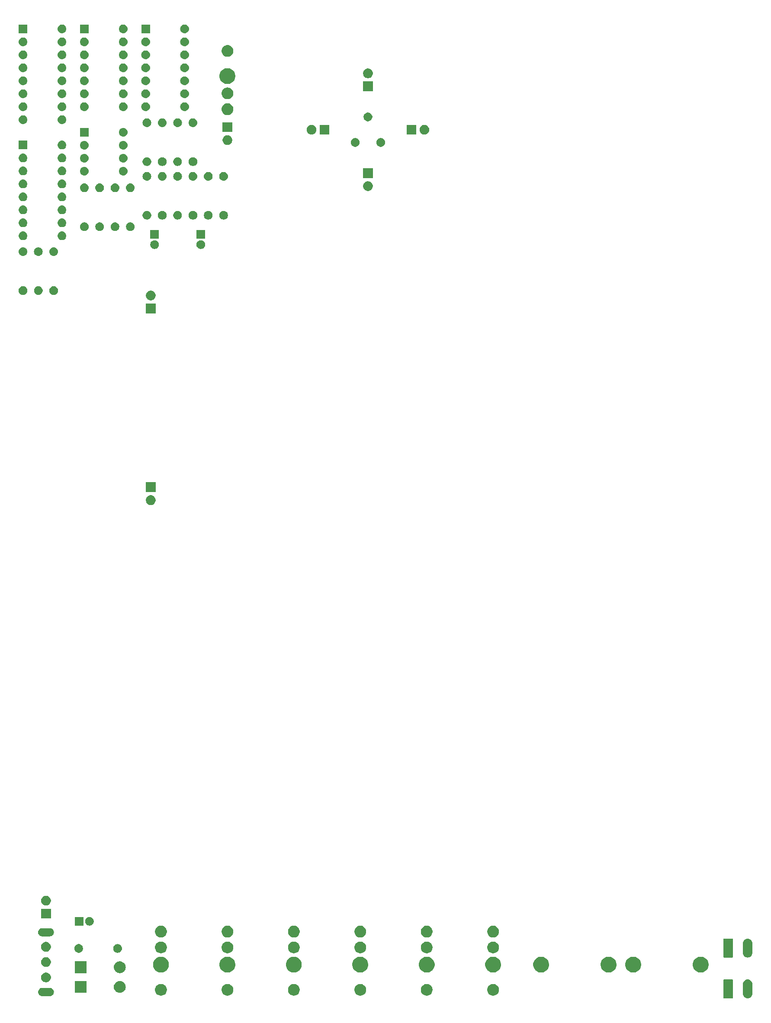
<source format=gbr>
G04 #@! TF.GenerationSoftware,KiCad,Pcbnew,(5.1.2-1)-1*
G04 #@! TF.CreationDate,2020-03-25T22:25:30-05:00*
G04 #@! TF.ProjectId,Knave+Death,4b6e6176-652b-4446-9561-74682e6b6963,rev?*
G04 #@! TF.SameCoordinates,Original*
G04 #@! TF.FileFunction,Soldermask,Bot*
G04 #@! TF.FilePolarity,Negative*
%FSLAX46Y46*%
G04 Gerber Fmt 4.6, Leading zero omitted, Abs format (unit mm)*
G04 Created by KiCad (PCBNEW (5.1.2-1)-1) date 2020-03-25 22:25:30*
%MOMM*%
%LPD*%
G04 APERTURE LIST*
%ADD10C,0.100000*%
G04 APERTURE END LIST*
D10*
G36*
X145996424Y-189912760D02*
G01*
X145996427Y-189912761D01*
X145996428Y-189912761D01*
X146175692Y-189967140D01*
X146175695Y-189967142D01*
X146175696Y-189967142D01*
X146340903Y-190055446D01*
X146485712Y-190174288D01*
X146604554Y-190319097D01*
X146655523Y-190414454D01*
X146692860Y-190484307D01*
X146747239Y-190663571D01*
X146747240Y-190663575D01*
X146761000Y-190803282D01*
X146761000Y-192696718D01*
X146747240Y-192836425D01*
X146747239Y-192836428D01*
X146747239Y-192836429D01*
X146692860Y-193015693D01*
X146692858Y-193015696D01*
X146692858Y-193015697D01*
X146604554Y-193180903D01*
X146485712Y-193325712D01*
X146340903Y-193444554D01*
X146193425Y-193523382D01*
X146175693Y-193532860D01*
X145996429Y-193587239D01*
X145996428Y-193587239D01*
X145996425Y-193587240D01*
X145810000Y-193605601D01*
X145623576Y-193587240D01*
X145623573Y-193587239D01*
X145623572Y-193587239D01*
X145444308Y-193532860D01*
X145426576Y-193523382D01*
X145279098Y-193444554D01*
X145134289Y-193325712D01*
X145015447Y-193180903D01*
X144927143Y-193015697D01*
X144927143Y-193015696D01*
X144927141Y-193015693D01*
X144872762Y-192836429D01*
X144872762Y-192836428D01*
X144872761Y-192836425D01*
X144859000Y-192696717D01*
X144859000Y-190803283D01*
X144872760Y-190663576D01*
X144872761Y-190663572D01*
X144927140Y-190484308D01*
X144944943Y-190451000D01*
X145015446Y-190319097D01*
X145134288Y-190174288D01*
X145279097Y-190055446D01*
X145444303Y-189967142D01*
X145444304Y-189967142D01*
X145444307Y-189967140D01*
X145623571Y-189912761D01*
X145623572Y-189912761D01*
X145623575Y-189912760D01*
X145810000Y-189894399D01*
X145996424Y-189912760D01*
X145996424Y-189912760D01*
G37*
G36*
X142810915Y-189902934D02*
G01*
X142843424Y-189912795D01*
X142873382Y-189928809D01*
X142899641Y-189950359D01*
X142921191Y-189976618D01*
X142937205Y-190006576D01*
X142947066Y-190039085D01*
X142951000Y-190079029D01*
X142951000Y-193420971D01*
X142947066Y-193460915D01*
X142937205Y-193493424D01*
X142921191Y-193523382D01*
X142899641Y-193549641D01*
X142873382Y-193571191D01*
X142843424Y-193587205D01*
X142810915Y-193597066D01*
X142770971Y-193601000D01*
X141229029Y-193601000D01*
X141189085Y-193597066D01*
X141156576Y-193587205D01*
X141126618Y-193571191D01*
X141100359Y-193549641D01*
X141078809Y-193523382D01*
X141062795Y-193493424D01*
X141052934Y-193460915D01*
X141049000Y-193420971D01*
X141049000Y-190079029D01*
X141052934Y-190039085D01*
X141062795Y-190006576D01*
X141078809Y-189976618D01*
X141100359Y-189950359D01*
X141126618Y-189928809D01*
X141156576Y-189912795D01*
X141189085Y-189902934D01*
X141229029Y-189899000D01*
X142770971Y-189899000D01*
X142810915Y-189902934D01*
X142810915Y-189902934D01*
G37*
G36*
X9328571Y-191552863D02*
G01*
X9407023Y-191560590D01*
X9507682Y-191591125D01*
X9558013Y-191606392D01*
X9697165Y-191680771D01*
X9819133Y-191780867D01*
X9919229Y-191902835D01*
X9993608Y-192041987D01*
X9993608Y-192041988D01*
X10039410Y-192192977D01*
X10054875Y-192350000D01*
X10039410Y-192507023D01*
X10033653Y-192526001D01*
X9993608Y-192658013D01*
X9919229Y-192797165D01*
X9819133Y-192919133D01*
X9697165Y-193019229D01*
X9558013Y-193093608D01*
X9507682Y-193108875D01*
X9407023Y-193139410D01*
X9328571Y-193147137D01*
X9289346Y-193151000D01*
X7710654Y-193151000D01*
X7671429Y-193147137D01*
X7592977Y-193139410D01*
X7492318Y-193108875D01*
X7441987Y-193093608D01*
X7302835Y-193019229D01*
X7180867Y-192919133D01*
X7080771Y-192797165D01*
X7006392Y-192658013D01*
X6966347Y-192526001D01*
X6960590Y-192507023D01*
X6945125Y-192350000D01*
X6960590Y-192192977D01*
X7006392Y-192041988D01*
X7006392Y-192041987D01*
X7080771Y-191902835D01*
X7180867Y-191780867D01*
X7302835Y-191680771D01*
X7441987Y-191606392D01*
X7492318Y-191591125D01*
X7592977Y-191560590D01*
X7671429Y-191552863D01*
X7710654Y-191549000D01*
X9289346Y-191549000D01*
X9328571Y-191552863D01*
X9328571Y-191552863D01*
G37*
G36*
X83224549Y-190791116D02*
G01*
X83335734Y-190813232D01*
X83545203Y-190899997D01*
X83733720Y-191025960D01*
X83894040Y-191186280D01*
X84020003Y-191374797D01*
X84020004Y-191374799D01*
X84045416Y-191436150D01*
X84106768Y-191584266D01*
X84151000Y-191806636D01*
X84151000Y-192033364D01*
X84106768Y-192255734D01*
X84020003Y-192465203D01*
X83894040Y-192653720D01*
X83733720Y-192814040D01*
X83545203Y-192940003D01*
X83335734Y-193026768D01*
X83224549Y-193048884D01*
X83113365Y-193071000D01*
X82886635Y-193071000D01*
X82775451Y-193048884D01*
X82664266Y-193026768D01*
X82454797Y-192940003D01*
X82266280Y-192814040D01*
X82105960Y-192653720D01*
X81979997Y-192465203D01*
X81893232Y-192255734D01*
X81849000Y-192033364D01*
X81849000Y-191806636D01*
X81893232Y-191584266D01*
X81954584Y-191436150D01*
X81979996Y-191374799D01*
X81979997Y-191374797D01*
X82105960Y-191186280D01*
X82266280Y-191025960D01*
X82454797Y-190899997D01*
X82664266Y-190813232D01*
X82775451Y-190791116D01*
X82886635Y-190769000D01*
X83113365Y-190769000D01*
X83224549Y-190791116D01*
X83224549Y-190791116D01*
G37*
G36*
X70224549Y-190791116D02*
G01*
X70335734Y-190813232D01*
X70545203Y-190899997D01*
X70733720Y-191025960D01*
X70894040Y-191186280D01*
X71020003Y-191374797D01*
X71020004Y-191374799D01*
X71045416Y-191436150D01*
X71106768Y-191584266D01*
X71151000Y-191806636D01*
X71151000Y-192033364D01*
X71106768Y-192255734D01*
X71020003Y-192465203D01*
X70894040Y-192653720D01*
X70733720Y-192814040D01*
X70545203Y-192940003D01*
X70335734Y-193026768D01*
X70224549Y-193048884D01*
X70113365Y-193071000D01*
X69886635Y-193071000D01*
X69775451Y-193048884D01*
X69664266Y-193026768D01*
X69454797Y-192940003D01*
X69266280Y-192814040D01*
X69105960Y-192653720D01*
X68979997Y-192465203D01*
X68893232Y-192255734D01*
X68849000Y-192033364D01*
X68849000Y-191806636D01*
X68893232Y-191584266D01*
X68954584Y-191436150D01*
X68979996Y-191374799D01*
X68979997Y-191374797D01*
X69105960Y-191186280D01*
X69266280Y-191025960D01*
X69454797Y-190899997D01*
X69664266Y-190813232D01*
X69775451Y-190791116D01*
X69886635Y-190769000D01*
X70113365Y-190769000D01*
X70224549Y-190791116D01*
X70224549Y-190791116D01*
G37*
G36*
X57224549Y-190791116D02*
G01*
X57335734Y-190813232D01*
X57545203Y-190899997D01*
X57733720Y-191025960D01*
X57894040Y-191186280D01*
X58020003Y-191374797D01*
X58020004Y-191374799D01*
X58045416Y-191436150D01*
X58106768Y-191584266D01*
X58151000Y-191806636D01*
X58151000Y-192033364D01*
X58106768Y-192255734D01*
X58020003Y-192465203D01*
X57894040Y-192653720D01*
X57733720Y-192814040D01*
X57545203Y-192940003D01*
X57335734Y-193026768D01*
X57224549Y-193048884D01*
X57113365Y-193071000D01*
X56886635Y-193071000D01*
X56775451Y-193048884D01*
X56664266Y-193026768D01*
X56454797Y-192940003D01*
X56266280Y-192814040D01*
X56105960Y-192653720D01*
X55979997Y-192465203D01*
X55893232Y-192255734D01*
X55849000Y-192033364D01*
X55849000Y-191806636D01*
X55893232Y-191584266D01*
X55954584Y-191436150D01*
X55979996Y-191374799D01*
X55979997Y-191374797D01*
X56105960Y-191186280D01*
X56266280Y-191025960D01*
X56454797Y-190899997D01*
X56664266Y-190813232D01*
X56775451Y-190791116D01*
X56886635Y-190769000D01*
X57113365Y-190769000D01*
X57224549Y-190791116D01*
X57224549Y-190791116D01*
G37*
G36*
X44224549Y-190791116D02*
G01*
X44335734Y-190813232D01*
X44545203Y-190899997D01*
X44733720Y-191025960D01*
X44894040Y-191186280D01*
X45020003Y-191374797D01*
X45020004Y-191374799D01*
X45045416Y-191436150D01*
X45106768Y-191584266D01*
X45151000Y-191806636D01*
X45151000Y-192033364D01*
X45106768Y-192255734D01*
X45020003Y-192465203D01*
X44894040Y-192653720D01*
X44733720Y-192814040D01*
X44545203Y-192940003D01*
X44335734Y-193026768D01*
X44224549Y-193048884D01*
X44113365Y-193071000D01*
X43886635Y-193071000D01*
X43775451Y-193048884D01*
X43664266Y-193026768D01*
X43454797Y-192940003D01*
X43266280Y-192814040D01*
X43105960Y-192653720D01*
X42979997Y-192465203D01*
X42893232Y-192255734D01*
X42849000Y-192033364D01*
X42849000Y-191806636D01*
X42893232Y-191584266D01*
X42954584Y-191436150D01*
X42979996Y-191374799D01*
X42979997Y-191374797D01*
X43105960Y-191186280D01*
X43266280Y-191025960D01*
X43454797Y-190899997D01*
X43664266Y-190813232D01*
X43775451Y-190791116D01*
X43886635Y-190769000D01*
X44113365Y-190769000D01*
X44224549Y-190791116D01*
X44224549Y-190791116D01*
G37*
G36*
X31224549Y-190791116D02*
G01*
X31335734Y-190813232D01*
X31545203Y-190899997D01*
X31733720Y-191025960D01*
X31894040Y-191186280D01*
X32020003Y-191374797D01*
X32020004Y-191374799D01*
X32045416Y-191436150D01*
X32106768Y-191584266D01*
X32151000Y-191806636D01*
X32151000Y-192033364D01*
X32106768Y-192255734D01*
X32020003Y-192465203D01*
X31894040Y-192653720D01*
X31733720Y-192814040D01*
X31545203Y-192940003D01*
X31335734Y-193026768D01*
X31224549Y-193048884D01*
X31113365Y-193071000D01*
X30886635Y-193071000D01*
X30775451Y-193048884D01*
X30664266Y-193026768D01*
X30454797Y-192940003D01*
X30266280Y-192814040D01*
X30105960Y-192653720D01*
X29979997Y-192465203D01*
X29893232Y-192255734D01*
X29849000Y-192033364D01*
X29849000Y-191806636D01*
X29893232Y-191584266D01*
X29954584Y-191436150D01*
X29979996Y-191374799D01*
X29979997Y-191374797D01*
X30105960Y-191186280D01*
X30266280Y-191025960D01*
X30454797Y-190899997D01*
X30664266Y-190813232D01*
X30775451Y-190791116D01*
X30886635Y-190769000D01*
X31113365Y-190769000D01*
X31224549Y-190791116D01*
X31224549Y-190791116D01*
G37*
G36*
X96224549Y-190791116D02*
G01*
X96335734Y-190813232D01*
X96545203Y-190899997D01*
X96733720Y-191025960D01*
X96894040Y-191186280D01*
X97020003Y-191374797D01*
X97020004Y-191374799D01*
X97045416Y-191436150D01*
X97106768Y-191584266D01*
X97151000Y-191806636D01*
X97151000Y-192033364D01*
X97106768Y-192255734D01*
X97020003Y-192465203D01*
X96894040Y-192653720D01*
X96733720Y-192814040D01*
X96545203Y-192940003D01*
X96335734Y-193026768D01*
X96224549Y-193048884D01*
X96113365Y-193071000D01*
X95886635Y-193071000D01*
X95775451Y-193048884D01*
X95664266Y-193026768D01*
X95454797Y-192940003D01*
X95266280Y-192814040D01*
X95105960Y-192653720D01*
X94979997Y-192465203D01*
X94893232Y-192255734D01*
X94849000Y-192033364D01*
X94849000Y-191806636D01*
X94893232Y-191584266D01*
X94954584Y-191436150D01*
X94979996Y-191374799D01*
X94979997Y-191374797D01*
X95105960Y-191186280D01*
X95266280Y-191025960D01*
X95454797Y-190899997D01*
X95664266Y-190813232D01*
X95775451Y-190791116D01*
X95886635Y-190769000D01*
X96113365Y-190769000D01*
X96224549Y-190791116D01*
X96224549Y-190791116D01*
G37*
G36*
X23114272Y-190235104D02*
G01*
X23170636Y-190240655D01*
X23387601Y-190306471D01*
X23387603Y-190306472D01*
X23587556Y-190413348D01*
X23762819Y-190557183D01*
X23906654Y-190732446D01*
X23996210Y-190899996D01*
X24013531Y-190932401D01*
X24079347Y-191149366D01*
X24101570Y-191375001D01*
X24079347Y-191600636D01*
X24016858Y-191806635D01*
X24013530Y-191817603D01*
X23906654Y-192017556D01*
X23762819Y-192192819D01*
X23587556Y-192336654D01*
X23387603Y-192443530D01*
X23387601Y-192443531D01*
X23170636Y-192509347D01*
X23114272Y-192514898D01*
X23001546Y-192526001D01*
X22888456Y-192526001D01*
X22775730Y-192514898D01*
X22719366Y-192509347D01*
X22502401Y-192443531D01*
X22502399Y-192443530D01*
X22302446Y-192336654D01*
X22127183Y-192192819D01*
X21983348Y-192017556D01*
X21876472Y-191817603D01*
X21873145Y-191806635D01*
X21810655Y-191600636D01*
X21788432Y-191375001D01*
X21810655Y-191149366D01*
X21876471Y-190932401D01*
X21893792Y-190899996D01*
X21983348Y-190732446D01*
X22127183Y-190557183D01*
X22302446Y-190413348D01*
X22502399Y-190306472D01*
X22502401Y-190306471D01*
X22719366Y-190240655D01*
X22775730Y-190235104D01*
X22888456Y-190224001D01*
X23001546Y-190224001D01*
X23114272Y-190235104D01*
X23114272Y-190235104D01*
G37*
G36*
X16476001Y-192526001D02*
G01*
X14174001Y-192526001D01*
X14174001Y-190224001D01*
X16476001Y-190224001D01*
X16476001Y-192526001D01*
X16476001Y-192526001D01*
G37*
G36*
X8777395Y-188585546D02*
G01*
X8950466Y-188657234D01*
X8950467Y-188657235D01*
X9106227Y-188761310D01*
X9238690Y-188893773D01*
X9238691Y-188893775D01*
X9342766Y-189049534D01*
X9414454Y-189222605D01*
X9451000Y-189406333D01*
X9451000Y-189593667D01*
X9414454Y-189777395D01*
X9342766Y-189950466D01*
X9342765Y-189950467D01*
X9238690Y-190106227D01*
X9106227Y-190238690D01*
X9103286Y-190240655D01*
X8950466Y-190342766D01*
X8777395Y-190414454D01*
X8593667Y-190451000D01*
X8406333Y-190451000D01*
X8222605Y-190414454D01*
X8049534Y-190342766D01*
X7896714Y-190240655D01*
X7893773Y-190238690D01*
X7761310Y-190106227D01*
X7657235Y-189950467D01*
X7657234Y-189950466D01*
X7585546Y-189777395D01*
X7549000Y-189593667D01*
X7549000Y-189406333D01*
X7585546Y-189222605D01*
X7657234Y-189049534D01*
X7761309Y-188893775D01*
X7761310Y-188893773D01*
X7893773Y-188761310D01*
X8049533Y-188657235D01*
X8049534Y-188657234D01*
X8222605Y-188585546D01*
X8406333Y-188549000D01*
X8593667Y-188549000D01*
X8777395Y-188585546D01*
X8777395Y-188585546D01*
G37*
G36*
X23114272Y-186360103D02*
G01*
X23170636Y-186365654D01*
X23387601Y-186431470D01*
X23387603Y-186431471D01*
X23587556Y-186538347D01*
X23762819Y-186682182D01*
X23906654Y-186857445D01*
X24013530Y-187057398D01*
X24013531Y-187057400D01*
X24079347Y-187274365D01*
X24101570Y-187500000D01*
X24079347Y-187725635D01*
X24076606Y-187734672D01*
X24013530Y-187942602D01*
X23906654Y-188142555D01*
X23762819Y-188317818D01*
X23587556Y-188461653D01*
X23387603Y-188568529D01*
X23387601Y-188568530D01*
X23170636Y-188634346D01*
X23114272Y-188639897D01*
X23001546Y-188651000D01*
X22888456Y-188651000D01*
X22775730Y-188639897D01*
X22719366Y-188634346D01*
X22502401Y-188568530D01*
X22502399Y-188568529D01*
X22302446Y-188461653D01*
X22127183Y-188317818D01*
X21983348Y-188142555D01*
X21876472Y-187942602D01*
X21813397Y-187734672D01*
X21810655Y-187725635D01*
X21788432Y-187500000D01*
X21810655Y-187274365D01*
X21876471Y-187057400D01*
X21876472Y-187057398D01*
X21983348Y-186857445D01*
X22127183Y-186682182D01*
X22302446Y-186538347D01*
X22502399Y-186431471D01*
X22502401Y-186431470D01*
X22719366Y-186365654D01*
X22775730Y-186360103D01*
X22888456Y-186349000D01*
X23001546Y-186349000D01*
X23114272Y-186360103D01*
X23114272Y-186360103D01*
G37*
G36*
X16476001Y-188651000D02*
G01*
X14174001Y-188651000D01*
X14174001Y-186349000D01*
X16476001Y-186349000D01*
X16476001Y-188651000D01*
X16476001Y-188651000D01*
G37*
G36*
X136812661Y-185460915D02*
G01*
X137052410Y-185508604D01*
X137334674Y-185625521D01*
X137588705Y-185795259D01*
X137804741Y-186011295D01*
X137974479Y-186265326D01*
X138091396Y-186547590D01*
X138091396Y-186547591D01*
X138151000Y-186847239D01*
X138151000Y-187152761D01*
X138133907Y-187238691D01*
X138091396Y-187452410D01*
X137974479Y-187734674D01*
X137804741Y-187988705D01*
X137588705Y-188204741D01*
X137334674Y-188374479D01*
X137052410Y-188491396D01*
X136902585Y-188521198D01*
X136752761Y-188551000D01*
X136447239Y-188551000D01*
X136297415Y-188521198D01*
X136147590Y-188491396D01*
X135865326Y-188374479D01*
X135611295Y-188204741D01*
X135395259Y-187988705D01*
X135225521Y-187734674D01*
X135108604Y-187452410D01*
X135066093Y-187238691D01*
X135049000Y-187152761D01*
X135049000Y-186847239D01*
X135108604Y-186547591D01*
X135108604Y-186547590D01*
X135225521Y-186265326D01*
X135395259Y-186011295D01*
X135611295Y-185795259D01*
X135865326Y-185625521D01*
X136147590Y-185508604D01*
X136387339Y-185460915D01*
X136447239Y-185449000D01*
X136752761Y-185449000D01*
X136812661Y-185460915D01*
X136812661Y-185460915D01*
G37*
G36*
X123612661Y-185460915D02*
G01*
X123852410Y-185508604D01*
X124134674Y-185625521D01*
X124388705Y-185795259D01*
X124604741Y-186011295D01*
X124774479Y-186265326D01*
X124891396Y-186547590D01*
X124891396Y-186547591D01*
X124951000Y-186847239D01*
X124951000Y-187152761D01*
X124933907Y-187238691D01*
X124891396Y-187452410D01*
X124774479Y-187734674D01*
X124604741Y-187988705D01*
X124388705Y-188204741D01*
X124134674Y-188374479D01*
X123852410Y-188491396D01*
X123702585Y-188521198D01*
X123552761Y-188551000D01*
X123247239Y-188551000D01*
X123097415Y-188521198D01*
X122947590Y-188491396D01*
X122665326Y-188374479D01*
X122411295Y-188204741D01*
X122195259Y-187988705D01*
X122025521Y-187734674D01*
X121908604Y-187452410D01*
X121866093Y-187238691D01*
X121849000Y-187152761D01*
X121849000Y-186847239D01*
X121908604Y-186547591D01*
X121908604Y-186547590D01*
X122025521Y-186265326D01*
X122195259Y-186011295D01*
X122411295Y-185795259D01*
X122665326Y-185625521D01*
X122947590Y-185508604D01*
X123187339Y-185460915D01*
X123247239Y-185449000D01*
X123552761Y-185449000D01*
X123612661Y-185460915D01*
X123612661Y-185460915D01*
G37*
G36*
X118812661Y-185460915D02*
G01*
X119052410Y-185508604D01*
X119334674Y-185625521D01*
X119588705Y-185795259D01*
X119804741Y-186011295D01*
X119974479Y-186265326D01*
X120091396Y-186547590D01*
X120091396Y-186547591D01*
X120151000Y-186847239D01*
X120151000Y-187152761D01*
X120133907Y-187238691D01*
X120091396Y-187452410D01*
X119974479Y-187734674D01*
X119804741Y-187988705D01*
X119588705Y-188204741D01*
X119334674Y-188374479D01*
X119052410Y-188491396D01*
X118902585Y-188521198D01*
X118752761Y-188551000D01*
X118447239Y-188551000D01*
X118297415Y-188521198D01*
X118147590Y-188491396D01*
X117865326Y-188374479D01*
X117611295Y-188204741D01*
X117395259Y-187988705D01*
X117225521Y-187734674D01*
X117108604Y-187452410D01*
X117066093Y-187238691D01*
X117049000Y-187152761D01*
X117049000Y-186847239D01*
X117108604Y-186547591D01*
X117108604Y-186547590D01*
X117225521Y-186265326D01*
X117395259Y-186011295D01*
X117611295Y-185795259D01*
X117865326Y-185625521D01*
X118147590Y-185508604D01*
X118387339Y-185460915D01*
X118447239Y-185449000D01*
X118752761Y-185449000D01*
X118812661Y-185460915D01*
X118812661Y-185460915D01*
G37*
G36*
X31212661Y-185460915D02*
G01*
X31452410Y-185508604D01*
X31734674Y-185625521D01*
X31988705Y-185795259D01*
X32204741Y-186011295D01*
X32374479Y-186265326D01*
X32491396Y-186547590D01*
X32491396Y-186547591D01*
X32551000Y-186847239D01*
X32551000Y-187152761D01*
X32533907Y-187238691D01*
X32491396Y-187452410D01*
X32374479Y-187734674D01*
X32204741Y-187988705D01*
X31988705Y-188204741D01*
X31734674Y-188374479D01*
X31452410Y-188491396D01*
X31302585Y-188521198D01*
X31152761Y-188551000D01*
X30847239Y-188551000D01*
X30697415Y-188521198D01*
X30547590Y-188491396D01*
X30265326Y-188374479D01*
X30011295Y-188204741D01*
X29795259Y-187988705D01*
X29625521Y-187734674D01*
X29508604Y-187452410D01*
X29466093Y-187238691D01*
X29449000Y-187152761D01*
X29449000Y-186847239D01*
X29508604Y-186547591D01*
X29508604Y-186547590D01*
X29625521Y-186265326D01*
X29795259Y-186011295D01*
X30011295Y-185795259D01*
X30265326Y-185625521D01*
X30547590Y-185508604D01*
X30787339Y-185460915D01*
X30847239Y-185449000D01*
X31152761Y-185449000D01*
X31212661Y-185460915D01*
X31212661Y-185460915D01*
G37*
G36*
X44212661Y-185460915D02*
G01*
X44452410Y-185508604D01*
X44734674Y-185625521D01*
X44988705Y-185795259D01*
X45204741Y-186011295D01*
X45374479Y-186265326D01*
X45491396Y-186547590D01*
X45491396Y-186547591D01*
X45551000Y-186847239D01*
X45551000Y-187152761D01*
X45533907Y-187238691D01*
X45491396Y-187452410D01*
X45374479Y-187734674D01*
X45204741Y-187988705D01*
X44988705Y-188204741D01*
X44734674Y-188374479D01*
X44452410Y-188491396D01*
X44302585Y-188521198D01*
X44152761Y-188551000D01*
X43847239Y-188551000D01*
X43697415Y-188521198D01*
X43547590Y-188491396D01*
X43265326Y-188374479D01*
X43011295Y-188204741D01*
X42795259Y-187988705D01*
X42625521Y-187734674D01*
X42508604Y-187452410D01*
X42466093Y-187238691D01*
X42449000Y-187152761D01*
X42449000Y-186847239D01*
X42508604Y-186547591D01*
X42508604Y-186547590D01*
X42625521Y-186265326D01*
X42795259Y-186011295D01*
X43011295Y-185795259D01*
X43265326Y-185625521D01*
X43547590Y-185508604D01*
X43787339Y-185460915D01*
X43847239Y-185449000D01*
X44152761Y-185449000D01*
X44212661Y-185460915D01*
X44212661Y-185460915D01*
G37*
G36*
X57212661Y-185460915D02*
G01*
X57452410Y-185508604D01*
X57734674Y-185625521D01*
X57988705Y-185795259D01*
X58204741Y-186011295D01*
X58374479Y-186265326D01*
X58491396Y-186547590D01*
X58491396Y-186547591D01*
X58551000Y-186847239D01*
X58551000Y-187152761D01*
X58533907Y-187238691D01*
X58491396Y-187452410D01*
X58374479Y-187734674D01*
X58204741Y-187988705D01*
X57988705Y-188204741D01*
X57734674Y-188374479D01*
X57452410Y-188491396D01*
X57302585Y-188521198D01*
X57152761Y-188551000D01*
X56847239Y-188551000D01*
X56697415Y-188521198D01*
X56547590Y-188491396D01*
X56265326Y-188374479D01*
X56011295Y-188204741D01*
X55795259Y-187988705D01*
X55625521Y-187734674D01*
X55508604Y-187452410D01*
X55466093Y-187238691D01*
X55449000Y-187152761D01*
X55449000Y-186847239D01*
X55508604Y-186547591D01*
X55508604Y-186547590D01*
X55625521Y-186265326D01*
X55795259Y-186011295D01*
X56011295Y-185795259D01*
X56265326Y-185625521D01*
X56547590Y-185508604D01*
X56787339Y-185460915D01*
X56847239Y-185449000D01*
X57152761Y-185449000D01*
X57212661Y-185460915D01*
X57212661Y-185460915D01*
G37*
G36*
X70212661Y-185460915D02*
G01*
X70452410Y-185508604D01*
X70734674Y-185625521D01*
X70988705Y-185795259D01*
X71204741Y-186011295D01*
X71374479Y-186265326D01*
X71491396Y-186547590D01*
X71491396Y-186547591D01*
X71551000Y-186847239D01*
X71551000Y-187152761D01*
X71533907Y-187238691D01*
X71491396Y-187452410D01*
X71374479Y-187734674D01*
X71204741Y-187988705D01*
X70988705Y-188204741D01*
X70734674Y-188374479D01*
X70452410Y-188491396D01*
X70302585Y-188521198D01*
X70152761Y-188551000D01*
X69847239Y-188551000D01*
X69697415Y-188521198D01*
X69547590Y-188491396D01*
X69265326Y-188374479D01*
X69011295Y-188204741D01*
X68795259Y-187988705D01*
X68625521Y-187734674D01*
X68508604Y-187452410D01*
X68466093Y-187238691D01*
X68449000Y-187152761D01*
X68449000Y-186847239D01*
X68508604Y-186547591D01*
X68508604Y-186547590D01*
X68625521Y-186265326D01*
X68795259Y-186011295D01*
X69011295Y-185795259D01*
X69265326Y-185625521D01*
X69547590Y-185508604D01*
X69787339Y-185460915D01*
X69847239Y-185449000D01*
X70152761Y-185449000D01*
X70212661Y-185460915D01*
X70212661Y-185460915D01*
G37*
G36*
X83212661Y-185460915D02*
G01*
X83452410Y-185508604D01*
X83734674Y-185625521D01*
X83988705Y-185795259D01*
X84204741Y-186011295D01*
X84374479Y-186265326D01*
X84491396Y-186547590D01*
X84491396Y-186547591D01*
X84551000Y-186847239D01*
X84551000Y-187152761D01*
X84533907Y-187238691D01*
X84491396Y-187452410D01*
X84374479Y-187734674D01*
X84204741Y-187988705D01*
X83988705Y-188204741D01*
X83734674Y-188374479D01*
X83452410Y-188491396D01*
X83302585Y-188521198D01*
X83152761Y-188551000D01*
X82847239Y-188551000D01*
X82697415Y-188521198D01*
X82547590Y-188491396D01*
X82265326Y-188374479D01*
X82011295Y-188204741D01*
X81795259Y-187988705D01*
X81625521Y-187734674D01*
X81508604Y-187452410D01*
X81466093Y-187238691D01*
X81449000Y-187152761D01*
X81449000Y-186847239D01*
X81508604Y-186547591D01*
X81508604Y-186547590D01*
X81625521Y-186265326D01*
X81795259Y-186011295D01*
X82011295Y-185795259D01*
X82265326Y-185625521D01*
X82547590Y-185508604D01*
X82787339Y-185460915D01*
X82847239Y-185449000D01*
X83152761Y-185449000D01*
X83212661Y-185460915D01*
X83212661Y-185460915D01*
G37*
G36*
X96212661Y-185460915D02*
G01*
X96452410Y-185508604D01*
X96734674Y-185625521D01*
X96988705Y-185795259D01*
X97204741Y-186011295D01*
X97374479Y-186265326D01*
X97491396Y-186547590D01*
X97491396Y-186547591D01*
X97551000Y-186847239D01*
X97551000Y-187152761D01*
X97533907Y-187238691D01*
X97491396Y-187452410D01*
X97374479Y-187734674D01*
X97204741Y-187988705D01*
X96988705Y-188204741D01*
X96734674Y-188374479D01*
X96452410Y-188491396D01*
X96302585Y-188521198D01*
X96152761Y-188551000D01*
X95847239Y-188551000D01*
X95697415Y-188521198D01*
X95547590Y-188491396D01*
X95265326Y-188374479D01*
X95011295Y-188204741D01*
X94795259Y-187988705D01*
X94625521Y-187734674D01*
X94508604Y-187452410D01*
X94466093Y-187238691D01*
X94449000Y-187152761D01*
X94449000Y-186847239D01*
X94508604Y-186547591D01*
X94508604Y-186547590D01*
X94625521Y-186265326D01*
X94795259Y-186011295D01*
X95011295Y-185795259D01*
X95265326Y-185625521D01*
X95547590Y-185508604D01*
X95787339Y-185460915D01*
X95847239Y-185449000D01*
X96152761Y-185449000D01*
X96212661Y-185460915D01*
X96212661Y-185460915D01*
G37*
G36*
X105612661Y-185460915D02*
G01*
X105852410Y-185508604D01*
X106134674Y-185625521D01*
X106388705Y-185795259D01*
X106604741Y-186011295D01*
X106774479Y-186265326D01*
X106891396Y-186547590D01*
X106891396Y-186547591D01*
X106951000Y-186847239D01*
X106951000Y-187152761D01*
X106933907Y-187238691D01*
X106891396Y-187452410D01*
X106774479Y-187734674D01*
X106604741Y-187988705D01*
X106388705Y-188204741D01*
X106134674Y-188374479D01*
X105852410Y-188491396D01*
X105702585Y-188521198D01*
X105552761Y-188551000D01*
X105247239Y-188551000D01*
X105097415Y-188521198D01*
X104947590Y-188491396D01*
X104665326Y-188374479D01*
X104411295Y-188204741D01*
X104195259Y-187988705D01*
X104025521Y-187734674D01*
X103908604Y-187452410D01*
X103866093Y-187238691D01*
X103849000Y-187152761D01*
X103849000Y-186847239D01*
X103908604Y-186547591D01*
X103908604Y-186547590D01*
X104025521Y-186265326D01*
X104195259Y-186011295D01*
X104411295Y-185795259D01*
X104665326Y-185625521D01*
X104947590Y-185508604D01*
X105187339Y-185460915D01*
X105247239Y-185449000D01*
X105552761Y-185449000D01*
X105612661Y-185460915D01*
X105612661Y-185460915D01*
G37*
G36*
X8777395Y-185585546D02*
G01*
X8950466Y-185657234D01*
X8950467Y-185657235D01*
X9106227Y-185761310D01*
X9238690Y-185893773D01*
X9238691Y-185893775D01*
X9342766Y-186049534D01*
X9414454Y-186222605D01*
X9451000Y-186406333D01*
X9451000Y-186593667D01*
X9414454Y-186777395D01*
X9342766Y-186950466D01*
X9342765Y-186950467D01*
X9238690Y-187106227D01*
X9106227Y-187238690D01*
X9052835Y-187274365D01*
X8950466Y-187342766D01*
X8777395Y-187414454D01*
X8593667Y-187451000D01*
X8406333Y-187451000D01*
X8222605Y-187414454D01*
X8049534Y-187342766D01*
X7947165Y-187274365D01*
X7893773Y-187238690D01*
X7761310Y-187106227D01*
X7657235Y-186950467D01*
X7657234Y-186950466D01*
X7585546Y-186777395D01*
X7549000Y-186593667D01*
X7549000Y-186406333D01*
X7585546Y-186222605D01*
X7657234Y-186049534D01*
X7761309Y-185893775D01*
X7761310Y-185893773D01*
X7893773Y-185761310D01*
X8049533Y-185657235D01*
X8049534Y-185657234D01*
X8222605Y-185585546D01*
X8406333Y-185549000D01*
X8593667Y-185549000D01*
X8777395Y-185585546D01*
X8777395Y-185585546D01*
G37*
G36*
X145996424Y-181912760D02*
G01*
X145996427Y-181912761D01*
X145996428Y-181912761D01*
X146175692Y-181967140D01*
X146175695Y-181967142D01*
X146175696Y-181967142D01*
X146340903Y-182055446D01*
X146485712Y-182174288D01*
X146604554Y-182319097D01*
X146684678Y-182469000D01*
X146692860Y-182484307D01*
X146745317Y-182657235D01*
X146747240Y-182663575D01*
X146761000Y-182803282D01*
X146761000Y-184696718D01*
X146747240Y-184836425D01*
X146747239Y-184836428D01*
X146747239Y-184836429D01*
X146692860Y-185015693D01*
X146692858Y-185015696D01*
X146692858Y-185015697D01*
X146604554Y-185180903D01*
X146485712Y-185325712D01*
X146340903Y-185444554D01*
X146221073Y-185508604D01*
X146175693Y-185532860D01*
X145996429Y-185587239D01*
X145996428Y-185587239D01*
X145996425Y-185587240D01*
X145810000Y-185605601D01*
X145623576Y-185587240D01*
X145623573Y-185587239D01*
X145623572Y-185587239D01*
X145444308Y-185532860D01*
X145398928Y-185508604D01*
X145279098Y-185444554D01*
X145134289Y-185325712D01*
X145015447Y-185180903D01*
X144927143Y-185015697D01*
X144927143Y-185015696D01*
X144927141Y-185015693D01*
X144872762Y-184836429D01*
X144872762Y-184836428D01*
X144872761Y-184836425D01*
X144859000Y-184696717D01*
X144859000Y-182803283D01*
X144872760Y-182663576D01*
X144872761Y-182663572D01*
X144927140Y-182484308D01*
X144935322Y-182469000D01*
X145015446Y-182319097D01*
X145134288Y-182174288D01*
X145279097Y-182055446D01*
X145444303Y-181967142D01*
X145444304Y-181967142D01*
X145444307Y-181967140D01*
X145623571Y-181912761D01*
X145623572Y-181912761D01*
X145623575Y-181912760D01*
X145810000Y-181894399D01*
X145996424Y-181912760D01*
X145996424Y-181912760D01*
G37*
G36*
X142810915Y-181902934D02*
G01*
X142843424Y-181912795D01*
X142873382Y-181928809D01*
X142899641Y-181950359D01*
X142921191Y-181976618D01*
X142937205Y-182006576D01*
X142947066Y-182039085D01*
X142951000Y-182079029D01*
X142951000Y-185420971D01*
X142947066Y-185460915D01*
X142937205Y-185493424D01*
X142921191Y-185523382D01*
X142899641Y-185549641D01*
X142873382Y-185571191D01*
X142843424Y-185587205D01*
X142810915Y-185597066D01*
X142770971Y-185601000D01*
X141229029Y-185601000D01*
X141189085Y-185597066D01*
X141156576Y-185587205D01*
X141126618Y-185571191D01*
X141100359Y-185549641D01*
X141078809Y-185523382D01*
X141062795Y-185493424D01*
X141052934Y-185460915D01*
X141049000Y-185420971D01*
X141049000Y-182079029D01*
X141052934Y-182039085D01*
X141062795Y-182006576D01*
X141078809Y-181976618D01*
X141100359Y-181950359D01*
X141126618Y-181928809D01*
X141156576Y-181912795D01*
X141189085Y-181902934D01*
X141229029Y-181899000D01*
X142770971Y-181899000D01*
X142810915Y-181902934D01*
X142810915Y-181902934D01*
G37*
G36*
X83190298Y-182484303D02*
G01*
X83335734Y-182513232D01*
X83545203Y-182599997D01*
X83733720Y-182725960D01*
X83894040Y-182886280D01*
X84020003Y-183074797D01*
X84106768Y-183284266D01*
X84151000Y-183506636D01*
X84151000Y-183733364D01*
X84106768Y-183955734D01*
X84045416Y-184103850D01*
X84025373Y-184152240D01*
X84020003Y-184165203D01*
X83894040Y-184353720D01*
X83733720Y-184514040D01*
X83545203Y-184640003D01*
X83545202Y-184640004D01*
X83545201Y-184640004D01*
X83488025Y-184663687D01*
X83335734Y-184726768D01*
X83224549Y-184748884D01*
X83113365Y-184771000D01*
X82886635Y-184771000D01*
X82775451Y-184748884D01*
X82664266Y-184726768D01*
X82511975Y-184663687D01*
X82454799Y-184640004D01*
X82454798Y-184640004D01*
X82454797Y-184640003D01*
X82266280Y-184514040D01*
X82105960Y-184353720D01*
X81979997Y-184165203D01*
X81974628Y-184152240D01*
X81954584Y-184103850D01*
X81893232Y-183955734D01*
X81849000Y-183733364D01*
X81849000Y-183506636D01*
X81893232Y-183284266D01*
X81979997Y-183074797D01*
X82105960Y-182886280D01*
X82266280Y-182725960D01*
X82454797Y-182599997D01*
X82664266Y-182513232D01*
X82809702Y-182484303D01*
X82886635Y-182469000D01*
X83113365Y-182469000D01*
X83190298Y-182484303D01*
X83190298Y-182484303D01*
G37*
G36*
X96190298Y-182484303D02*
G01*
X96335734Y-182513232D01*
X96545203Y-182599997D01*
X96733720Y-182725960D01*
X96894040Y-182886280D01*
X97020003Y-183074797D01*
X97106768Y-183284266D01*
X97151000Y-183506636D01*
X97151000Y-183733364D01*
X97106768Y-183955734D01*
X97045416Y-184103850D01*
X97025373Y-184152240D01*
X97020003Y-184165203D01*
X96894040Y-184353720D01*
X96733720Y-184514040D01*
X96545203Y-184640003D01*
X96545202Y-184640004D01*
X96545201Y-184640004D01*
X96488025Y-184663687D01*
X96335734Y-184726768D01*
X96224549Y-184748884D01*
X96113365Y-184771000D01*
X95886635Y-184771000D01*
X95775451Y-184748884D01*
X95664266Y-184726768D01*
X95511975Y-184663687D01*
X95454799Y-184640004D01*
X95454798Y-184640004D01*
X95454797Y-184640003D01*
X95266280Y-184514040D01*
X95105960Y-184353720D01*
X94979997Y-184165203D01*
X94974628Y-184152240D01*
X94954584Y-184103850D01*
X94893232Y-183955734D01*
X94849000Y-183733364D01*
X94849000Y-183506636D01*
X94893232Y-183284266D01*
X94979997Y-183074797D01*
X95105960Y-182886280D01*
X95266280Y-182725960D01*
X95454797Y-182599997D01*
X95664266Y-182513232D01*
X95809702Y-182484303D01*
X95886635Y-182469000D01*
X96113365Y-182469000D01*
X96190298Y-182484303D01*
X96190298Y-182484303D01*
G37*
G36*
X31190298Y-182484303D02*
G01*
X31335734Y-182513232D01*
X31545203Y-182599997D01*
X31733720Y-182725960D01*
X31894040Y-182886280D01*
X32020003Y-183074797D01*
X32106768Y-183284266D01*
X32151000Y-183506636D01*
X32151000Y-183733364D01*
X32106768Y-183955734D01*
X32045416Y-184103850D01*
X32025373Y-184152240D01*
X32020003Y-184165203D01*
X31894040Y-184353720D01*
X31733720Y-184514040D01*
X31545203Y-184640003D01*
X31545202Y-184640004D01*
X31545201Y-184640004D01*
X31488025Y-184663687D01*
X31335734Y-184726768D01*
X31224549Y-184748884D01*
X31113365Y-184771000D01*
X30886635Y-184771000D01*
X30775451Y-184748884D01*
X30664266Y-184726768D01*
X30511975Y-184663687D01*
X30454799Y-184640004D01*
X30454798Y-184640004D01*
X30454797Y-184640003D01*
X30266280Y-184514040D01*
X30105960Y-184353720D01*
X29979997Y-184165203D01*
X29974628Y-184152240D01*
X29954584Y-184103850D01*
X29893232Y-183955734D01*
X29849000Y-183733364D01*
X29849000Y-183506636D01*
X29893232Y-183284266D01*
X29979997Y-183074797D01*
X30105960Y-182886280D01*
X30266280Y-182725960D01*
X30454797Y-182599997D01*
X30664266Y-182513232D01*
X30809702Y-182484303D01*
X30886635Y-182469000D01*
X31113365Y-182469000D01*
X31190298Y-182484303D01*
X31190298Y-182484303D01*
G37*
G36*
X70190298Y-182484303D02*
G01*
X70335734Y-182513232D01*
X70545203Y-182599997D01*
X70733720Y-182725960D01*
X70894040Y-182886280D01*
X71020003Y-183074797D01*
X71106768Y-183284266D01*
X71151000Y-183506636D01*
X71151000Y-183733364D01*
X71106768Y-183955734D01*
X71045416Y-184103850D01*
X71025373Y-184152240D01*
X71020003Y-184165203D01*
X70894040Y-184353720D01*
X70733720Y-184514040D01*
X70545203Y-184640003D01*
X70545202Y-184640004D01*
X70545201Y-184640004D01*
X70488025Y-184663687D01*
X70335734Y-184726768D01*
X70224549Y-184748884D01*
X70113365Y-184771000D01*
X69886635Y-184771000D01*
X69775451Y-184748884D01*
X69664266Y-184726768D01*
X69511975Y-184663687D01*
X69454799Y-184640004D01*
X69454798Y-184640004D01*
X69454797Y-184640003D01*
X69266280Y-184514040D01*
X69105960Y-184353720D01*
X68979997Y-184165203D01*
X68974628Y-184152240D01*
X68954584Y-184103850D01*
X68893232Y-183955734D01*
X68849000Y-183733364D01*
X68849000Y-183506636D01*
X68893232Y-183284266D01*
X68979997Y-183074797D01*
X69105960Y-182886280D01*
X69266280Y-182725960D01*
X69454797Y-182599997D01*
X69664266Y-182513232D01*
X69809702Y-182484303D01*
X69886635Y-182469000D01*
X70113365Y-182469000D01*
X70190298Y-182484303D01*
X70190298Y-182484303D01*
G37*
G36*
X57190298Y-182484303D02*
G01*
X57335734Y-182513232D01*
X57545203Y-182599997D01*
X57733720Y-182725960D01*
X57894040Y-182886280D01*
X58020003Y-183074797D01*
X58106768Y-183284266D01*
X58151000Y-183506636D01*
X58151000Y-183733364D01*
X58106768Y-183955734D01*
X58045416Y-184103850D01*
X58025373Y-184152240D01*
X58020003Y-184165203D01*
X57894040Y-184353720D01*
X57733720Y-184514040D01*
X57545203Y-184640003D01*
X57545202Y-184640004D01*
X57545201Y-184640004D01*
X57488025Y-184663687D01*
X57335734Y-184726768D01*
X57224549Y-184748884D01*
X57113365Y-184771000D01*
X56886635Y-184771000D01*
X56775451Y-184748884D01*
X56664266Y-184726768D01*
X56511975Y-184663687D01*
X56454799Y-184640004D01*
X56454798Y-184640004D01*
X56454797Y-184640003D01*
X56266280Y-184514040D01*
X56105960Y-184353720D01*
X55979997Y-184165203D01*
X55974628Y-184152240D01*
X55954584Y-184103850D01*
X55893232Y-183955734D01*
X55849000Y-183733364D01*
X55849000Y-183506636D01*
X55893232Y-183284266D01*
X55979997Y-183074797D01*
X56105960Y-182886280D01*
X56266280Y-182725960D01*
X56454797Y-182599997D01*
X56664266Y-182513232D01*
X56809702Y-182484303D01*
X56886635Y-182469000D01*
X57113365Y-182469000D01*
X57190298Y-182484303D01*
X57190298Y-182484303D01*
G37*
G36*
X44190298Y-182484303D02*
G01*
X44335734Y-182513232D01*
X44545203Y-182599997D01*
X44733720Y-182725960D01*
X44894040Y-182886280D01*
X45020003Y-183074797D01*
X45106768Y-183284266D01*
X45151000Y-183506636D01*
X45151000Y-183733364D01*
X45106768Y-183955734D01*
X45045416Y-184103850D01*
X45025373Y-184152240D01*
X45020003Y-184165203D01*
X44894040Y-184353720D01*
X44733720Y-184514040D01*
X44545203Y-184640003D01*
X44545202Y-184640004D01*
X44545201Y-184640004D01*
X44488025Y-184663687D01*
X44335734Y-184726768D01*
X44224549Y-184748884D01*
X44113365Y-184771000D01*
X43886635Y-184771000D01*
X43775451Y-184748884D01*
X43664266Y-184726768D01*
X43511975Y-184663687D01*
X43454799Y-184640004D01*
X43454798Y-184640004D01*
X43454797Y-184640003D01*
X43266280Y-184514040D01*
X43105960Y-184353720D01*
X42979997Y-184165203D01*
X42974628Y-184152240D01*
X42954584Y-184103850D01*
X42893232Y-183955734D01*
X42849000Y-183733364D01*
X42849000Y-183506636D01*
X42893232Y-183284266D01*
X42979997Y-183074797D01*
X43105960Y-182886280D01*
X43266280Y-182725960D01*
X43454797Y-182599997D01*
X43664266Y-182513232D01*
X43809702Y-182484303D01*
X43886635Y-182469000D01*
X44113365Y-182469000D01*
X44190298Y-182484303D01*
X44190298Y-182484303D01*
G37*
G36*
X15143229Y-183006704D02*
G01*
X15298101Y-183070854D01*
X15437482Y-183163986D01*
X15556016Y-183282520D01*
X15649148Y-183421901D01*
X15713298Y-183576773D01*
X15746001Y-183741185D01*
X15746001Y-183908817D01*
X15713298Y-184073229D01*
X15649148Y-184228101D01*
X15556016Y-184367482D01*
X15437482Y-184486016D01*
X15298101Y-184579148D01*
X15143229Y-184643298D01*
X14978817Y-184676001D01*
X14811185Y-184676001D01*
X14646773Y-184643298D01*
X14491901Y-184579148D01*
X14352520Y-184486016D01*
X14233986Y-184367482D01*
X14140854Y-184228101D01*
X14076704Y-184073229D01*
X14044001Y-183908817D01*
X14044001Y-183741185D01*
X14076704Y-183576773D01*
X14140854Y-183421901D01*
X14233986Y-183282520D01*
X14352520Y-183163986D01*
X14491901Y-183070854D01*
X14646773Y-183006704D01*
X14811185Y-182974001D01*
X14978817Y-182974001D01*
X15143229Y-183006704D01*
X15143229Y-183006704D01*
G37*
G36*
X22681824Y-182986314D02*
G01*
X22842243Y-183034977D01*
X22974907Y-183105887D01*
X22990079Y-183113997D01*
X23119660Y-183220342D01*
X23226005Y-183349923D01*
X23226006Y-183349925D01*
X23305025Y-183497759D01*
X23353688Y-183658178D01*
X23370118Y-183825001D01*
X23353688Y-183991824D01*
X23305025Y-184152243D01*
X23234115Y-184284907D01*
X23226005Y-184300079D01*
X23119660Y-184429660D01*
X22990079Y-184536005D01*
X22990077Y-184536006D01*
X22842243Y-184615025D01*
X22681824Y-184663688D01*
X22556805Y-184676001D01*
X22473197Y-184676001D01*
X22348178Y-184663688D01*
X22187759Y-184615025D01*
X22039925Y-184536006D01*
X22039923Y-184536005D01*
X21910342Y-184429660D01*
X21803997Y-184300079D01*
X21795887Y-184284907D01*
X21724977Y-184152243D01*
X21676314Y-183991824D01*
X21659884Y-183825001D01*
X21676314Y-183658178D01*
X21724977Y-183497759D01*
X21803996Y-183349925D01*
X21803997Y-183349923D01*
X21910342Y-183220342D01*
X22039923Y-183113997D01*
X22055095Y-183105887D01*
X22187759Y-183034977D01*
X22348178Y-182986314D01*
X22473197Y-182974001D01*
X22556805Y-182974001D01*
X22681824Y-182986314D01*
X22681824Y-182986314D01*
G37*
G36*
X8777395Y-182585546D02*
G01*
X8950466Y-182657234D01*
X8950467Y-182657235D01*
X9106227Y-182761310D01*
X9238690Y-182893773D01*
X9238691Y-182893775D01*
X9342766Y-183049534D01*
X9414454Y-183222605D01*
X9451000Y-183406333D01*
X9451000Y-183593667D01*
X9414454Y-183777395D01*
X9342766Y-183950466D01*
X9339246Y-183955734D01*
X9238690Y-184106227D01*
X9106227Y-184238690D01*
X9027818Y-184291081D01*
X8950466Y-184342766D01*
X8777395Y-184414454D01*
X8593667Y-184451000D01*
X8406333Y-184451000D01*
X8222605Y-184414454D01*
X8049534Y-184342766D01*
X7972182Y-184291081D01*
X7893773Y-184238690D01*
X7761310Y-184106227D01*
X7660754Y-183955734D01*
X7657234Y-183950466D01*
X7585546Y-183777395D01*
X7549000Y-183593667D01*
X7549000Y-183406333D01*
X7585546Y-183222605D01*
X7657234Y-183049534D01*
X7761309Y-182893775D01*
X7761310Y-182893773D01*
X7893773Y-182761310D01*
X8049533Y-182657235D01*
X8049534Y-182657234D01*
X8222605Y-182585546D01*
X8406333Y-182549000D01*
X8593667Y-182549000D01*
X8777395Y-182585546D01*
X8777395Y-182585546D01*
G37*
G36*
X83224549Y-179391116D02*
G01*
X83335734Y-179413232D01*
X83545203Y-179499997D01*
X83733720Y-179625960D01*
X83894040Y-179786280D01*
X84020003Y-179974797D01*
X84106768Y-180184266D01*
X84151000Y-180406636D01*
X84151000Y-180633364D01*
X84106768Y-180855734D01*
X84020003Y-181065203D01*
X83894040Y-181253720D01*
X83733720Y-181414040D01*
X83545203Y-181540003D01*
X83335734Y-181626768D01*
X83224549Y-181648884D01*
X83113365Y-181671000D01*
X82886635Y-181671000D01*
X82775451Y-181648884D01*
X82664266Y-181626768D01*
X82454797Y-181540003D01*
X82266280Y-181414040D01*
X82105960Y-181253720D01*
X81979997Y-181065203D01*
X81893232Y-180855734D01*
X81849000Y-180633364D01*
X81849000Y-180406636D01*
X81893232Y-180184266D01*
X81979997Y-179974797D01*
X82105960Y-179786280D01*
X82266280Y-179625960D01*
X82454797Y-179499997D01*
X82664266Y-179413232D01*
X82775451Y-179391116D01*
X82886635Y-179369000D01*
X83113365Y-179369000D01*
X83224549Y-179391116D01*
X83224549Y-179391116D01*
G37*
G36*
X31224549Y-179391116D02*
G01*
X31335734Y-179413232D01*
X31545203Y-179499997D01*
X31733720Y-179625960D01*
X31894040Y-179786280D01*
X32020003Y-179974797D01*
X32106768Y-180184266D01*
X32151000Y-180406636D01*
X32151000Y-180633364D01*
X32106768Y-180855734D01*
X32020003Y-181065203D01*
X31894040Y-181253720D01*
X31733720Y-181414040D01*
X31545203Y-181540003D01*
X31335734Y-181626768D01*
X31224549Y-181648884D01*
X31113365Y-181671000D01*
X30886635Y-181671000D01*
X30775451Y-181648884D01*
X30664266Y-181626768D01*
X30454797Y-181540003D01*
X30266280Y-181414040D01*
X30105960Y-181253720D01*
X29979997Y-181065203D01*
X29893232Y-180855734D01*
X29849000Y-180633364D01*
X29849000Y-180406636D01*
X29893232Y-180184266D01*
X29979997Y-179974797D01*
X30105960Y-179786280D01*
X30266280Y-179625960D01*
X30454797Y-179499997D01*
X30664266Y-179413232D01*
X30775451Y-179391116D01*
X30886635Y-179369000D01*
X31113365Y-179369000D01*
X31224549Y-179391116D01*
X31224549Y-179391116D01*
G37*
G36*
X44224549Y-179391116D02*
G01*
X44335734Y-179413232D01*
X44545203Y-179499997D01*
X44733720Y-179625960D01*
X44894040Y-179786280D01*
X45020003Y-179974797D01*
X45106768Y-180184266D01*
X45151000Y-180406636D01*
X45151000Y-180633364D01*
X45106768Y-180855734D01*
X45020003Y-181065203D01*
X44894040Y-181253720D01*
X44733720Y-181414040D01*
X44545203Y-181540003D01*
X44335734Y-181626768D01*
X44224549Y-181648884D01*
X44113365Y-181671000D01*
X43886635Y-181671000D01*
X43775451Y-181648884D01*
X43664266Y-181626768D01*
X43454797Y-181540003D01*
X43266280Y-181414040D01*
X43105960Y-181253720D01*
X42979997Y-181065203D01*
X42893232Y-180855734D01*
X42849000Y-180633364D01*
X42849000Y-180406636D01*
X42893232Y-180184266D01*
X42979997Y-179974797D01*
X43105960Y-179786280D01*
X43266280Y-179625960D01*
X43454797Y-179499997D01*
X43664266Y-179413232D01*
X43775451Y-179391116D01*
X43886635Y-179369000D01*
X44113365Y-179369000D01*
X44224549Y-179391116D01*
X44224549Y-179391116D01*
G37*
G36*
X70224549Y-179391116D02*
G01*
X70335734Y-179413232D01*
X70545203Y-179499997D01*
X70733720Y-179625960D01*
X70894040Y-179786280D01*
X71020003Y-179974797D01*
X71106768Y-180184266D01*
X71151000Y-180406636D01*
X71151000Y-180633364D01*
X71106768Y-180855734D01*
X71020003Y-181065203D01*
X70894040Y-181253720D01*
X70733720Y-181414040D01*
X70545203Y-181540003D01*
X70335734Y-181626768D01*
X70224549Y-181648884D01*
X70113365Y-181671000D01*
X69886635Y-181671000D01*
X69775451Y-181648884D01*
X69664266Y-181626768D01*
X69454797Y-181540003D01*
X69266280Y-181414040D01*
X69105960Y-181253720D01*
X68979997Y-181065203D01*
X68893232Y-180855734D01*
X68849000Y-180633364D01*
X68849000Y-180406636D01*
X68893232Y-180184266D01*
X68979997Y-179974797D01*
X69105960Y-179786280D01*
X69266280Y-179625960D01*
X69454797Y-179499997D01*
X69664266Y-179413232D01*
X69775451Y-179391116D01*
X69886635Y-179369000D01*
X70113365Y-179369000D01*
X70224549Y-179391116D01*
X70224549Y-179391116D01*
G37*
G36*
X57224549Y-179391116D02*
G01*
X57335734Y-179413232D01*
X57545203Y-179499997D01*
X57733720Y-179625960D01*
X57894040Y-179786280D01*
X58020003Y-179974797D01*
X58106768Y-180184266D01*
X58151000Y-180406636D01*
X58151000Y-180633364D01*
X58106768Y-180855734D01*
X58020003Y-181065203D01*
X57894040Y-181253720D01*
X57733720Y-181414040D01*
X57545203Y-181540003D01*
X57335734Y-181626768D01*
X57224549Y-181648884D01*
X57113365Y-181671000D01*
X56886635Y-181671000D01*
X56775451Y-181648884D01*
X56664266Y-181626768D01*
X56454797Y-181540003D01*
X56266280Y-181414040D01*
X56105960Y-181253720D01*
X55979997Y-181065203D01*
X55893232Y-180855734D01*
X55849000Y-180633364D01*
X55849000Y-180406636D01*
X55893232Y-180184266D01*
X55979997Y-179974797D01*
X56105960Y-179786280D01*
X56266280Y-179625960D01*
X56454797Y-179499997D01*
X56664266Y-179413232D01*
X56775451Y-179391116D01*
X56886635Y-179369000D01*
X57113365Y-179369000D01*
X57224549Y-179391116D01*
X57224549Y-179391116D01*
G37*
G36*
X96224549Y-179391116D02*
G01*
X96335734Y-179413232D01*
X96545203Y-179499997D01*
X96733720Y-179625960D01*
X96894040Y-179786280D01*
X97020003Y-179974797D01*
X97106768Y-180184266D01*
X97151000Y-180406636D01*
X97151000Y-180633364D01*
X97106768Y-180855734D01*
X97020003Y-181065203D01*
X96894040Y-181253720D01*
X96733720Y-181414040D01*
X96545203Y-181540003D01*
X96335734Y-181626768D01*
X96224549Y-181648884D01*
X96113365Y-181671000D01*
X95886635Y-181671000D01*
X95775451Y-181648884D01*
X95664266Y-181626768D01*
X95454797Y-181540003D01*
X95266280Y-181414040D01*
X95105960Y-181253720D01*
X94979997Y-181065203D01*
X94893232Y-180855734D01*
X94849000Y-180633364D01*
X94849000Y-180406636D01*
X94893232Y-180184266D01*
X94979997Y-179974797D01*
X95105960Y-179786280D01*
X95266280Y-179625960D01*
X95454797Y-179499997D01*
X95664266Y-179413232D01*
X95775451Y-179391116D01*
X95886635Y-179369000D01*
X96113365Y-179369000D01*
X96224549Y-179391116D01*
X96224549Y-179391116D01*
G37*
G36*
X9328571Y-179852863D02*
G01*
X9407023Y-179860590D01*
X9507682Y-179891125D01*
X9558013Y-179906392D01*
X9697165Y-179980771D01*
X9819133Y-180080867D01*
X9919229Y-180202835D01*
X9993608Y-180341987D01*
X9993608Y-180341988D01*
X10039410Y-180492977D01*
X10054875Y-180650000D01*
X10039410Y-180807023D01*
X10008875Y-180907682D01*
X9993608Y-180958013D01*
X9919229Y-181097165D01*
X9819133Y-181219133D01*
X9697165Y-181319229D01*
X9558013Y-181393608D01*
X9507682Y-181408875D01*
X9407023Y-181439410D01*
X9328571Y-181447137D01*
X9289346Y-181451000D01*
X7710654Y-181451000D01*
X7671429Y-181447137D01*
X7592977Y-181439410D01*
X7492318Y-181408875D01*
X7441987Y-181393608D01*
X7302835Y-181319229D01*
X7180867Y-181219133D01*
X7080771Y-181097165D01*
X7006392Y-180958013D01*
X6991125Y-180907682D01*
X6960590Y-180807023D01*
X6945125Y-180650000D01*
X6960590Y-180492977D01*
X7006392Y-180341988D01*
X7006392Y-180341987D01*
X7080771Y-180202835D01*
X7180867Y-180080867D01*
X7302835Y-179980771D01*
X7441987Y-179906392D01*
X7492318Y-179891125D01*
X7592977Y-179860590D01*
X7671429Y-179852863D01*
X7710654Y-179849000D01*
X9289346Y-179849000D01*
X9328571Y-179852863D01*
X9328571Y-179852863D01*
G37*
G36*
X17248228Y-177681703D02*
G01*
X17403100Y-177745853D01*
X17542481Y-177838985D01*
X17661015Y-177957519D01*
X17754147Y-178096900D01*
X17818297Y-178251772D01*
X17851000Y-178416184D01*
X17851000Y-178583816D01*
X17818297Y-178748228D01*
X17754147Y-178903100D01*
X17661015Y-179042481D01*
X17542481Y-179161015D01*
X17403100Y-179254147D01*
X17248228Y-179318297D01*
X17083816Y-179351000D01*
X16916184Y-179351000D01*
X16751772Y-179318297D01*
X16596900Y-179254147D01*
X16457519Y-179161015D01*
X16338985Y-179042481D01*
X16245853Y-178903100D01*
X16181703Y-178748228D01*
X16149000Y-178583816D01*
X16149000Y-178416184D01*
X16181703Y-178251772D01*
X16245853Y-178096900D01*
X16338985Y-177957519D01*
X16457519Y-177838985D01*
X16596900Y-177745853D01*
X16751772Y-177681703D01*
X16916184Y-177649000D01*
X17083816Y-177649000D01*
X17248228Y-177681703D01*
X17248228Y-177681703D01*
G37*
G36*
X15851000Y-179351000D02*
G01*
X14149000Y-179351000D01*
X14149000Y-177649000D01*
X15851000Y-177649000D01*
X15851000Y-179351000D01*
X15851000Y-179351000D01*
G37*
G36*
X9451000Y-177951000D02*
G01*
X7549000Y-177951000D01*
X7549000Y-176049000D01*
X9451000Y-176049000D01*
X9451000Y-177951000D01*
X9451000Y-177951000D01*
G37*
G36*
X8777395Y-173545546D02*
G01*
X8950466Y-173617234D01*
X8950467Y-173617235D01*
X9106227Y-173721310D01*
X9238690Y-173853773D01*
X9238691Y-173853775D01*
X9342766Y-174009534D01*
X9414454Y-174182605D01*
X9451000Y-174366333D01*
X9451000Y-174553667D01*
X9414454Y-174737395D01*
X9342766Y-174910466D01*
X9342765Y-174910467D01*
X9238690Y-175066227D01*
X9106227Y-175198690D01*
X9027818Y-175251081D01*
X8950466Y-175302766D01*
X8777395Y-175374454D01*
X8593667Y-175411000D01*
X8406333Y-175411000D01*
X8222605Y-175374454D01*
X8049534Y-175302766D01*
X7972182Y-175251081D01*
X7893773Y-175198690D01*
X7761310Y-175066227D01*
X7657235Y-174910467D01*
X7657234Y-174910466D01*
X7585546Y-174737395D01*
X7549000Y-174553667D01*
X7549000Y-174366333D01*
X7585546Y-174182605D01*
X7657234Y-174009534D01*
X7761309Y-173853775D01*
X7761310Y-173853773D01*
X7893773Y-173721310D01*
X8049533Y-173617235D01*
X8049534Y-173617234D01*
X8222605Y-173545546D01*
X8406333Y-173509000D01*
X8593667Y-173509000D01*
X8777395Y-173545546D01*
X8777395Y-173545546D01*
G37*
G36*
X29277395Y-95125546D02*
G01*
X29450466Y-95197234D01*
X29450467Y-95197235D01*
X29606227Y-95301310D01*
X29738690Y-95433773D01*
X29738691Y-95433775D01*
X29842766Y-95589534D01*
X29914454Y-95762605D01*
X29951000Y-95946333D01*
X29951000Y-96133667D01*
X29914454Y-96317395D01*
X29842766Y-96490466D01*
X29842765Y-96490467D01*
X29738690Y-96646227D01*
X29606227Y-96778690D01*
X29527818Y-96831081D01*
X29450466Y-96882766D01*
X29277395Y-96954454D01*
X29093667Y-96991000D01*
X28906333Y-96991000D01*
X28722605Y-96954454D01*
X28549534Y-96882766D01*
X28472182Y-96831081D01*
X28393773Y-96778690D01*
X28261310Y-96646227D01*
X28157235Y-96490467D01*
X28157234Y-96490466D01*
X28085546Y-96317395D01*
X28049000Y-96133667D01*
X28049000Y-95946333D01*
X28085546Y-95762605D01*
X28157234Y-95589534D01*
X28261309Y-95433775D01*
X28261310Y-95433773D01*
X28393773Y-95301310D01*
X28549533Y-95197235D01*
X28549534Y-95197234D01*
X28722605Y-95125546D01*
X28906333Y-95089000D01*
X29093667Y-95089000D01*
X29277395Y-95125546D01*
X29277395Y-95125546D01*
G37*
G36*
X29951000Y-94451000D02*
G01*
X28049000Y-94451000D01*
X28049000Y-92549000D01*
X29951000Y-92549000D01*
X29951000Y-94451000D01*
X29951000Y-94451000D01*
G37*
G36*
X29951000Y-59451000D02*
G01*
X28049000Y-59451000D01*
X28049000Y-57549000D01*
X29951000Y-57549000D01*
X29951000Y-59451000D01*
X29951000Y-59451000D01*
G37*
G36*
X29277395Y-55045546D02*
G01*
X29450466Y-55117234D01*
X29450467Y-55117235D01*
X29606227Y-55221310D01*
X29738690Y-55353773D01*
X29738691Y-55353775D01*
X29842766Y-55509534D01*
X29914454Y-55682605D01*
X29951000Y-55866333D01*
X29951000Y-56053667D01*
X29914454Y-56237395D01*
X29842766Y-56410466D01*
X29842765Y-56410467D01*
X29738690Y-56566227D01*
X29606227Y-56698690D01*
X29527818Y-56751081D01*
X29450466Y-56802766D01*
X29277395Y-56874454D01*
X29093667Y-56911000D01*
X28906333Y-56911000D01*
X28722605Y-56874454D01*
X28549534Y-56802766D01*
X28472182Y-56751081D01*
X28393773Y-56698690D01*
X28261310Y-56566227D01*
X28157235Y-56410467D01*
X28157234Y-56410466D01*
X28085546Y-56237395D01*
X28049000Y-56053667D01*
X28049000Y-55866333D01*
X28085546Y-55682605D01*
X28157234Y-55509534D01*
X28261309Y-55353775D01*
X28261310Y-55353773D01*
X28393773Y-55221310D01*
X28549533Y-55117235D01*
X28549534Y-55117234D01*
X28722605Y-55045546D01*
X28906333Y-55009000D01*
X29093667Y-55009000D01*
X29277395Y-55045546D01*
X29277395Y-55045546D01*
G37*
G36*
X7248228Y-54181703D02*
G01*
X7403100Y-54245853D01*
X7542481Y-54338985D01*
X7661015Y-54457519D01*
X7754147Y-54596900D01*
X7818297Y-54751772D01*
X7851000Y-54916184D01*
X7851000Y-55083816D01*
X7818297Y-55248228D01*
X7754147Y-55403100D01*
X7661015Y-55542481D01*
X7542481Y-55661015D01*
X7403100Y-55754147D01*
X7248228Y-55818297D01*
X7083816Y-55851000D01*
X6916184Y-55851000D01*
X6751772Y-55818297D01*
X6596900Y-55754147D01*
X6457519Y-55661015D01*
X6338985Y-55542481D01*
X6245853Y-55403100D01*
X6181703Y-55248228D01*
X6149000Y-55083816D01*
X6149000Y-54916184D01*
X6181703Y-54751772D01*
X6245853Y-54596900D01*
X6338985Y-54457519D01*
X6457519Y-54338985D01*
X6596900Y-54245853D01*
X6751772Y-54181703D01*
X6916184Y-54149000D01*
X7083816Y-54149000D01*
X7248228Y-54181703D01*
X7248228Y-54181703D01*
G37*
G36*
X10248228Y-54181703D02*
G01*
X10403100Y-54245853D01*
X10542481Y-54338985D01*
X10661015Y-54457519D01*
X10754147Y-54596900D01*
X10818297Y-54751772D01*
X10851000Y-54916184D01*
X10851000Y-55083816D01*
X10818297Y-55248228D01*
X10754147Y-55403100D01*
X10661015Y-55542481D01*
X10542481Y-55661015D01*
X10403100Y-55754147D01*
X10248228Y-55818297D01*
X10083816Y-55851000D01*
X9916184Y-55851000D01*
X9751772Y-55818297D01*
X9596900Y-55754147D01*
X9457519Y-55661015D01*
X9338985Y-55542481D01*
X9245853Y-55403100D01*
X9181703Y-55248228D01*
X9149000Y-55083816D01*
X9149000Y-54916184D01*
X9181703Y-54751772D01*
X9245853Y-54596900D01*
X9338985Y-54457519D01*
X9457519Y-54338985D01*
X9596900Y-54245853D01*
X9751772Y-54181703D01*
X9916184Y-54149000D01*
X10083816Y-54149000D01*
X10248228Y-54181703D01*
X10248228Y-54181703D01*
G37*
G36*
X4248228Y-54181703D02*
G01*
X4403100Y-54245853D01*
X4542481Y-54338985D01*
X4661015Y-54457519D01*
X4754147Y-54596900D01*
X4818297Y-54751772D01*
X4851000Y-54916184D01*
X4851000Y-55083816D01*
X4818297Y-55248228D01*
X4754147Y-55403100D01*
X4661015Y-55542481D01*
X4542481Y-55661015D01*
X4403100Y-55754147D01*
X4248228Y-55818297D01*
X4083816Y-55851000D01*
X3916184Y-55851000D01*
X3751772Y-55818297D01*
X3596900Y-55754147D01*
X3457519Y-55661015D01*
X3338985Y-55542481D01*
X3245853Y-55403100D01*
X3181703Y-55248228D01*
X3149000Y-55083816D01*
X3149000Y-54916184D01*
X3181703Y-54751772D01*
X3245853Y-54596900D01*
X3338985Y-54457519D01*
X3457519Y-54338985D01*
X3596900Y-54245853D01*
X3751772Y-54181703D01*
X3916184Y-54149000D01*
X4083816Y-54149000D01*
X4248228Y-54181703D01*
X4248228Y-54181703D01*
G37*
G36*
X10166823Y-46541313D02*
G01*
X10327242Y-46589976D01*
X10459906Y-46660886D01*
X10475078Y-46668996D01*
X10604659Y-46775341D01*
X10711004Y-46904922D01*
X10711005Y-46904924D01*
X10790024Y-47052758D01*
X10838687Y-47213177D01*
X10855117Y-47380000D01*
X10838687Y-47546823D01*
X10790024Y-47707242D01*
X10719114Y-47839906D01*
X10711004Y-47855078D01*
X10604659Y-47984659D01*
X10475078Y-48091004D01*
X10475076Y-48091005D01*
X10327242Y-48170024D01*
X10166823Y-48218687D01*
X10041804Y-48231000D01*
X9958196Y-48231000D01*
X9833177Y-48218687D01*
X9672758Y-48170024D01*
X9524924Y-48091005D01*
X9524922Y-48091004D01*
X9395341Y-47984659D01*
X9288996Y-47855078D01*
X9280886Y-47839906D01*
X9209976Y-47707242D01*
X9161313Y-47546823D01*
X9144883Y-47380000D01*
X9161313Y-47213177D01*
X9209976Y-47052758D01*
X9288995Y-46904924D01*
X9288996Y-46904922D01*
X9395341Y-46775341D01*
X9524922Y-46668996D01*
X9540094Y-46660886D01*
X9672758Y-46589976D01*
X9833177Y-46541313D01*
X9958196Y-46529000D01*
X10041804Y-46529000D01*
X10166823Y-46541313D01*
X10166823Y-46541313D01*
G37*
G36*
X7166823Y-46541313D02*
G01*
X7327242Y-46589976D01*
X7459906Y-46660886D01*
X7475078Y-46668996D01*
X7604659Y-46775341D01*
X7711004Y-46904922D01*
X7711005Y-46904924D01*
X7790024Y-47052758D01*
X7838687Y-47213177D01*
X7855117Y-47380000D01*
X7838687Y-47546823D01*
X7790024Y-47707242D01*
X7719114Y-47839906D01*
X7711004Y-47855078D01*
X7604659Y-47984659D01*
X7475078Y-48091004D01*
X7475076Y-48091005D01*
X7327242Y-48170024D01*
X7166823Y-48218687D01*
X7041804Y-48231000D01*
X6958196Y-48231000D01*
X6833177Y-48218687D01*
X6672758Y-48170024D01*
X6524924Y-48091005D01*
X6524922Y-48091004D01*
X6395341Y-47984659D01*
X6288996Y-47855078D01*
X6280886Y-47839906D01*
X6209976Y-47707242D01*
X6161313Y-47546823D01*
X6144883Y-47380000D01*
X6161313Y-47213177D01*
X6209976Y-47052758D01*
X6288995Y-46904924D01*
X6288996Y-46904922D01*
X6395341Y-46775341D01*
X6524922Y-46668996D01*
X6540094Y-46660886D01*
X6672758Y-46589976D01*
X6833177Y-46541313D01*
X6958196Y-46529000D01*
X7041804Y-46529000D01*
X7166823Y-46541313D01*
X7166823Y-46541313D01*
G37*
G36*
X4166823Y-46541313D02*
G01*
X4327242Y-46589976D01*
X4459906Y-46660886D01*
X4475078Y-46668996D01*
X4604659Y-46775341D01*
X4711004Y-46904922D01*
X4711005Y-46904924D01*
X4790024Y-47052758D01*
X4838687Y-47213177D01*
X4855117Y-47380000D01*
X4838687Y-47546823D01*
X4790024Y-47707242D01*
X4719114Y-47839906D01*
X4711004Y-47855078D01*
X4604659Y-47984659D01*
X4475078Y-48091004D01*
X4475076Y-48091005D01*
X4327242Y-48170024D01*
X4166823Y-48218687D01*
X4041804Y-48231000D01*
X3958196Y-48231000D01*
X3833177Y-48218687D01*
X3672758Y-48170024D01*
X3524924Y-48091005D01*
X3524922Y-48091004D01*
X3395341Y-47984659D01*
X3288996Y-47855078D01*
X3280886Y-47839906D01*
X3209976Y-47707242D01*
X3161313Y-47546823D01*
X3144883Y-47380000D01*
X3161313Y-47213177D01*
X3209976Y-47052758D01*
X3288995Y-46904924D01*
X3288996Y-46904922D01*
X3395341Y-46775341D01*
X3524922Y-46668996D01*
X3540094Y-46660886D01*
X3672758Y-46589976D01*
X3833177Y-46541313D01*
X3958196Y-46529000D01*
X4041804Y-46529000D01*
X4166823Y-46541313D01*
X4166823Y-46541313D01*
G37*
G36*
X39048228Y-45181703D02*
G01*
X39203100Y-45245853D01*
X39342481Y-45338985D01*
X39461015Y-45457519D01*
X39554147Y-45596900D01*
X39618297Y-45751772D01*
X39651000Y-45916184D01*
X39651000Y-46083816D01*
X39618297Y-46248228D01*
X39554147Y-46403100D01*
X39461015Y-46542481D01*
X39342481Y-46661015D01*
X39203100Y-46754147D01*
X39048228Y-46818297D01*
X38883816Y-46851000D01*
X38716184Y-46851000D01*
X38551772Y-46818297D01*
X38396900Y-46754147D01*
X38257519Y-46661015D01*
X38138985Y-46542481D01*
X38045853Y-46403100D01*
X37981703Y-46248228D01*
X37949000Y-46083816D01*
X37949000Y-45916184D01*
X37981703Y-45751772D01*
X38045853Y-45596900D01*
X38138985Y-45457519D01*
X38257519Y-45338985D01*
X38396900Y-45245853D01*
X38551772Y-45181703D01*
X38716184Y-45149000D01*
X38883816Y-45149000D01*
X39048228Y-45181703D01*
X39048228Y-45181703D01*
G37*
G36*
X29998228Y-45181703D02*
G01*
X30153100Y-45245853D01*
X30292481Y-45338985D01*
X30411015Y-45457519D01*
X30504147Y-45596900D01*
X30568297Y-45751772D01*
X30601000Y-45916184D01*
X30601000Y-46083816D01*
X30568297Y-46248228D01*
X30504147Y-46403100D01*
X30411015Y-46542481D01*
X30292481Y-46661015D01*
X30153100Y-46754147D01*
X29998228Y-46818297D01*
X29833816Y-46851000D01*
X29666184Y-46851000D01*
X29501772Y-46818297D01*
X29346900Y-46754147D01*
X29207519Y-46661015D01*
X29088985Y-46542481D01*
X28995853Y-46403100D01*
X28931703Y-46248228D01*
X28899000Y-46083816D01*
X28899000Y-45916184D01*
X28931703Y-45751772D01*
X28995853Y-45596900D01*
X29088985Y-45457519D01*
X29207519Y-45338985D01*
X29346900Y-45245853D01*
X29501772Y-45181703D01*
X29666184Y-45149000D01*
X29833816Y-45149000D01*
X29998228Y-45181703D01*
X29998228Y-45181703D01*
G37*
G36*
X11786823Y-43441313D02*
G01*
X11947242Y-43489976D01*
X12079906Y-43560886D01*
X12095078Y-43568996D01*
X12224659Y-43675341D01*
X12331004Y-43804922D01*
X12331005Y-43804924D01*
X12410024Y-43952758D01*
X12458687Y-44113177D01*
X12475117Y-44280000D01*
X12458687Y-44446823D01*
X12410024Y-44607242D01*
X12339114Y-44739906D01*
X12331004Y-44755078D01*
X12224659Y-44884659D01*
X12095078Y-44991004D01*
X12095076Y-44991005D01*
X11947242Y-45070024D01*
X11786823Y-45118687D01*
X11661804Y-45131000D01*
X11578196Y-45131000D01*
X11453177Y-45118687D01*
X11292758Y-45070024D01*
X11144924Y-44991005D01*
X11144922Y-44991004D01*
X11015341Y-44884659D01*
X10908996Y-44755078D01*
X10900886Y-44739906D01*
X10829976Y-44607242D01*
X10781313Y-44446823D01*
X10764883Y-44280000D01*
X10781313Y-44113177D01*
X10829976Y-43952758D01*
X10908995Y-43804924D01*
X10908996Y-43804922D01*
X11015341Y-43675341D01*
X11144922Y-43568996D01*
X11160094Y-43560886D01*
X11292758Y-43489976D01*
X11453177Y-43441313D01*
X11578196Y-43429000D01*
X11661804Y-43429000D01*
X11786823Y-43441313D01*
X11786823Y-43441313D01*
G37*
G36*
X4166823Y-43441313D02*
G01*
X4327242Y-43489976D01*
X4459906Y-43560886D01*
X4475078Y-43568996D01*
X4604659Y-43675341D01*
X4711004Y-43804922D01*
X4711005Y-43804924D01*
X4790024Y-43952758D01*
X4838687Y-44113177D01*
X4855117Y-44280000D01*
X4838687Y-44446823D01*
X4790024Y-44607242D01*
X4719114Y-44739906D01*
X4711004Y-44755078D01*
X4604659Y-44884659D01*
X4475078Y-44991004D01*
X4475076Y-44991005D01*
X4327242Y-45070024D01*
X4166823Y-45118687D01*
X4041804Y-45131000D01*
X3958196Y-45131000D01*
X3833177Y-45118687D01*
X3672758Y-45070024D01*
X3524924Y-44991005D01*
X3524922Y-44991004D01*
X3395341Y-44884659D01*
X3288996Y-44755078D01*
X3280886Y-44739906D01*
X3209976Y-44607242D01*
X3161313Y-44446823D01*
X3144883Y-44280000D01*
X3161313Y-44113177D01*
X3209976Y-43952758D01*
X3288995Y-43804924D01*
X3288996Y-43804922D01*
X3395341Y-43675341D01*
X3524922Y-43568996D01*
X3540094Y-43560886D01*
X3672758Y-43489976D01*
X3833177Y-43441313D01*
X3958196Y-43429000D01*
X4041804Y-43429000D01*
X4166823Y-43441313D01*
X4166823Y-43441313D01*
G37*
G36*
X39651000Y-44851000D02*
G01*
X37949000Y-44851000D01*
X37949000Y-43149000D01*
X39651000Y-43149000D01*
X39651000Y-44851000D01*
X39651000Y-44851000D01*
G37*
G36*
X30601000Y-44851000D02*
G01*
X28899000Y-44851000D01*
X28899000Y-43149000D01*
X30601000Y-43149000D01*
X30601000Y-44851000D01*
X30601000Y-44851000D01*
G37*
G36*
X19248228Y-41681703D02*
G01*
X19403100Y-41745853D01*
X19542481Y-41838985D01*
X19661015Y-41957519D01*
X19754147Y-42096900D01*
X19818297Y-42251772D01*
X19851000Y-42416184D01*
X19851000Y-42583816D01*
X19818297Y-42748228D01*
X19754147Y-42903100D01*
X19661015Y-43042481D01*
X19542481Y-43161015D01*
X19403100Y-43254147D01*
X19248228Y-43318297D01*
X19083816Y-43351000D01*
X18916184Y-43351000D01*
X18751772Y-43318297D01*
X18596900Y-43254147D01*
X18457519Y-43161015D01*
X18338985Y-43042481D01*
X18245853Y-42903100D01*
X18181703Y-42748228D01*
X18149000Y-42583816D01*
X18149000Y-42416184D01*
X18181703Y-42251772D01*
X18245853Y-42096900D01*
X18338985Y-41957519D01*
X18457519Y-41838985D01*
X18596900Y-41745853D01*
X18751772Y-41681703D01*
X18916184Y-41649000D01*
X19083816Y-41649000D01*
X19248228Y-41681703D01*
X19248228Y-41681703D01*
G37*
G36*
X25248228Y-41681703D02*
G01*
X25403100Y-41745853D01*
X25542481Y-41838985D01*
X25661015Y-41957519D01*
X25754147Y-42096900D01*
X25818297Y-42251772D01*
X25851000Y-42416184D01*
X25851000Y-42583816D01*
X25818297Y-42748228D01*
X25754147Y-42903100D01*
X25661015Y-43042481D01*
X25542481Y-43161015D01*
X25403100Y-43254147D01*
X25248228Y-43318297D01*
X25083816Y-43351000D01*
X24916184Y-43351000D01*
X24751772Y-43318297D01*
X24596900Y-43254147D01*
X24457519Y-43161015D01*
X24338985Y-43042481D01*
X24245853Y-42903100D01*
X24181703Y-42748228D01*
X24149000Y-42583816D01*
X24149000Y-42416184D01*
X24181703Y-42251772D01*
X24245853Y-42096900D01*
X24338985Y-41957519D01*
X24457519Y-41838985D01*
X24596900Y-41745853D01*
X24751772Y-41681703D01*
X24916184Y-41649000D01*
X25083816Y-41649000D01*
X25248228Y-41681703D01*
X25248228Y-41681703D01*
G37*
G36*
X22248228Y-41681703D02*
G01*
X22403100Y-41745853D01*
X22542481Y-41838985D01*
X22661015Y-41957519D01*
X22754147Y-42096900D01*
X22818297Y-42251772D01*
X22851000Y-42416184D01*
X22851000Y-42583816D01*
X22818297Y-42748228D01*
X22754147Y-42903100D01*
X22661015Y-43042481D01*
X22542481Y-43161015D01*
X22403100Y-43254147D01*
X22248228Y-43318297D01*
X22083816Y-43351000D01*
X21916184Y-43351000D01*
X21751772Y-43318297D01*
X21596900Y-43254147D01*
X21457519Y-43161015D01*
X21338985Y-43042481D01*
X21245853Y-42903100D01*
X21181703Y-42748228D01*
X21149000Y-42583816D01*
X21149000Y-42416184D01*
X21181703Y-42251772D01*
X21245853Y-42096900D01*
X21338985Y-41957519D01*
X21457519Y-41838985D01*
X21596900Y-41745853D01*
X21751772Y-41681703D01*
X21916184Y-41649000D01*
X22083816Y-41649000D01*
X22248228Y-41681703D01*
X22248228Y-41681703D01*
G37*
G36*
X16248228Y-41681703D02*
G01*
X16403100Y-41745853D01*
X16542481Y-41838985D01*
X16661015Y-41957519D01*
X16754147Y-42096900D01*
X16818297Y-42251772D01*
X16851000Y-42416184D01*
X16851000Y-42583816D01*
X16818297Y-42748228D01*
X16754147Y-42903100D01*
X16661015Y-43042481D01*
X16542481Y-43161015D01*
X16403100Y-43254147D01*
X16248228Y-43318297D01*
X16083816Y-43351000D01*
X15916184Y-43351000D01*
X15751772Y-43318297D01*
X15596900Y-43254147D01*
X15457519Y-43161015D01*
X15338985Y-43042481D01*
X15245853Y-42903100D01*
X15181703Y-42748228D01*
X15149000Y-42583816D01*
X15149000Y-42416184D01*
X15181703Y-42251772D01*
X15245853Y-42096900D01*
X15338985Y-41957519D01*
X15457519Y-41838985D01*
X15596900Y-41745853D01*
X15751772Y-41681703D01*
X15916184Y-41649000D01*
X16083816Y-41649000D01*
X16248228Y-41681703D01*
X16248228Y-41681703D01*
G37*
G36*
X4166823Y-40901313D02*
G01*
X4327242Y-40949976D01*
X4459906Y-41020886D01*
X4475078Y-41028996D01*
X4604659Y-41135341D01*
X4711004Y-41264922D01*
X4711005Y-41264924D01*
X4790024Y-41412758D01*
X4838687Y-41573177D01*
X4855117Y-41740000D01*
X4838687Y-41906823D01*
X4790024Y-42067242D01*
X4719114Y-42199906D01*
X4711004Y-42215078D01*
X4604659Y-42344659D01*
X4475078Y-42451004D01*
X4475076Y-42451005D01*
X4327242Y-42530024D01*
X4166823Y-42578687D01*
X4041804Y-42591000D01*
X3958196Y-42591000D01*
X3833177Y-42578687D01*
X3672758Y-42530024D01*
X3524924Y-42451005D01*
X3524922Y-42451004D01*
X3395341Y-42344659D01*
X3288996Y-42215078D01*
X3280886Y-42199906D01*
X3209976Y-42067242D01*
X3161313Y-41906823D01*
X3144883Y-41740000D01*
X3161313Y-41573177D01*
X3209976Y-41412758D01*
X3288995Y-41264924D01*
X3288996Y-41264922D01*
X3395341Y-41135341D01*
X3524922Y-41028996D01*
X3540094Y-41020886D01*
X3672758Y-40949976D01*
X3833177Y-40901313D01*
X3958196Y-40889000D01*
X4041804Y-40889000D01*
X4166823Y-40901313D01*
X4166823Y-40901313D01*
G37*
G36*
X11786823Y-40901313D02*
G01*
X11947242Y-40949976D01*
X12079906Y-41020886D01*
X12095078Y-41028996D01*
X12224659Y-41135341D01*
X12331004Y-41264922D01*
X12331005Y-41264924D01*
X12410024Y-41412758D01*
X12458687Y-41573177D01*
X12475117Y-41740000D01*
X12458687Y-41906823D01*
X12410024Y-42067242D01*
X12339114Y-42199906D01*
X12331004Y-42215078D01*
X12224659Y-42344659D01*
X12095078Y-42451004D01*
X12095076Y-42451005D01*
X11947242Y-42530024D01*
X11786823Y-42578687D01*
X11661804Y-42591000D01*
X11578196Y-42591000D01*
X11453177Y-42578687D01*
X11292758Y-42530024D01*
X11144924Y-42451005D01*
X11144922Y-42451004D01*
X11015341Y-42344659D01*
X10908996Y-42215078D01*
X10900886Y-42199906D01*
X10829976Y-42067242D01*
X10781313Y-41906823D01*
X10764883Y-41740000D01*
X10781313Y-41573177D01*
X10829976Y-41412758D01*
X10908995Y-41264924D01*
X10908996Y-41264922D01*
X11015341Y-41135341D01*
X11144922Y-41028996D01*
X11160094Y-41020886D01*
X11292758Y-40949976D01*
X11453177Y-40901313D01*
X11578196Y-40889000D01*
X11661804Y-40889000D01*
X11786823Y-40901313D01*
X11786823Y-40901313D01*
G37*
G36*
X28498228Y-39431703D02*
G01*
X28653100Y-39495853D01*
X28792481Y-39588985D01*
X28911015Y-39707519D01*
X29004147Y-39846900D01*
X29068297Y-40001772D01*
X29101000Y-40166184D01*
X29101000Y-40333816D01*
X29068297Y-40498228D01*
X29004147Y-40653100D01*
X28911015Y-40792481D01*
X28792481Y-40911015D01*
X28653100Y-41004147D01*
X28498228Y-41068297D01*
X28333816Y-41101000D01*
X28166184Y-41101000D01*
X28001772Y-41068297D01*
X27846900Y-41004147D01*
X27707519Y-40911015D01*
X27588985Y-40792481D01*
X27495853Y-40653100D01*
X27431703Y-40498228D01*
X27399000Y-40333816D01*
X27399000Y-40166184D01*
X27431703Y-40001772D01*
X27495853Y-39846900D01*
X27588985Y-39707519D01*
X27707519Y-39588985D01*
X27846900Y-39495853D01*
X28001772Y-39431703D01*
X28166184Y-39399000D01*
X28333816Y-39399000D01*
X28498228Y-39431703D01*
X28498228Y-39431703D01*
G37*
G36*
X31498228Y-39431703D02*
G01*
X31653100Y-39495853D01*
X31792481Y-39588985D01*
X31911015Y-39707519D01*
X32004147Y-39846900D01*
X32068297Y-40001772D01*
X32101000Y-40166184D01*
X32101000Y-40333816D01*
X32068297Y-40498228D01*
X32004147Y-40653100D01*
X31911015Y-40792481D01*
X31792481Y-40911015D01*
X31653100Y-41004147D01*
X31498228Y-41068297D01*
X31333816Y-41101000D01*
X31166184Y-41101000D01*
X31001772Y-41068297D01*
X30846900Y-41004147D01*
X30707519Y-40911015D01*
X30588985Y-40792481D01*
X30495853Y-40653100D01*
X30431703Y-40498228D01*
X30399000Y-40333816D01*
X30399000Y-40166184D01*
X30431703Y-40001772D01*
X30495853Y-39846900D01*
X30588985Y-39707519D01*
X30707519Y-39588985D01*
X30846900Y-39495853D01*
X31001772Y-39431703D01*
X31166184Y-39399000D01*
X31333816Y-39399000D01*
X31498228Y-39431703D01*
X31498228Y-39431703D01*
G37*
G36*
X34498228Y-39431703D02*
G01*
X34653100Y-39495853D01*
X34792481Y-39588985D01*
X34911015Y-39707519D01*
X35004147Y-39846900D01*
X35068297Y-40001772D01*
X35101000Y-40166184D01*
X35101000Y-40333816D01*
X35068297Y-40498228D01*
X35004147Y-40653100D01*
X34911015Y-40792481D01*
X34792481Y-40911015D01*
X34653100Y-41004147D01*
X34498228Y-41068297D01*
X34333816Y-41101000D01*
X34166184Y-41101000D01*
X34001772Y-41068297D01*
X33846900Y-41004147D01*
X33707519Y-40911015D01*
X33588985Y-40792481D01*
X33495853Y-40653100D01*
X33431703Y-40498228D01*
X33399000Y-40333816D01*
X33399000Y-40166184D01*
X33431703Y-40001772D01*
X33495853Y-39846900D01*
X33588985Y-39707519D01*
X33707519Y-39588985D01*
X33846900Y-39495853D01*
X34001772Y-39431703D01*
X34166184Y-39399000D01*
X34333816Y-39399000D01*
X34498228Y-39431703D01*
X34498228Y-39431703D01*
G37*
G36*
X40498228Y-39431703D02*
G01*
X40653100Y-39495853D01*
X40792481Y-39588985D01*
X40911015Y-39707519D01*
X41004147Y-39846900D01*
X41068297Y-40001772D01*
X41101000Y-40166184D01*
X41101000Y-40333816D01*
X41068297Y-40498228D01*
X41004147Y-40653100D01*
X40911015Y-40792481D01*
X40792481Y-40911015D01*
X40653100Y-41004147D01*
X40498228Y-41068297D01*
X40333816Y-41101000D01*
X40166184Y-41101000D01*
X40001772Y-41068297D01*
X39846900Y-41004147D01*
X39707519Y-40911015D01*
X39588985Y-40792481D01*
X39495853Y-40653100D01*
X39431703Y-40498228D01*
X39399000Y-40333816D01*
X39399000Y-40166184D01*
X39431703Y-40001772D01*
X39495853Y-39846900D01*
X39588985Y-39707519D01*
X39707519Y-39588985D01*
X39846900Y-39495853D01*
X40001772Y-39431703D01*
X40166184Y-39399000D01*
X40333816Y-39399000D01*
X40498228Y-39431703D01*
X40498228Y-39431703D01*
G37*
G36*
X37498228Y-39431703D02*
G01*
X37653100Y-39495853D01*
X37792481Y-39588985D01*
X37911015Y-39707519D01*
X38004147Y-39846900D01*
X38068297Y-40001772D01*
X38101000Y-40166184D01*
X38101000Y-40333816D01*
X38068297Y-40498228D01*
X38004147Y-40653100D01*
X37911015Y-40792481D01*
X37792481Y-40911015D01*
X37653100Y-41004147D01*
X37498228Y-41068297D01*
X37333816Y-41101000D01*
X37166184Y-41101000D01*
X37001772Y-41068297D01*
X36846900Y-41004147D01*
X36707519Y-40911015D01*
X36588985Y-40792481D01*
X36495853Y-40653100D01*
X36431703Y-40498228D01*
X36399000Y-40333816D01*
X36399000Y-40166184D01*
X36431703Y-40001772D01*
X36495853Y-39846900D01*
X36588985Y-39707519D01*
X36707519Y-39588985D01*
X36846900Y-39495853D01*
X37001772Y-39431703D01*
X37166184Y-39399000D01*
X37333816Y-39399000D01*
X37498228Y-39431703D01*
X37498228Y-39431703D01*
G37*
G36*
X43498228Y-39431703D02*
G01*
X43653100Y-39495853D01*
X43792481Y-39588985D01*
X43911015Y-39707519D01*
X44004147Y-39846900D01*
X44068297Y-40001772D01*
X44101000Y-40166184D01*
X44101000Y-40333816D01*
X44068297Y-40498228D01*
X44004147Y-40653100D01*
X43911015Y-40792481D01*
X43792481Y-40911015D01*
X43653100Y-41004147D01*
X43498228Y-41068297D01*
X43333816Y-41101000D01*
X43166184Y-41101000D01*
X43001772Y-41068297D01*
X42846900Y-41004147D01*
X42707519Y-40911015D01*
X42588985Y-40792481D01*
X42495853Y-40653100D01*
X42431703Y-40498228D01*
X42399000Y-40333816D01*
X42399000Y-40166184D01*
X42431703Y-40001772D01*
X42495853Y-39846900D01*
X42588985Y-39707519D01*
X42707519Y-39588985D01*
X42846900Y-39495853D01*
X43001772Y-39431703D01*
X43166184Y-39399000D01*
X43333816Y-39399000D01*
X43498228Y-39431703D01*
X43498228Y-39431703D01*
G37*
G36*
X11786823Y-38361313D02*
G01*
X11947242Y-38409976D01*
X12079906Y-38480886D01*
X12095078Y-38488996D01*
X12224659Y-38595341D01*
X12331004Y-38724922D01*
X12331005Y-38724924D01*
X12410024Y-38872758D01*
X12458687Y-39033177D01*
X12475117Y-39200000D01*
X12458687Y-39366823D01*
X12410024Y-39527242D01*
X12339114Y-39659906D01*
X12331004Y-39675078D01*
X12224659Y-39804659D01*
X12095078Y-39911004D01*
X12095076Y-39911005D01*
X11947242Y-39990024D01*
X11786823Y-40038687D01*
X11661804Y-40051000D01*
X11578196Y-40051000D01*
X11453177Y-40038687D01*
X11292758Y-39990024D01*
X11144924Y-39911005D01*
X11144922Y-39911004D01*
X11015341Y-39804659D01*
X10908996Y-39675078D01*
X10900886Y-39659906D01*
X10829976Y-39527242D01*
X10781313Y-39366823D01*
X10764883Y-39200000D01*
X10781313Y-39033177D01*
X10829976Y-38872758D01*
X10908995Y-38724924D01*
X10908996Y-38724922D01*
X11015341Y-38595341D01*
X11144922Y-38488996D01*
X11160094Y-38480886D01*
X11292758Y-38409976D01*
X11453177Y-38361313D01*
X11578196Y-38349000D01*
X11661804Y-38349000D01*
X11786823Y-38361313D01*
X11786823Y-38361313D01*
G37*
G36*
X4166823Y-38361313D02*
G01*
X4327242Y-38409976D01*
X4459906Y-38480886D01*
X4475078Y-38488996D01*
X4604659Y-38595341D01*
X4711004Y-38724922D01*
X4711005Y-38724924D01*
X4790024Y-38872758D01*
X4838687Y-39033177D01*
X4855117Y-39200000D01*
X4838687Y-39366823D01*
X4790024Y-39527242D01*
X4719114Y-39659906D01*
X4711004Y-39675078D01*
X4604659Y-39804659D01*
X4475078Y-39911004D01*
X4475076Y-39911005D01*
X4327242Y-39990024D01*
X4166823Y-40038687D01*
X4041804Y-40051000D01*
X3958196Y-40051000D01*
X3833177Y-40038687D01*
X3672758Y-39990024D01*
X3524924Y-39911005D01*
X3524922Y-39911004D01*
X3395341Y-39804659D01*
X3288996Y-39675078D01*
X3280886Y-39659906D01*
X3209976Y-39527242D01*
X3161313Y-39366823D01*
X3144883Y-39200000D01*
X3161313Y-39033177D01*
X3209976Y-38872758D01*
X3288995Y-38724924D01*
X3288996Y-38724922D01*
X3395341Y-38595341D01*
X3524922Y-38488996D01*
X3540094Y-38480886D01*
X3672758Y-38409976D01*
X3833177Y-38361313D01*
X3958196Y-38349000D01*
X4041804Y-38349000D01*
X4166823Y-38361313D01*
X4166823Y-38361313D01*
G37*
G36*
X11786823Y-35821313D02*
G01*
X11947242Y-35869976D01*
X12079906Y-35940886D01*
X12095078Y-35948996D01*
X12224659Y-36055341D01*
X12331004Y-36184922D01*
X12331005Y-36184924D01*
X12410024Y-36332758D01*
X12458687Y-36493177D01*
X12475117Y-36660000D01*
X12458687Y-36826823D01*
X12410024Y-36987242D01*
X12339114Y-37119906D01*
X12331004Y-37135078D01*
X12224659Y-37264659D01*
X12095078Y-37371004D01*
X12095076Y-37371005D01*
X11947242Y-37450024D01*
X11786823Y-37498687D01*
X11661804Y-37511000D01*
X11578196Y-37511000D01*
X11453177Y-37498687D01*
X11292758Y-37450024D01*
X11144924Y-37371005D01*
X11144922Y-37371004D01*
X11015341Y-37264659D01*
X10908996Y-37135078D01*
X10900886Y-37119906D01*
X10829976Y-36987242D01*
X10781313Y-36826823D01*
X10764883Y-36660000D01*
X10781313Y-36493177D01*
X10829976Y-36332758D01*
X10908995Y-36184924D01*
X10908996Y-36184922D01*
X11015341Y-36055341D01*
X11144922Y-35948996D01*
X11160094Y-35940886D01*
X11292758Y-35869976D01*
X11453177Y-35821313D01*
X11578196Y-35809000D01*
X11661804Y-35809000D01*
X11786823Y-35821313D01*
X11786823Y-35821313D01*
G37*
G36*
X4166823Y-35821313D02*
G01*
X4327242Y-35869976D01*
X4459906Y-35940886D01*
X4475078Y-35948996D01*
X4604659Y-36055341D01*
X4711004Y-36184922D01*
X4711005Y-36184924D01*
X4790024Y-36332758D01*
X4838687Y-36493177D01*
X4855117Y-36660000D01*
X4838687Y-36826823D01*
X4790024Y-36987242D01*
X4719114Y-37119906D01*
X4711004Y-37135078D01*
X4604659Y-37264659D01*
X4475078Y-37371004D01*
X4475076Y-37371005D01*
X4327242Y-37450024D01*
X4166823Y-37498687D01*
X4041804Y-37511000D01*
X3958196Y-37511000D01*
X3833177Y-37498687D01*
X3672758Y-37450024D01*
X3524924Y-37371005D01*
X3524922Y-37371004D01*
X3395341Y-37264659D01*
X3288996Y-37135078D01*
X3280886Y-37119906D01*
X3209976Y-36987242D01*
X3161313Y-36826823D01*
X3144883Y-36660000D01*
X3161313Y-36493177D01*
X3209976Y-36332758D01*
X3288995Y-36184924D01*
X3288996Y-36184922D01*
X3395341Y-36055341D01*
X3524922Y-35948996D01*
X3540094Y-35940886D01*
X3672758Y-35869976D01*
X3833177Y-35821313D01*
X3958196Y-35809000D01*
X4041804Y-35809000D01*
X4166823Y-35821313D01*
X4166823Y-35821313D01*
G37*
G36*
X22166823Y-34041313D02*
G01*
X22327242Y-34089976D01*
X22459906Y-34160886D01*
X22475078Y-34168996D01*
X22604659Y-34275341D01*
X22711004Y-34404922D01*
X22711005Y-34404924D01*
X22790024Y-34552758D01*
X22838687Y-34713177D01*
X22855117Y-34880000D01*
X22838687Y-35046823D01*
X22790024Y-35207242D01*
X22719114Y-35339906D01*
X22711004Y-35355078D01*
X22604659Y-35484659D01*
X22475078Y-35591004D01*
X22475076Y-35591005D01*
X22327242Y-35670024D01*
X22166823Y-35718687D01*
X22041804Y-35731000D01*
X21958196Y-35731000D01*
X21833177Y-35718687D01*
X21672758Y-35670024D01*
X21524924Y-35591005D01*
X21524922Y-35591004D01*
X21395341Y-35484659D01*
X21288996Y-35355078D01*
X21280886Y-35339906D01*
X21209976Y-35207242D01*
X21161313Y-35046823D01*
X21144883Y-34880000D01*
X21161313Y-34713177D01*
X21209976Y-34552758D01*
X21288995Y-34404924D01*
X21288996Y-34404922D01*
X21395341Y-34275341D01*
X21524922Y-34168996D01*
X21540094Y-34160886D01*
X21672758Y-34089976D01*
X21833177Y-34041313D01*
X21958196Y-34029000D01*
X22041804Y-34029000D01*
X22166823Y-34041313D01*
X22166823Y-34041313D01*
G37*
G36*
X19166823Y-34041313D02*
G01*
X19327242Y-34089976D01*
X19459906Y-34160886D01*
X19475078Y-34168996D01*
X19604659Y-34275341D01*
X19711004Y-34404922D01*
X19711005Y-34404924D01*
X19790024Y-34552758D01*
X19838687Y-34713177D01*
X19855117Y-34880000D01*
X19838687Y-35046823D01*
X19790024Y-35207242D01*
X19719114Y-35339906D01*
X19711004Y-35355078D01*
X19604659Y-35484659D01*
X19475078Y-35591004D01*
X19475076Y-35591005D01*
X19327242Y-35670024D01*
X19166823Y-35718687D01*
X19041804Y-35731000D01*
X18958196Y-35731000D01*
X18833177Y-35718687D01*
X18672758Y-35670024D01*
X18524924Y-35591005D01*
X18524922Y-35591004D01*
X18395341Y-35484659D01*
X18288996Y-35355078D01*
X18280886Y-35339906D01*
X18209976Y-35207242D01*
X18161313Y-35046823D01*
X18144883Y-34880000D01*
X18161313Y-34713177D01*
X18209976Y-34552758D01*
X18288995Y-34404924D01*
X18288996Y-34404922D01*
X18395341Y-34275341D01*
X18524922Y-34168996D01*
X18540094Y-34160886D01*
X18672758Y-34089976D01*
X18833177Y-34041313D01*
X18958196Y-34029000D01*
X19041804Y-34029000D01*
X19166823Y-34041313D01*
X19166823Y-34041313D01*
G37*
G36*
X16166823Y-34041313D02*
G01*
X16327242Y-34089976D01*
X16459906Y-34160886D01*
X16475078Y-34168996D01*
X16604659Y-34275341D01*
X16711004Y-34404922D01*
X16711005Y-34404924D01*
X16790024Y-34552758D01*
X16838687Y-34713177D01*
X16855117Y-34880000D01*
X16838687Y-35046823D01*
X16790024Y-35207242D01*
X16719114Y-35339906D01*
X16711004Y-35355078D01*
X16604659Y-35484659D01*
X16475078Y-35591004D01*
X16475076Y-35591005D01*
X16327242Y-35670024D01*
X16166823Y-35718687D01*
X16041804Y-35731000D01*
X15958196Y-35731000D01*
X15833177Y-35718687D01*
X15672758Y-35670024D01*
X15524924Y-35591005D01*
X15524922Y-35591004D01*
X15395341Y-35484659D01*
X15288996Y-35355078D01*
X15280886Y-35339906D01*
X15209976Y-35207242D01*
X15161313Y-35046823D01*
X15144883Y-34880000D01*
X15161313Y-34713177D01*
X15209976Y-34552758D01*
X15288995Y-34404924D01*
X15288996Y-34404922D01*
X15395341Y-34275341D01*
X15524922Y-34168996D01*
X15540094Y-34160886D01*
X15672758Y-34089976D01*
X15833177Y-34041313D01*
X15958196Y-34029000D01*
X16041804Y-34029000D01*
X16166823Y-34041313D01*
X16166823Y-34041313D01*
G37*
G36*
X25166823Y-34041313D02*
G01*
X25327242Y-34089976D01*
X25459906Y-34160886D01*
X25475078Y-34168996D01*
X25604659Y-34275341D01*
X25711004Y-34404922D01*
X25711005Y-34404924D01*
X25790024Y-34552758D01*
X25838687Y-34713177D01*
X25855117Y-34880000D01*
X25838687Y-35046823D01*
X25790024Y-35207242D01*
X25719114Y-35339906D01*
X25711004Y-35355078D01*
X25604659Y-35484659D01*
X25475078Y-35591004D01*
X25475076Y-35591005D01*
X25327242Y-35670024D01*
X25166823Y-35718687D01*
X25041804Y-35731000D01*
X24958196Y-35731000D01*
X24833177Y-35718687D01*
X24672758Y-35670024D01*
X24524924Y-35591005D01*
X24524922Y-35591004D01*
X24395341Y-35484659D01*
X24288996Y-35355078D01*
X24280886Y-35339906D01*
X24209976Y-35207242D01*
X24161313Y-35046823D01*
X24144883Y-34880000D01*
X24161313Y-34713177D01*
X24209976Y-34552758D01*
X24288995Y-34404924D01*
X24288996Y-34404922D01*
X24395341Y-34275341D01*
X24524922Y-34168996D01*
X24540094Y-34160886D01*
X24672758Y-34089976D01*
X24833177Y-34041313D01*
X24958196Y-34029000D01*
X25041804Y-34029000D01*
X25166823Y-34041313D01*
X25166823Y-34041313D01*
G37*
G36*
X71777395Y-33625546D02*
G01*
X71950466Y-33697234D01*
X71950467Y-33697235D01*
X72106227Y-33801310D01*
X72238690Y-33933773D01*
X72238691Y-33933775D01*
X72342766Y-34089534D01*
X72414454Y-34262605D01*
X72451000Y-34446333D01*
X72451000Y-34633667D01*
X72414454Y-34817395D01*
X72342766Y-34990466D01*
X72342765Y-34990467D01*
X72238690Y-35146227D01*
X72106227Y-35278690D01*
X72027818Y-35331081D01*
X71950466Y-35382766D01*
X71777395Y-35454454D01*
X71593667Y-35491000D01*
X71406333Y-35491000D01*
X71222605Y-35454454D01*
X71049534Y-35382766D01*
X70972182Y-35331081D01*
X70893773Y-35278690D01*
X70761310Y-35146227D01*
X70657235Y-34990467D01*
X70657234Y-34990466D01*
X70585546Y-34817395D01*
X70549000Y-34633667D01*
X70549000Y-34446333D01*
X70585546Y-34262605D01*
X70657234Y-34089534D01*
X70761309Y-33933775D01*
X70761310Y-33933773D01*
X70893773Y-33801310D01*
X71049533Y-33697235D01*
X71049534Y-33697234D01*
X71222605Y-33625546D01*
X71406333Y-33589000D01*
X71593667Y-33589000D01*
X71777395Y-33625546D01*
X71777395Y-33625546D01*
G37*
G36*
X4166823Y-33281313D02*
G01*
X4327242Y-33329976D01*
X4459906Y-33400886D01*
X4475078Y-33408996D01*
X4604659Y-33515341D01*
X4711004Y-33644922D01*
X4711005Y-33644924D01*
X4790024Y-33792758D01*
X4838687Y-33953177D01*
X4855117Y-34120000D01*
X4838687Y-34286823D01*
X4790024Y-34447242D01*
X4733624Y-34552758D01*
X4711004Y-34595078D01*
X4604659Y-34724659D01*
X4475078Y-34831004D01*
X4475076Y-34831005D01*
X4327242Y-34910024D01*
X4166823Y-34958687D01*
X4041804Y-34971000D01*
X3958196Y-34971000D01*
X3833177Y-34958687D01*
X3672758Y-34910024D01*
X3524924Y-34831005D01*
X3524922Y-34831004D01*
X3395341Y-34724659D01*
X3288996Y-34595078D01*
X3266376Y-34552758D01*
X3209976Y-34447242D01*
X3161313Y-34286823D01*
X3144883Y-34120000D01*
X3161313Y-33953177D01*
X3209976Y-33792758D01*
X3288995Y-33644924D01*
X3288996Y-33644922D01*
X3395341Y-33515341D01*
X3524922Y-33408996D01*
X3540094Y-33400886D01*
X3672758Y-33329976D01*
X3833177Y-33281313D01*
X3958196Y-33269000D01*
X4041804Y-33269000D01*
X4166823Y-33281313D01*
X4166823Y-33281313D01*
G37*
G36*
X11786823Y-33281313D02*
G01*
X11947242Y-33329976D01*
X12079906Y-33400886D01*
X12095078Y-33408996D01*
X12224659Y-33515341D01*
X12331004Y-33644922D01*
X12331005Y-33644924D01*
X12410024Y-33792758D01*
X12458687Y-33953177D01*
X12475117Y-34120000D01*
X12458687Y-34286823D01*
X12410024Y-34447242D01*
X12353624Y-34552758D01*
X12331004Y-34595078D01*
X12224659Y-34724659D01*
X12095078Y-34831004D01*
X12095076Y-34831005D01*
X11947242Y-34910024D01*
X11786823Y-34958687D01*
X11661804Y-34971000D01*
X11578196Y-34971000D01*
X11453177Y-34958687D01*
X11292758Y-34910024D01*
X11144924Y-34831005D01*
X11144922Y-34831004D01*
X11015341Y-34724659D01*
X10908996Y-34595078D01*
X10886376Y-34552758D01*
X10829976Y-34447242D01*
X10781313Y-34286823D01*
X10764883Y-34120000D01*
X10781313Y-33953177D01*
X10829976Y-33792758D01*
X10908995Y-33644924D01*
X10908996Y-33644922D01*
X11015341Y-33515341D01*
X11144922Y-33408996D01*
X11160094Y-33400886D01*
X11292758Y-33329976D01*
X11453177Y-33281313D01*
X11578196Y-33269000D01*
X11661804Y-33269000D01*
X11786823Y-33281313D01*
X11786823Y-33281313D01*
G37*
G36*
X37416823Y-31791313D02*
G01*
X37577242Y-31839976D01*
X37703082Y-31907239D01*
X37725078Y-31918996D01*
X37854659Y-32025341D01*
X37961004Y-32154922D01*
X37961005Y-32154924D01*
X38040024Y-32302758D01*
X38088687Y-32463177D01*
X38105117Y-32630000D01*
X38088687Y-32796823D01*
X38040024Y-32957242D01*
X37969114Y-33089906D01*
X37961004Y-33105078D01*
X37854659Y-33234659D01*
X37725078Y-33341004D01*
X37725076Y-33341005D01*
X37577242Y-33420024D01*
X37416823Y-33468687D01*
X37291804Y-33481000D01*
X37208196Y-33481000D01*
X37083177Y-33468687D01*
X36922758Y-33420024D01*
X36774924Y-33341005D01*
X36774922Y-33341004D01*
X36645341Y-33234659D01*
X36538996Y-33105078D01*
X36530886Y-33089906D01*
X36459976Y-32957242D01*
X36411313Y-32796823D01*
X36394883Y-32630000D01*
X36411313Y-32463177D01*
X36459976Y-32302758D01*
X36538995Y-32154924D01*
X36538996Y-32154922D01*
X36645341Y-32025341D01*
X36774922Y-31918996D01*
X36796918Y-31907239D01*
X36922758Y-31839976D01*
X37083177Y-31791313D01*
X37208196Y-31779000D01*
X37291804Y-31779000D01*
X37416823Y-31791313D01*
X37416823Y-31791313D01*
G37*
G36*
X40416823Y-31791313D02*
G01*
X40577242Y-31839976D01*
X40703082Y-31907239D01*
X40725078Y-31918996D01*
X40854659Y-32025341D01*
X40961004Y-32154922D01*
X40961005Y-32154924D01*
X41040024Y-32302758D01*
X41088687Y-32463177D01*
X41105117Y-32630000D01*
X41088687Y-32796823D01*
X41040024Y-32957242D01*
X40969114Y-33089906D01*
X40961004Y-33105078D01*
X40854659Y-33234659D01*
X40725078Y-33341004D01*
X40725076Y-33341005D01*
X40577242Y-33420024D01*
X40416823Y-33468687D01*
X40291804Y-33481000D01*
X40208196Y-33481000D01*
X40083177Y-33468687D01*
X39922758Y-33420024D01*
X39774924Y-33341005D01*
X39774922Y-33341004D01*
X39645341Y-33234659D01*
X39538996Y-33105078D01*
X39530886Y-33089906D01*
X39459976Y-32957242D01*
X39411313Y-32796823D01*
X39394883Y-32630000D01*
X39411313Y-32463177D01*
X39459976Y-32302758D01*
X39538995Y-32154924D01*
X39538996Y-32154922D01*
X39645341Y-32025341D01*
X39774922Y-31918996D01*
X39796918Y-31907239D01*
X39922758Y-31839976D01*
X40083177Y-31791313D01*
X40208196Y-31779000D01*
X40291804Y-31779000D01*
X40416823Y-31791313D01*
X40416823Y-31791313D01*
G37*
G36*
X34416823Y-31791313D02*
G01*
X34577242Y-31839976D01*
X34703082Y-31907239D01*
X34725078Y-31918996D01*
X34854659Y-32025341D01*
X34961004Y-32154922D01*
X34961005Y-32154924D01*
X35040024Y-32302758D01*
X35088687Y-32463177D01*
X35105117Y-32630000D01*
X35088687Y-32796823D01*
X35040024Y-32957242D01*
X34969114Y-33089906D01*
X34961004Y-33105078D01*
X34854659Y-33234659D01*
X34725078Y-33341004D01*
X34725076Y-33341005D01*
X34577242Y-33420024D01*
X34416823Y-33468687D01*
X34291804Y-33481000D01*
X34208196Y-33481000D01*
X34083177Y-33468687D01*
X33922758Y-33420024D01*
X33774924Y-33341005D01*
X33774922Y-33341004D01*
X33645341Y-33234659D01*
X33538996Y-33105078D01*
X33530886Y-33089906D01*
X33459976Y-32957242D01*
X33411313Y-32796823D01*
X33394883Y-32630000D01*
X33411313Y-32463177D01*
X33459976Y-32302758D01*
X33538995Y-32154924D01*
X33538996Y-32154922D01*
X33645341Y-32025341D01*
X33774922Y-31918996D01*
X33796918Y-31907239D01*
X33922758Y-31839976D01*
X34083177Y-31791313D01*
X34208196Y-31779000D01*
X34291804Y-31779000D01*
X34416823Y-31791313D01*
X34416823Y-31791313D01*
G37*
G36*
X43416823Y-31791313D02*
G01*
X43577242Y-31839976D01*
X43703082Y-31907239D01*
X43725078Y-31918996D01*
X43854659Y-32025341D01*
X43961004Y-32154922D01*
X43961005Y-32154924D01*
X44040024Y-32302758D01*
X44088687Y-32463177D01*
X44105117Y-32630000D01*
X44088687Y-32796823D01*
X44040024Y-32957242D01*
X43969114Y-33089906D01*
X43961004Y-33105078D01*
X43854659Y-33234659D01*
X43725078Y-33341004D01*
X43725076Y-33341005D01*
X43577242Y-33420024D01*
X43416823Y-33468687D01*
X43291804Y-33481000D01*
X43208196Y-33481000D01*
X43083177Y-33468687D01*
X42922758Y-33420024D01*
X42774924Y-33341005D01*
X42774922Y-33341004D01*
X42645341Y-33234659D01*
X42538996Y-33105078D01*
X42530886Y-33089906D01*
X42459976Y-32957242D01*
X42411313Y-32796823D01*
X42394883Y-32630000D01*
X42411313Y-32463177D01*
X42459976Y-32302758D01*
X42538995Y-32154924D01*
X42538996Y-32154922D01*
X42645341Y-32025341D01*
X42774922Y-31918996D01*
X42796918Y-31907239D01*
X42922758Y-31839976D01*
X43083177Y-31791313D01*
X43208196Y-31779000D01*
X43291804Y-31779000D01*
X43416823Y-31791313D01*
X43416823Y-31791313D01*
G37*
G36*
X28416823Y-31791313D02*
G01*
X28577242Y-31839976D01*
X28703082Y-31907239D01*
X28725078Y-31918996D01*
X28854659Y-32025341D01*
X28961004Y-32154922D01*
X28961005Y-32154924D01*
X29040024Y-32302758D01*
X29088687Y-32463177D01*
X29105117Y-32630000D01*
X29088687Y-32796823D01*
X29040024Y-32957242D01*
X28969114Y-33089906D01*
X28961004Y-33105078D01*
X28854659Y-33234659D01*
X28725078Y-33341004D01*
X28725076Y-33341005D01*
X28577242Y-33420024D01*
X28416823Y-33468687D01*
X28291804Y-33481000D01*
X28208196Y-33481000D01*
X28083177Y-33468687D01*
X27922758Y-33420024D01*
X27774924Y-33341005D01*
X27774922Y-33341004D01*
X27645341Y-33234659D01*
X27538996Y-33105078D01*
X27530886Y-33089906D01*
X27459976Y-32957242D01*
X27411313Y-32796823D01*
X27394883Y-32630000D01*
X27411313Y-32463177D01*
X27459976Y-32302758D01*
X27538995Y-32154924D01*
X27538996Y-32154922D01*
X27645341Y-32025341D01*
X27774922Y-31918996D01*
X27796918Y-31907239D01*
X27922758Y-31839976D01*
X28083177Y-31791313D01*
X28208196Y-31779000D01*
X28291804Y-31779000D01*
X28416823Y-31791313D01*
X28416823Y-31791313D01*
G37*
G36*
X31416823Y-31791313D02*
G01*
X31577242Y-31839976D01*
X31703082Y-31907239D01*
X31725078Y-31918996D01*
X31854659Y-32025341D01*
X31961004Y-32154922D01*
X31961005Y-32154924D01*
X32040024Y-32302758D01*
X32088687Y-32463177D01*
X32105117Y-32630000D01*
X32088687Y-32796823D01*
X32040024Y-32957242D01*
X31969114Y-33089906D01*
X31961004Y-33105078D01*
X31854659Y-33234659D01*
X31725078Y-33341004D01*
X31725076Y-33341005D01*
X31577242Y-33420024D01*
X31416823Y-33468687D01*
X31291804Y-33481000D01*
X31208196Y-33481000D01*
X31083177Y-33468687D01*
X30922758Y-33420024D01*
X30774924Y-33341005D01*
X30774922Y-33341004D01*
X30645341Y-33234659D01*
X30538996Y-33105078D01*
X30530886Y-33089906D01*
X30459976Y-32957242D01*
X30411313Y-32796823D01*
X30394883Y-32630000D01*
X30411313Y-32463177D01*
X30459976Y-32302758D01*
X30538995Y-32154924D01*
X30538996Y-32154922D01*
X30645341Y-32025341D01*
X30774922Y-31918996D01*
X30796918Y-31907239D01*
X30922758Y-31839976D01*
X31083177Y-31791313D01*
X31208196Y-31779000D01*
X31291804Y-31779000D01*
X31416823Y-31791313D01*
X31416823Y-31791313D01*
G37*
G36*
X72451000Y-32951000D02*
G01*
X70549000Y-32951000D01*
X70549000Y-31049000D01*
X72451000Y-31049000D01*
X72451000Y-32951000D01*
X72451000Y-32951000D01*
G37*
G36*
X23786823Y-30781313D02*
G01*
X23947242Y-30829976D01*
X24020241Y-30868995D01*
X24095078Y-30908996D01*
X24224659Y-31015341D01*
X24331004Y-31144922D01*
X24331005Y-31144924D01*
X24410024Y-31292758D01*
X24458687Y-31453177D01*
X24475117Y-31620000D01*
X24458687Y-31786823D01*
X24410024Y-31947242D01*
X24368279Y-32025341D01*
X24331004Y-32095078D01*
X24224659Y-32224659D01*
X24095078Y-32331004D01*
X24095076Y-32331005D01*
X23947242Y-32410024D01*
X23786823Y-32458687D01*
X23661804Y-32471000D01*
X23578196Y-32471000D01*
X23453177Y-32458687D01*
X23292758Y-32410024D01*
X23144924Y-32331005D01*
X23144922Y-32331004D01*
X23015341Y-32224659D01*
X22908996Y-32095078D01*
X22871721Y-32025341D01*
X22829976Y-31947242D01*
X22781313Y-31786823D01*
X22764883Y-31620000D01*
X22781313Y-31453177D01*
X22829976Y-31292758D01*
X22908995Y-31144924D01*
X22908996Y-31144922D01*
X23015341Y-31015341D01*
X23144922Y-30908996D01*
X23219759Y-30868995D01*
X23292758Y-30829976D01*
X23453177Y-30781313D01*
X23578196Y-30769000D01*
X23661804Y-30769000D01*
X23786823Y-30781313D01*
X23786823Y-30781313D01*
G37*
G36*
X16166823Y-30781313D02*
G01*
X16327242Y-30829976D01*
X16400241Y-30868995D01*
X16475078Y-30908996D01*
X16604659Y-31015341D01*
X16711004Y-31144922D01*
X16711005Y-31144924D01*
X16790024Y-31292758D01*
X16838687Y-31453177D01*
X16855117Y-31620000D01*
X16838687Y-31786823D01*
X16790024Y-31947242D01*
X16748279Y-32025341D01*
X16711004Y-32095078D01*
X16604659Y-32224659D01*
X16475078Y-32331004D01*
X16475076Y-32331005D01*
X16327242Y-32410024D01*
X16166823Y-32458687D01*
X16041804Y-32471000D01*
X15958196Y-32471000D01*
X15833177Y-32458687D01*
X15672758Y-32410024D01*
X15524924Y-32331005D01*
X15524922Y-32331004D01*
X15395341Y-32224659D01*
X15288996Y-32095078D01*
X15251721Y-32025341D01*
X15209976Y-31947242D01*
X15161313Y-31786823D01*
X15144883Y-31620000D01*
X15161313Y-31453177D01*
X15209976Y-31292758D01*
X15288995Y-31144924D01*
X15288996Y-31144922D01*
X15395341Y-31015341D01*
X15524922Y-30908996D01*
X15599759Y-30868995D01*
X15672758Y-30829976D01*
X15833177Y-30781313D01*
X15958196Y-30769000D01*
X16041804Y-30769000D01*
X16166823Y-30781313D01*
X16166823Y-30781313D01*
G37*
G36*
X4166823Y-30741313D02*
G01*
X4327242Y-30789976D01*
X4459906Y-30860886D01*
X4475078Y-30868996D01*
X4604659Y-30975341D01*
X4711004Y-31104922D01*
X4711005Y-31104924D01*
X4790024Y-31252758D01*
X4838687Y-31413177D01*
X4855117Y-31580000D01*
X4838687Y-31746823D01*
X4790024Y-31907242D01*
X4726899Y-32025341D01*
X4711004Y-32055078D01*
X4604659Y-32184659D01*
X4475078Y-32291004D01*
X4475076Y-32291005D01*
X4327242Y-32370024D01*
X4166823Y-32418687D01*
X4041804Y-32431000D01*
X3958196Y-32431000D01*
X3833177Y-32418687D01*
X3672758Y-32370024D01*
X3524924Y-32291005D01*
X3524922Y-32291004D01*
X3395341Y-32184659D01*
X3288996Y-32055078D01*
X3273101Y-32025341D01*
X3209976Y-31907242D01*
X3161313Y-31746823D01*
X3144883Y-31580000D01*
X3161313Y-31413177D01*
X3209976Y-31252758D01*
X3288995Y-31104924D01*
X3288996Y-31104922D01*
X3395341Y-30975341D01*
X3524922Y-30868996D01*
X3540094Y-30860886D01*
X3672758Y-30789976D01*
X3833177Y-30741313D01*
X3958196Y-30729000D01*
X4041804Y-30729000D01*
X4166823Y-30741313D01*
X4166823Y-30741313D01*
G37*
G36*
X11786823Y-30741313D02*
G01*
X11947242Y-30789976D01*
X12079906Y-30860886D01*
X12095078Y-30868996D01*
X12224659Y-30975341D01*
X12331004Y-31104922D01*
X12331005Y-31104924D01*
X12410024Y-31252758D01*
X12458687Y-31413177D01*
X12475117Y-31580000D01*
X12458687Y-31746823D01*
X12410024Y-31907242D01*
X12346899Y-32025341D01*
X12331004Y-32055078D01*
X12224659Y-32184659D01*
X12095078Y-32291004D01*
X12095076Y-32291005D01*
X11947242Y-32370024D01*
X11786823Y-32418687D01*
X11661804Y-32431000D01*
X11578196Y-32431000D01*
X11453177Y-32418687D01*
X11292758Y-32370024D01*
X11144924Y-32291005D01*
X11144922Y-32291004D01*
X11015341Y-32184659D01*
X10908996Y-32055078D01*
X10893101Y-32025341D01*
X10829976Y-31907242D01*
X10781313Y-31746823D01*
X10764883Y-31580000D01*
X10781313Y-31413177D01*
X10829976Y-31252758D01*
X10908995Y-31104924D01*
X10908996Y-31104922D01*
X11015341Y-30975341D01*
X11144922Y-30868996D01*
X11160094Y-30860886D01*
X11292758Y-30789976D01*
X11453177Y-30741313D01*
X11578196Y-30729000D01*
X11661804Y-30729000D01*
X11786823Y-30741313D01*
X11786823Y-30741313D01*
G37*
G36*
X28498228Y-28931703D02*
G01*
X28653100Y-28995853D01*
X28792481Y-29088985D01*
X28911015Y-29207519D01*
X29004147Y-29346900D01*
X29068297Y-29501772D01*
X29101000Y-29666184D01*
X29101000Y-29833816D01*
X29068297Y-29998228D01*
X29004147Y-30153100D01*
X28911015Y-30292481D01*
X28792481Y-30411015D01*
X28653100Y-30504147D01*
X28498228Y-30568297D01*
X28333816Y-30601000D01*
X28166184Y-30601000D01*
X28001772Y-30568297D01*
X27846900Y-30504147D01*
X27707519Y-30411015D01*
X27588985Y-30292481D01*
X27495853Y-30153100D01*
X27431703Y-29998228D01*
X27399000Y-29833816D01*
X27399000Y-29666184D01*
X27431703Y-29501772D01*
X27495853Y-29346900D01*
X27588985Y-29207519D01*
X27707519Y-29088985D01*
X27846900Y-28995853D01*
X28001772Y-28931703D01*
X28166184Y-28899000D01*
X28333816Y-28899000D01*
X28498228Y-28931703D01*
X28498228Y-28931703D01*
G37*
G36*
X34498228Y-28931703D02*
G01*
X34653100Y-28995853D01*
X34792481Y-29088985D01*
X34911015Y-29207519D01*
X35004147Y-29346900D01*
X35068297Y-29501772D01*
X35101000Y-29666184D01*
X35101000Y-29833816D01*
X35068297Y-29998228D01*
X35004147Y-30153100D01*
X34911015Y-30292481D01*
X34792481Y-30411015D01*
X34653100Y-30504147D01*
X34498228Y-30568297D01*
X34333816Y-30601000D01*
X34166184Y-30601000D01*
X34001772Y-30568297D01*
X33846900Y-30504147D01*
X33707519Y-30411015D01*
X33588985Y-30292481D01*
X33495853Y-30153100D01*
X33431703Y-29998228D01*
X33399000Y-29833816D01*
X33399000Y-29666184D01*
X33431703Y-29501772D01*
X33495853Y-29346900D01*
X33588985Y-29207519D01*
X33707519Y-29088985D01*
X33846900Y-28995853D01*
X34001772Y-28931703D01*
X34166184Y-28899000D01*
X34333816Y-28899000D01*
X34498228Y-28931703D01*
X34498228Y-28931703D01*
G37*
G36*
X31498228Y-28931703D02*
G01*
X31653100Y-28995853D01*
X31792481Y-29088985D01*
X31911015Y-29207519D01*
X32004147Y-29346900D01*
X32068297Y-29501772D01*
X32101000Y-29666184D01*
X32101000Y-29833816D01*
X32068297Y-29998228D01*
X32004147Y-30153100D01*
X31911015Y-30292481D01*
X31792481Y-30411015D01*
X31653100Y-30504147D01*
X31498228Y-30568297D01*
X31333816Y-30601000D01*
X31166184Y-30601000D01*
X31001772Y-30568297D01*
X30846900Y-30504147D01*
X30707519Y-30411015D01*
X30588985Y-30292481D01*
X30495853Y-30153100D01*
X30431703Y-29998228D01*
X30399000Y-29833816D01*
X30399000Y-29666184D01*
X30431703Y-29501772D01*
X30495853Y-29346900D01*
X30588985Y-29207519D01*
X30707519Y-29088985D01*
X30846900Y-28995853D01*
X31001772Y-28931703D01*
X31166184Y-28899000D01*
X31333816Y-28899000D01*
X31498228Y-28931703D01*
X31498228Y-28931703D01*
G37*
G36*
X37498228Y-28931703D02*
G01*
X37653100Y-28995853D01*
X37792481Y-29088985D01*
X37911015Y-29207519D01*
X38004147Y-29346900D01*
X38068297Y-29501772D01*
X38101000Y-29666184D01*
X38101000Y-29833816D01*
X38068297Y-29998228D01*
X38004147Y-30153100D01*
X37911015Y-30292481D01*
X37792481Y-30411015D01*
X37653100Y-30504147D01*
X37498228Y-30568297D01*
X37333816Y-30601000D01*
X37166184Y-30601000D01*
X37001772Y-30568297D01*
X36846900Y-30504147D01*
X36707519Y-30411015D01*
X36588985Y-30292481D01*
X36495853Y-30153100D01*
X36431703Y-29998228D01*
X36399000Y-29833816D01*
X36399000Y-29666184D01*
X36431703Y-29501772D01*
X36495853Y-29346900D01*
X36588985Y-29207519D01*
X36707519Y-29088985D01*
X36846900Y-28995853D01*
X37001772Y-28931703D01*
X37166184Y-28899000D01*
X37333816Y-28899000D01*
X37498228Y-28931703D01*
X37498228Y-28931703D01*
G37*
G36*
X16166823Y-28241313D02*
G01*
X16327242Y-28289976D01*
X16400241Y-28328995D01*
X16475078Y-28368996D01*
X16604659Y-28475341D01*
X16711004Y-28604922D01*
X16711005Y-28604924D01*
X16790024Y-28752758D01*
X16838687Y-28913177D01*
X16855117Y-29080000D01*
X16838687Y-29246823D01*
X16790024Y-29407242D01*
X16732385Y-29515076D01*
X16711004Y-29555078D01*
X16604659Y-29684659D01*
X16475078Y-29791004D01*
X16475076Y-29791005D01*
X16327242Y-29870024D01*
X16166823Y-29918687D01*
X16041804Y-29931000D01*
X15958196Y-29931000D01*
X15833177Y-29918687D01*
X15672758Y-29870024D01*
X15524924Y-29791005D01*
X15524922Y-29791004D01*
X15395341Y-29684659D01*
X15288996Y-29555078D01*
X15267615Y-29515076D01*
X15209976Y-29407242D01*
X15161313Y-29246823D01*
X15144883Y-29080000D01*
X15161313Y-28913177D01*
X15209976Y-28752758D01*
X15288995Y-28604924D01*
X15288996Y-28604922D01*
X15395341Y-28475341D01*
X15524922Y-28368996D01*
X15599759Y-28328995D01*
X15672758Y-28289976D01*
X15833177Y-28241313D01*
X15958196Y-28229000D01*
X16041804Y-28229000D01*
X16166823Y-28241313D01*
X16166823Y-28241313D01*
G37*
G36*
X23786823Y-28241313D02*
G01*
X23947242Y-28289976D01*
X24020241Y-28328995D01*
X24095078Y-28368996D01*
X24224659Y-28475341D01*
X24331004Y-28604922D01*
X24331005Y-28604924D01*
X24410024Y-28752758D01*
X24458687Y-28913177D01*
X24475117Y-29080000D01*
X24458687Y-29246823D01*
X24410024Y-29407242D01*
X24352385Y-29515076D01*
X24331004Y-29555078D01*
X24224659Y-29684659D01*
X24095078Y-29791004D01*
X24095076Y-29791005D01*
X23947242Y-29870024D01*
X23786823Y-29918687D01*
X23661804Y-29931000D01*
X23578196Y-29931000D01*
X23453177Y-29918687D01*
X23292758Y-29870024D01*
X23144924Y-29791005D01*
X23144922Y-29791004D01*
X23015341Y-29684659D01*
X22908996Y-29555078D01*
X22887615Y-29515076D01*
X22829976Y-29407242D01*
X22781313Y-29246823D01*
X22764883Y-29080000D01*
X22781313Y-28913177D01*
X22829976Y-28752758D01*
X22908995Y-28604924D01*
X22908996Y-28604922D01*
X23015341Y-28475341D01*
X23144922Y-28368996D01*
X23219759Y-28328995D01*
X23292758Y-28289976D01*
X23453177Y-28241313D01*
X23578196Y-28229000D01*
X23661804Y-28229000D01*
X23786823Y-28241313D01*
X23786823Y-28241313D01*
G37*
G36*
X11786823Y-28201313D02*
G01*
X11947242Y-28249976D01*
X12079906Y-28320886D01*
X12095078Y-28328996D01*
X12224659Y-28435341D01*
X12331004Y-28564922D01*
X12331005Y-28564924D01*
X12410024Y-28712758D01*
X12458687Y-28873177D01*
X12475117Y-29040000D01*
X12458687Y-29206823D01*
X12410024Y-29367242D01*
X12339114Y-29499906D01*
X12331004Y-29515078D01*
X12224659Y-29644659D01*
X12095078Y-29751004D01*
X12095076Y-29751005D01*
X11947242Y-29830024D01*
X11786823Y-29878687D01*
X11661804Y-29891000D01*
X11578196Y-29891000D01*
X11453177Y-29878687D01*
X11292758Y-29830024D01*
X11144924Y-29751005D01*
X11144922Y-29751004D01*
X11015341Y-29644659D01*
X10908996Y-29515078D01*
X10900886Y-29499906D01*
X10829976Y-29367242D01*
X10781313Y-29206823D01*
X10764883Y-29040000D01*
X10781313Y-28873177D01*
X10829976Y-28712758D01*
X10908995Y-28564924D01*
X10908996Y-28564922D01*
X11015341Y-28435341D01*
X11144922Y-28328996D01*
X11160094Y-28320886D01*
X11292758Y-28249976D01*
X11453177Y-28201313D01*
X11578196Y-28189000D01*
X11661804Y-28189000D01*
X11786823Y-28201313D01*
X11786823Y-28201313D01*
G37*
G36*
X4166823Y-28201313D02*
G01*
X4327242Y-28249976D01*
X4459906Y-28320886D01*
X4475078Y-28328996D01*
X4604659Y-28435341D01*
X4711004Y-28564922D01*
X4711005Y-28564924D01*
X4790024Y-28712758D01*
X4838687Y-28873177D01*
X4855117Y-29040000D01*
X4838687Y-29206823D01*
X4790024Y-29367242D01*
X4719114Y-29499906D01*
X4711004Y-29515078D01*
X4604659Y-29644659D01*
X4475078Y-29751004D01*
X4475076Y-29751005D01*
X4327242Y-29830024D01*
X4166823Y-29878687D01*
X4041804Y-29891000D01*
X3958196Y-29891000D01*
X3833177Y-29878687D01*
X3672758Y-29830024D01*
X3524924Y-29751005D01*
X3524922Y-29751004D01*
X3395341Y-29644659D01*
X3288996Y-29515078D01*
X3280886Y-29499906D01*
X3209976Y-29367242D01*
X3161313Y-29206823D01*
X3144883Y-29040000D01*
X3161313Y-28873177D01*
X3209976Y-28712758D01*
X3288995Y-28564924D01*
X3288996Y-28564922D01*
X3395341Y-28435341D01*
X3524922Y-28328996D01*
X3540094Y-28320886D01*
X3672758Y-28249976D01*
X3833177Y-28201313D01*
X3958196Y-28189000D01*
X4041804Y-28189000D01*
X4166823Y-28201313D01*
X4166823Y-28201313D01*
G37*
G36*
X23786823Y-25701313D02*
G01*
X23947242Y-25749976D01*
X24020241Y-25788995D01*
X24095078Y-25828996D01*
X24224659Y-25935341D01*
X24331004Y-26064922D01*
X24331005Y-26064924D01*
X24410024Y-26212758D01*
X24458687Y-26373177D01*
X24475117Y-26540000D01*
X24458687Y-26706823D01*
X24410024Y-26867242D01*
X24352385Y-26975076D01*
X24331004Y-27015078D01*
X24224659Y-27144659D01*
X24095078Y-27251004D01*
X24095076Y-27251005D01*
X23947242Y-27330024D01*
X23786823Y-27378687D01*
X23661804Y-27391000D01*
X23578196Y-27391000D01*
X23453177Y-27378687D01*
X23292758Y-27330024D01*
X23144924Y-27251005D01*
X23144922Y-27251004D01*
X23015341Y-27144659D01*
X22908996Y-27015078D01*
X22887615Y-26975076D01*
X22829976Y-26867242D01*
X22781313Y-26706823D01*
X22764883Y-26540000D01*
X22781313Y-26373177D01*
X22829976Y-26212758D01*
X22908995Y-26064924D01*
X22908996Y-26064922D01*
X23015341Y-25935341D01*
X23144922Y-25828996D01*
X23219759Y-25788995D01*
X23292758Y-25749976D01*
X23453177Y-25701313D01*
X23578196Y-25689000D01*
X23661804Y-25689000D01*
X23786823Y-25701313D01*
X23786823Y-25701313D01*
G37*
G36*
X16166823Y-25701313D02*
G01*
X16327242Y-25749976D01*
X16400241Y-25788995D01*
X16475078Y-25828996D01*
X16604659Y-25935341D01*
X16711004Y-26064922D01*
X16711005Y-26064924D01*
X16790024Y-26212758D01*
X16838687Y-26373177D01*
X16855117Y-26540000D01*
X16838687Y-26706823D01*
X16790024Y-26867242D01*
X16732385Y-26975076D01*
X16711004Y-27015078D01*
X16604659Y-27144659D01*
X16475078Y-27251004D01*
X16475076Y-27251005D01*
X16327242Y-27330024D01*
X16166823Y-27378687D01*
X16041804Y-27391000D01*
X15958196Y-27391000D01*
X15833177Y-27378687D01*
X15672758Y-27330024D01*
X15524924Y-27251005D01*
X15524922Y-27251004D01*
X15395341Y-27144659D01*
X15288996Y-27015078D01*
X15267615Y-26975076D01*
X15209976Y-26867242D01*
X15161313Y-26706823D01*
X15144883Y-26540000D01*
X15161313Y-26373177D01*
X15209976Y-26212758D01*
X15288995Y-26064924D01*
X15288996Y-26064922D01*
X15395341Y-25935341D01*
X15524922Y-25828996D01*
X15599759Y-25788995D01*
X15672758Y-25749976D01*
X15833177Y-25701313D01*
X15958196Y-25689000D01*
X16041804Y-25689000D01*
X16166823Y-25701313D01*
X16166823Y-25701313D01*
G37*
G36*
X11786823Y-25661313D02*
G01*
X11947242Y-25709976D01*
X12079906Y-25780886D01*
X12095078Y-25788996D01*
X12224659Y-25895341D01*
X12331004Y-26024922D01*
X12331005Y-26024924D01*
X12410024Y-26172758D01*
X12458687Y-26333177D01*
X12475117Y-26500000D01*
X12458687Y-26666823D01*
X12410024Y-26827242D01*
X12339114Y-26959906D01*
X12331004Y-26975078D01*
X12224659Y-27104659D01*
X12095078Y-27211004D01*
X12095076Y-27211005D01*
X11947242Y-27290024D01*
X11786823Y-27338687D01*
X11661804Y-27351000D01*
X11578196Y-27351000D01*
X11453177Y-27338687D01*
X11292758Y-27290024D01*
X11144924Y-27211005D01*
X11144922Y-27211004D01*
X11015341Y-27104659D01*
X10908996Y-26975078D01*
X10900886Y-26959906D01*
X10829976Y-26827242D01*
X10781313Y-26666823D01*
X10764883Y-26500000D01*
X10781313Y-26333177D01*
X10829976Y-26172758D01*
X10908995Y-26024924D01*
X10908996Y-26024922D01*
X11015341Y-25895341D01*
X11144922Y-25788996D01*
X11160094Y-25780886D01*
X11292758Y-25709976D01*
X11453177Y-25661313D01*
X11578196Y-25649000D01*
X11661804Y-25649000D01*
X11786823Y-25661313D01*
X11786823Y-25661313D01*
G37*
G36*
X4851000Y-27351000D02*
G01*
X3149000Y-27351000D01*
X3149000Y-25649000D01*
X4851000Y-25649000D01*
X4851000Y-27351000D01*
X4851000Y-27351000D01*
G37*
G36*
X69251143Y-25172087D02*
G01*
X69407838Y-25236992D01*
X69548853Y-25331215D01*
X69668785Y-25451147D01*
X69763008Y-25592162D01*
X69827913Y-25748857D01*
X69861000Y-25915198D01*
X69861000Y-26084802D01*
X69827913Y-26251143D01*
X69763008Y-26407838D01*
X69668785Y-26548853D01*
X69548853Y-26668785D01*
X69407838Y-26763008D01*
X69251143Y-26827913D01*
X69084802Y-26861000D01*
X68915198Y-26861000D01*
X68748857Y-26827913D01*
X68592162Y-26763008D01*
X68451147Y-26668785D01*
X68331215Y-26548853D01*
X68236992Y-26407838D01*
X68172087Y-26251143D01*
X68139000Y-26084802D01*
X68139000Y-25915198D01*
X68172087Y-25748857D01*
X68236992Y-25592162D01*
X68331215Y-25451147D01*
X68451147Y-25331215D01*
X68592162Y-25236992D01*
X68748857Y-25172087D01*
X68915198Y-25139000D01*
X69084802Y-25139000D01*
X69251143Y-25172087D01*
X69251143Y-25172087D01*
G37*
G36*
X74251143Y-25172087D02*
G01*
X74407838Y-25236992D01*
X74548853Y-25331215D01*
X74668785Y-25451147D01*
X74763008Y-25592162D01*
X74827913Y-25748857D01*
X74861000Y-25915198D01*
X74861000Y-26084802D01*
X74827913Y-26251143D01*
X74763008Y-26407838D01*
X74668785Y-26548853D01*
X74548853Y-26668785D01*
X74407838Y-26763008D01*
X74251143Y-26827913D01*
X74084802Y-26861000D01*
X73915198Y-26861000D01*
X73748857Y-26827913D01*
X73592162Y-26763008D01*
X73451147Y-26668785D01*
X73331215Y-26548853D01*
X73236992Y-26407838D01*
X73172087Y-26251143D01*
X73139000Y-26084802D01*
X73139000Y-25915198D01*
X73172087Y-25748857D01*
X73236992Y-25592162D01*
X73331215Y-25451147D01*
X73451147Y-25331215D01*
X73592162Y-25236992D01*
X73748857Y-25172087D01*
X73915198Y-25139000D01*
X74084802Y-25139000D01*
X74251143Y-25172087D01*
X74251143Y-25172087D01*
G37*
G36*
X44277395Y-24625546D02*
G01*
X44450466Y-24697234D01*
X44527818Y-24748919D01*
X44606227Y-24801310D01*
X44738690Y-24933773D01*
X44738691Y-24933775D01*
X44842766Y-25089534D01*
X44914454Y-25262605D01*
X44951000Y-25446333D01*
X44951000Y-25633667D01*
X44914454Y-25817395D01*
X44842766Y-25990466D01*
X44842765Y-25990467D01*
X44738690Y-26146227D01*
X44606227Y-26278690D01*
X44527818Y-26331081D01*
X44450466Y-26382766D01*
X44277395Y-26454454D01*
X44093667Y-26491000D01*
X43906333Y-26491000D01*
X43722605Y-26454454D01*
X43549534Y-26382766D01*
X43472182Y-26331081D01*
X43393773Y-26278690D01*
X43261310Y-26146227D01*
X43157235Y-25990467D01*
X43157234Y-25990466D01*
X43085546Y-25817395D01*
X43049000Y-25633667D01*
X43049000Y-25446333D01*
X43085546Y-25262605D01*
X43157234Y-25089534D01*
X43261309Y-24933775D01*
X43261310Y-24933773D01*
X43393773Y-24801310D01*
X43472182Y-24748919D01*
X43549534Y-24697234D01*
X43722605Y-24625546D01*
X43906333Y-24589000D01*
X44093667Y-24589000D01*
X44277395Y-24625546D01*
X44277395Y-24625546D01*
G37*
G36*
X16851000Y-24851000D02*
G01*
X15149000Y-24851000D01*
X15149000Y-23149000D01*
X16851000Y-23149000D01*
X16851000Y-24851000D01*
X16851000Y-24851000D01*
G37*
G36*
X23786823Y-23161313D02*
G01*
X23947242Y-23209976D01*
X24079906Y-23280886D01*
X24095078Y-23288996D01*
X24224659Y-23395341D01*
X24331004Y-23524922D01*
X24331005Y-23524924D01*
X24410024Y-23672758D01*
X24458687Y-23833177D01*
X24475117Y-24000000D01*
X24458687Y-24166823D01*
X24410024Y-24327242D01*
X24363408Y-24414454D01*
X24331004Y-24475078D01*
X24224659Y-24604659D01*
X24095078Y-24711004D01*
X24095076Y-24711005D01*
X23947242Y-24790024D01*
X23786823Y-24838687D01*
X23661804Y-24851000D01*
X23578196Y-24851000D01*
X23453177Y-24838687D01*
X23292758Y-24790024D01*
X23144924Y-24711005D01*
X23144922Y-24711004D01*
X23015341Y-24604659D01*
X22908996Y-24475078D01*
X22876592Y-24414454D01*
X22829976Y-24327242D01*
X22781313Y-24166823D01*
X22764883Y-24000000D01*
X22781313Y-23833177D01*
X22829976Y-23672758D01*
X22908995Y-23524924D01*
X22908996Y-23524922D01*
X23015341Y-23395341D01*
X23144922Y-23288996D01*
X23160094Y-23280886D01*
X23292758Y-23209976D01*
X23453177Y-23161313D01*
X23578196Y-23149000D01*
X23661804Y-23149000D01*
X23786823Y-23161313D01*
X23786823Y-23161313D01*
G37*
G36*
X63951000Y-24451000D02*
G01*
X62049000Y-24451000D01*
X62049000Y-22549000D01*
X63951000Y-22549000D01*
X63951000Y-24451000D01*
X63951000Y-24451000D01*
G37*
G36*
X60737395Y-22585546D02*
G01*
X60910466Y-22657234D01*
X60910467Y-22657235D01*
X61066227Y-22761310D01*
X61198690Y-22893773D01*
X61198691Y-22893775D01*
X61302766Y-23049534D01*
X61374454Y-23222605D01*
X61411000Y-23406333D01*
X61411000Y-23593667D01*
X61374454Y-23777395D01*
X61302766Y-23950466D01*
X61302765Y-23950467D01*
X61198690Y-24106227D01*
X61066227Y-24238690D01*
X60987818Y-24291081D01*
X60910466Y-24342766D01*
X60737395Y-24414454D01*
X60553667Y-24451000D01*
X60366333Y-24451000D01*
X60182605Y-24414454D01*
X60009534Y-24342766D01*
X59932182Y-24291081D01*
X59853773Y-24238690D01*
X59721310Y-24106227D01*
X59617235Y-23950467D01*
X59617234Y-23950466D01*
X59545546Y-23777395D01*
X59509000Y-23593667D01*
X59509000Y-23406333D01*
X59545546Y-23222605D01*
X59617234Y-23049534D01*
X59721309Y-22893775D01*
X59721310Y-22893773D01*
X59853773Y-22761310D01*
X60009533Y-22657235D01*
X60009534Y-22657234D01*
X60182605Y-22585546D01*
X60366333Y-22549000D01*
X60553667Y-22549000D01*
X60737395Y-22585546D01*
X60737395Y-22585546D01*
G37*
G36*
X82817395Y-22585546D02*
G01*
X82990466Y-22657234D01*
X82990467Y-22657235D01*
X83146227Y-22761310D01*
X83278690Y-22893773D01*
X83278691Y-22893775D01*
X83382766Y-23049534D01*
X83454454Y-23222605D01*
X83491000Y-23406333D01*
X83491000Y-23593667D01*
X83454454Y-23777395D01*
X83382766Y-23950466D01*
X83382765Y-23950467D01*
X83278690Y-24106227D01*
X83146227Y-24238690D01*
X83067818Y-24291081D01*
X82990466Y-24342766D01*
X82817395Y-24414454D01*
X82633667Y-24451000D01*
X82446333Y-24451000D01*
X82262605Y-24414454D01*
X82089534Y-24342766D01*
X82012182Y-24291081D01*
X81933773Y-24238690D01*
X81801310Y-24106227D01*
X81697235Y-23950467D01*
X81697234Y-23950466D01*
X81625546Y-23777395D01*
X81589000Y-23593667D01*
X81589000Y-23406333D01*
X81625546Y-23222605D01*
X81697234Y-23049534D01*
X81801309Y-22893775D01*
X81801310Y-22893773D01*
X81933773Y-22761310D01*
X82089533Y-22657235D01*
X82089534Y-22657234D01*
X82262605Y-22585546D01*
X82446333Y-22549000D01*
X82633667Y-22549000D01*
X82817395Y-22585546D01*
X82817395Y-22585546D01*
G37*
G36*
X80951000Y-24451000D02*
G01*
X79049000Y-24451000D01*
X79049000Y-22549000D01*
X80951000Y-22549000D01*
X80951000Y-24451000D01*
X80951000Y-24451000D01*
G37*
G36*
X44951000Y-23951000D02*
G01*
X43049000Y-23951000D01*
X43049000Y-22049000D01*
X44951000Y-22049000D01*
X44951000Y-23951000D01*
X44951000Y-23951000D01*
G37*
G36*
X28416823Y-21291313D02*
G01*
X28577242Y-21339976D01*
X28704199Y-21407836D01*
X28725078Y-21418996D01*
X28854659Y-21525341D01*
X28961004Y-21654922D01*
X28961005Y-21654924D01*
X29040024Y-21802758D01*
X29088687Y-21963177D01*
X29105117Y-22130000D01*
X29088687Y-22296823D01*
X29040024Y-22457242D01*
X28990978Y-22549000D01*
X28961004Y-22605078D01*
X28854659Y-22734659D01*
X28725078Y-22841004D01*
X28725076Y-22841005D01*
X28577242Y-22920024D01*
X28416823Y-22968687D01*
X28291804Y-22981000D01*
X28208196Y-22981000D01*
X28083177Y-22968687D01*
X27922758Y-22920024D01*
X27774924Y-22841005D01*
X27774922Y-22841004D01*
X27645341Y-22734659D01*
X27538996Y-22605078D01*
X27509022Y-22549000D01*
X27459976Y-22457242D01*
X27411313Y-22296823D01*
X27394883Y-22130000D01*
X27411313Y-21963177D01*
X27459976Y-21802758D01*
X27538995Y-21654924D01*
X27538996Y-21654922D01*
X27645341Y-21525341D01*
X27774922Y-21418996D01*
X27795801Y-21407836D01*
X27922758Y-21339976D01*
X28083177Y-21291313D01*
X28208196Y-21279000D01*
X28291804Y-21279000D01*
X28416823Y-21291313D01*
X28416823Y-21291313D01*
G37*
G36*
X37416823Y-21291313D02*
G01*
X37577242Y-21339976D01*
X37704199Y-21407836D01*
X37725078Y-21418996D01*
X37854659Y-21525341D01*
X37961004Y-21654922D01*
X37961005Y-21654924D01*
X38040024Y-21802758D01*
X38088687Y-21963177D01*
X38105117Y-22130000D01*
X38088687Y-22296823D01*
X38040024Y-22457242D01*
X37990978Y-22549000D01*
X37961004Y-22605078D01*
X37854659Y-22734659D01*
X37725078Y-22841004D01*
X37725076Y-22841005D01*
X37577242Y-22920024D01*
X37416823Y-22968687D01*
X37291804Y-22981000D01*
X37208196Y-22981000D01*
X37083177Y-22968687D01*
X36922758Y-22920024D01*
X36774924Y-22841005D01*
X36774922Y-22841004D01*
X36645341Y-22734659D01*
X36538996Y-22605078D01*
X36509022Y-22549000D01*
X36459976Y-22457242D01*
X36411313Y-22296823D01*
X36394883Y-22130000D01*
X36411313Y-21963177D01*
X36459976Y-21802758D01*
X36538995Y-21654924D01*
X36538996Y-21654922D01*
X36645341Y-21525341D01*
X36774922Y-21418996D01*
X36795801Y-21407836D01*
X36922758Y-21339976D01*
X37083177Y-21291313D01*
X37208196Y-21279000D01*
X37291804Y-21279000D01*
X37416823Y-21291313D01*
X37416823Y-21291313D01*
G37*
G36*
X31416823Y-21291313D02*
G01*
X31577242Y-21339976D01*
X31704199Y-21407836D01*
X31725078Y-21418996D01*
X31854659Y-21525341D01*
X31961004Y-21654922D01*
X31961005Y-21654924D01*
X32040024Y-21802758D01*
X32088687Y-21963177D01*
X32105117Y-22130000D01*
X32088687Y-22296823D01*
X32040024Y-22457242D01*
X31990978Y-22549000D01*
X31961004Y-22605078D01*
X31854659Y-22734659D01*
X31725078Y-22841004D01*
X31725076Y-22841005D01*
X31577242Y-22920024D01*
X31416823Y-22968687D01*
X31291804Y-22981000D01*
X31208196Y-22981000D01*
X31083177Y-22968687D01*
X30922758Y-22920024D01*
X30774924Y-22841005D01*
X30774922Y-22841004D01*
X30645341Y-22734659D01*
X30538996Y-22605078D01*
X30509022Y-22549000D01*
X30459976Y-22457242D01*
X30411313Y-22296823D01*
X30394883Y-22130000D01*
X30411313Y-21963177D01*
X30459976Y-21802758D01*
X30538995Y-21654924D01*
X30538996Y-21654922D01*
X30645341Y-21525341D01*
X30774922Y-21418996D01*
X30795801Y-21407836D01*
X30922758Y-21339976D01*
X31083177Y-21291313D01*
X31208196Y-21279000D01*
X31291804Y-21279000D01*
X31416823Y-21291313D01*
X31416823Y-21291313D01*
G37*
G36*
X34416823Y-21291313D02*
G01*
X34577242Y-21339976D01*
X34704199Y-21407836D01*
X34725078Y-21418996D01*
X34854659Y-21525341D01*
X34961004Y-21654922D01*
X34961005Y-21654924D01*
X35040024Y-21802758D01*
X35088687Y-21963177D01*
X35105117Y-22130000D01*
X35088687Y-22296823D01*
X35040024Y-22457242D01*
X34990978Y-22549000D01*
X34961004Y-22605078D01*
X34854659Y-22734659D01*
X34725078Y-22841004D01*
X34725076Y-22841005D01*
X34577242Y-22920024D01*
X34416823Y-22968687D01*
X34291804Y-22981000D01*
X34208196Y-22981000D01*
X34083177Y-22968687D01*
X33922758Y-22920024D01*
X33774924Y-22841005D01*
X33774922Y-22841004D01*
X33645341Y-22734659D01*
X33538996Y-22605078D01*
X33509022Y-22549000D01*
X33459976Y-22457242D01*
X33411313Y-22296823D01*
X33394883Y-22130000D01*
X33411313Y-21963177D01*
X33459976Y-21802758D01*
X33538995Y-21654924D01*
X33538996Y-21654922D01*
X33645341Y-21525341D01*
X33774922Y-21418996D01*
X33795801Y-21407836D01*
X33922758Y-21339976D01*
X34083177Y-21291313D01*
X34208196Y-21279000D01*
X34291804Y-21279000D01*
X34416823Y-21291313D01*
X34416823Y-21291313D01*
G37*
G36*
X4166823Y-20691313D02*
G01*
X4327242Y-20739976D01*
X4459906Y-20810886D01*
X4475078Y-20818996D01*
X4604659Y-20925341D01*
X4711004Y-21054922D01*
X4711005Y-21054924D01*
X4790024Y-21202758D01*
X4838687Y-21363177D01*
X4855117Y-21530000D01*
X4838687Y-21696823D01*
X4790024Y-21857242D01*
X4719114Y-21989906D01*
X4711004Y-22005078D01*
X4604659Y-22134659D01*
X4475078Y-22241004D01*
X4475076Y-22241005D01*
X4327242Y-22320024D01*
X4166823Y-22368687D01*
X4041804Y-22381000D01*
X3958196Y-22381000D01*
X3833177Y-22368687D01*
X3672758Y-22320024D01*
X3524924Y-22241005D01*
X3524922Y-22241004D01*
X3395341Y-22134659D01*
X3288996Y-22005078D01*
X3280886Y-21989906D01*
X3209976Y-21857242D01*
X3161313Y-21696823D01*
X3144883Y-21530000D01*
X3161313Y-21363177D01*
X3209976Y-21202758D01*
X3288995Y-21054924D01*
X3288996Y-21054922D01*
X3395341Y-20925341D01*
X3524922Y-20818996D01*
X3540094Y-20810886D01*
X3672758Y-20739976D01*
X3833177Y-20691313D01*
X3958196Y-20679000D01*
X4041804Y-20679000D01*
X4166823Y-20691313D01*
X4166823Y-20691313D01*
G37*
G36*
X11786823Y-20691313D02*
G01*
X11947242Y-20739976D01*
X12079906Y-20810886D01*
X12095078Y-20818996D01*
X12224659Y-20925341D01*
X12331004Y-21054922D01*
X12331005Y-21054924D01*
X12410024Y-21202758D01*
X12458687Y-21363177D01*
X12475117Y-21530000D01*
X12458687Y-21696823D01*
X12410024Y-21857242D01*
X12339114Y-21989906D01*
X12331004Y-22005078D01*
X12224659Y-22134659D01*
X12095078Y-22241004D01*
X12095076Y-22241005D01*
X11947242Y-22320024D01*
X11786823Y-22368687D01*
X11661804Y-22381000D01*
X11578196Y-22381000D01*
X11453177Y-22368687D01*
X11292758Y-22320024D01*
X11144924Y-22241005D01*
X11144922Y-22241004D01*
X11015341Y-22134659D01*
X10908996Y-22005078D01*
X10900886Y-21989906D01*
X10829976Y-21857242D01*
X10781313Y-21696823D01*
X10764883Y-21530000D01*
X10781313Y-21363177D01*
X10829976Y-21202758D01*
X10908995Y-21054924D01*
X10908996Y-21054922D01*
X11015341Y-20925341D01*
X11144922Y-20818996D01*
X11160094Y-20810886D01*
X11292758Y-20739976D01*
X11453177Y-20691313D01*
X11578196Y-20679000D01*
X11661804Y-20679000D01*
X11786823Y-20691313D01*
X11786823Y-20691313D01*
G37*
G36*
X71751143Y-20172087D02*
G01*
X71907838Y-20236992D01*
X72048853Y-20331215D01*
X72168785Y-20451147D01*
X72263008Y-20592162D01*
X72327913Y-20748857D01*
X72361000Y-20915198D01*
X72361000Y-21084802D01*
X72327913Y-21251143D01*
X72263008Y-21407838D01*
X72168785Y-21548853D01*
X72048853Y-21668785D01*
X71907838Y-21763008D01*
X71751143Y-21827913D01*
X71584802Y-21861000D01*
X71415198Y-21861000D01*
X71248857Y-21827913D01*
X71092162Y-21763008D01*
X70951147Y-21668785D01*
X70831215Y-21548853D01*
X70736992Y-21407838D01*
X70672087Y-21251143D01*
X70639000Y-21084802D01*
X70639000Y-20915198D01*
X70672087Y-20748857D01*
X70736992Y-20592162D01*
X70831215Y-20451147D01*
X70951147Y-20331215D01*
X71092162Y-20236992D01*
X71248857Y-20172087D01*
X71415198Y-20139000D01*
X71584802Y-20139000D01*
X71751143Y-20172087D01*
X71751143Y-20172087D01*
G37*
G36*
X44224549Y-18351116D02*
G01*
X44335734Y-18373232D01*
X44545203Y-18459997D01*
X44733720Y-18585960D01*
X44894040Y-18746280D01*
X45020003Y-18934797D01*
X45020004Y-18934799D01*
X45106768Y-19144267D01*
X45151000Y-19366635D01*
X45151000Y-19593365D01*
X45129589Y-19701004D01*
X45106768Y-19815734D01*
X45020003Y-20025203D01*
X44894040Y-20213720D01*
X44733720Y-20374040D01*
X44545203Y-20500003D01*
X44335734Y-20586768D01*
X44308616Y-20592162D01*
X44113365Y-20631000D01*
X43886635Y-20631000D01*
X43691384Y-20592162D01*
X43664266Y-20586768D01*
X43454797Y-20500003D01*
X43266280Y-20374040D01*
X43105960Y-20213720D01*
X42979997Y-20025203D01*
X42893232Y-19815734D01*
X42870411Y-19701004D01*
X42849000Y-19593365D01*
X42849000Y-19366635D01*
X42893232Y-19144267D01*
X42979996Y-18934799D01*
X42979997Y-18934797D01*
X43105960Y-18746280D01*
X43266280Y-18585960D01*
X43454797Y-18459997D01*
X43664266Y-18373232D01*
X43775451Y-18351116D01*
X43886635Y-18329000D01*
X44113365Y-18329000D01*
X44224549Y-18351116D01*
X44224549Y-18351116D01*
G37*
G36*
X16166823Y-18151313D02*
G01*
X16327242Y-18199976D01*
X16459906Y-18270886D01*
X16475078Y-18278996D01*
X16604659Y-18385341D01*
X16711004Y-18514922D01*
X16711005Y-18514924D01*
X16790024Y-18662758D01*
X16838687Y-18823177D01*
X16855117Y-18990000D01*
X16838687Y-19156823D01*
X16790024Y-19317242D01*
X16763622Y-19366636D01*
X16711004Y-19465078D01*
X16604659Y-19594659D01*
X16475078Y-19701004D01*
X16475076Y-19701005D01*
X16327242Y-19780024D01*
X16166823Y-19828687D01*
X16041804Y-19841000D01*
X15958196Y-19841000D01*
X15833177Y-19828687D01*
X15672758Y-19780024D01*
X15524924Y-19701005D01*
X15524922Y-19701004D01*
X15395341Y-19594659D01*
X15288996Y-19465078D01*
X15236378Y-19366636D01*
X15209976Y-19317242D01*
X15161313Y-19156823D01*
X15144883Y-18990000D01*
X15161313Y-18823177D01*
X15209976Y-18662758D01*
X15288995Y-18514924D01*
X15288996Y-18514922D01*
X15395341Y-18385341D01*
X15524922Y-18278996D01*
X15540094Y-18270886D01*
X15672758Y-18199976D01*
X15833177Y-18151313D01*
X15958196Y-18139000D01*
X16041804Y-18139000D01*
X16166823Y-18151313D01*
X16166823Y-18151313D01*
G37*
G36*
X35786823Y-18151313D02*
G01*
X35947242Y-18199976D01*
X36079906Y-18270886D01*
X36095078Y-18278996D01*
X36224659Y-18385341D01*
X36331004Y-18514922D01*
X36331005Y-18514924D01*
X36410024Y-18662758D01*
X36458687Y-18823177D01*
X36475117Y-18990000D01*
X36458687Y-19156823D01*
X36410024Y-19317242D01*
X36383622Y-19366636D01*
X36331004Y-19465078D01*
X36224659Y-19594659D01*
X36095078Y-19701004D01*
X36095076Y-19701005D01*
X35947242Y-19780024D01*
X35786823Y-19828687D01*
X35661804Y-19841000D01*
X35578196Y-19841000D01*
X35453177Y-19828687D01*
X35292758Y-19780024D01*
X35144924Y-19701005D01*
X35144922Y-19701004D01*
X35015341Y-19594659D01*
X34908996Y-19465078D01*
X34856378Y-19366636D01*
X34829976Y-19317242D01*
X34781313Y-19156823D01*
X34764883Y-18990000D01*
X34781313Y-18823177D01*
X34829976Y-18662758D01*
X34908995Y-18514924D01*
X34908996Y-18514922D01*
X35015341Y-18385341D01*
X35144922Y-18278996D01*
X35160094Y-18270886D01*
X35292758Y-18199976D01*
X35453177Y-18151313D01*
X35578196Y-18139000D01*
X35661804Y-18139000D01*
X35786823Y-18151313D01*
X35786823Y-18151313D01*
G37*
G36*
X23786823Y-18151313D02*
G01*
X23947242Y-18199976D01*
X24079906Y-18270886D01*
X24095078Y-18278996D01*
X24224659Y-18385341D01*
X24331004Y-18514922D01*
X24331005Y-18514924D01*
X24410024Y-18662758D01*
X24458687Y-18823177D01*
X24475117Y-18990000D01*
X24458687Y-19156823D01*
X24410024Y-19317242D01*
X24383622Y-19366636D01*
X24331004Y-19465078D01*
X24224659Y-19594659D01*
X24095078Y-19701004D01*
X24095076Y-19701005D01*
X23947242Y-19780024D01*
X23786823Y-19828687D01*
X23661804Y-19841000D01*
X23578196Y-19841000D01*
X23453177Y-19828687D01*
X23292758Y-19780024D01*
X23144924Y-19701005D01*
X23144922Y-19701004D01*
X23015341Y-19594659D01*
X22908996Y-19465078D01*
X22856378Y-19366636D01*
X22829976Y-19317242D01*
X22781313Y-19156823D01*
X22764883Y-18990000D01*
X22781313Y-18823177D01*
X22829976Y-18662758D01*
X22908995Y-18514924D01*
X22908996Y-18514922D01*
X23015341Y-18385341D01*
X23144922Y-18278996D01*
X23160094Y-18270886D01*
X23292758Y-18199976D01*
X23453177Y-18151313D01*
X23578196Y-18139000D01*
X23661804Y-18139000D01*
X23786823Y-18151313D01*
X23786823Y-18151313D01*
G37*
G36*
X11786823Y-18151313D02*
G01*
X11947242Y-18199976D01*
X12079906Y-18270886D01*
X12095078Y-18278996D01*
X12224659Y-18385341D01*
X12331004Y-18514922D01*
X12331005Y-18514924D01*
X12410024Y-18662758D01*
X12458687Y-18823177D01*
X12475117Y-18990000D01*
X12458687Y-19156823D01*
X12410024Y-19317242D01*
X12383622Y-19366636D01*
X12331004Y-19465078D01*
X12224659Y-19594659D01*
X12095078Y-19701004D01*
X12095076Y-19701005D01*
X11947242Y-19780024D01*
X11786823Y-19828687D01*
X11661804Y-19841000D01*
X11578196Y-19841000D01*
X11453177Y-19828687D01*
X11292758Y-19780024D01*
X11144924Y-19701005D01*
X11144922Y-19701004D01*
X11015341Y-19594659D01*
X10908996Y-19465078D01*
X10856378Y-19366636D01*
X10829976Y-19317242D01*
X10781313Y-19156823D01*
X10764883Y-18990000D01*
X10781313Y-18823177D01*
X10829976Y-18662758D01*
X10908995Y-18514924D01*
X10908996Y-18514922D01*
X11015341Y-18385341D01*
X11144922Y-18278996D01*
X11160094Y-18270886D01*
X11292758Y-18199976D01*
X11453177Y-18151313D01*
X11578196Y-18139000D01*
X11661804Y-18139000D01*
X11786823Y-18151313D01*
X11786823Y-18151313D01*
G37*
G36*
X28166823Y-18151313D02*
G01*
X28327242Y-18199976D01*
X28459906Y-18270886D01*
X28475078Y-18278996D01*
X28604659Y-18385341D01*
X28711004Y-18514922D01*
X28711005Y-18514924D01*
X28790024Y-18662758D01*
X28838687Y-18823177D01*
X28855117Y-18990000D01*
X28838687Y-19156823D01*
X28790024Y-19317242D01*
X28763622Y-19366636D01*
X28711004Y-19465078D01*
X28604659Y-19594659D01*
X28475078Y-19701004D01*
X28475076Y-19701005D01*
X28327242Y-19780024D01*
X28166823Y-19828687D01*
X28041804Y-19841000D01*
X27958196Y-19841000D01*
X27833177Y-19828687D01*
X27672758Y-19780024D01*
X27524924Y-19701005D01*
X27524922Y-19701004D01*
X27395341Y-19594659D01*
X27288996Y-19465078D01*
X27236378Y-19366636D01*
X27209976Y-19317242D01*
X27161313Y-19156823D01*
X27144883Y-18990000D01*
X27161313Y-18823177D01*
X27209976Y-18662758D01*
X27288995Y-18514924D01*
X27288996Y-18514922D01*
X27395341Y-18385341D01*
X27524922Y-18278996D01*
X27540094Y-18270886D01*
X27672758Y-18199976D01*
X27833177Y-18151313D01*
X27958196Y-18139000D01*
X28041804Y-18139000D01*
X28166823Y-18151313D01*
X28166823Y-18151313D01*
G37*
G36*
X4166823Y-18151313D02*
G01*
X4327242Y-18199976D01*
X4459906Y-18270886D01*
X4475078Y-18278996D01*
X4604659Y-18385341D01*
X4711004Y-18514922D01*
X4711005Y-18514924D01*
X4790024Y-18662758D01*
X4838687Y-18823177D01*
X4855117Y-18990000D01*
X4838687Y-19156823D01*
X4790024Y-19317242D01*
X4763622Y-19366636D01*
X4711004Y-19465078D01*
X4604659Y-19594659D01*
X4475078Y-19701004D01*
X4475076Y-19701005D01*
X4327242Y-19780024D01*
X4166823Y-19828687D01*
X4041804Y-19841000D01*
X3958196Y-19841000D01*
X3833177Y-19828687D01*
X3672758Y-19780024D01*
X3524924Y-19701005D01*
X3524922Y-19701004D01*
X3395341Y-19594659D01*
X3288996Y-19465078D01*
X3236378Y-19366636D01*
X3209976Y-19317242D01*
X3161313Y-19156823D01*
X3144883Y-18990000D01*
X3161313Y-18823177D01*
X3209976Y-18662758D01*
X3288995Y-18514924D01*
X3288996Y-18514922D01*
X3395341Y-18385341D01*
X3524922Y-18278996D01*
X3540094Y-18270886D01*
X3672758Y-18199976D01*
X3833177Y-18151313D01*
X3958196Y-18139000D01*
X4041804Y-18139000D01*
X4166823Y-18151313D01*
X4166823Y-18151313D01*
G37*
G36*
X44224549Y-15251116D02*
G01*
X44335734Y-15273232D01*
X44545203Y-15359997D01*
X44733720Y-15485960D01*
X44894040Y-15646280D01*
X45020003Y-15834797D01*
X45020004Y-15834799D01*
X45045416Y-15896150D01*
X45106768Y-16044266D01*
X45151000Y-16266636D01*
X45151000Y-16493364D01*
X45106768Y-16715734D01*
X45020003Y-16925203D01*
X44894040Y-17113720D01*
X44733720Y-17274040D01*
X44545203Y-17400003D01*
X44335734Y-17486768D01*
X44224549Y-17508884D01*
X44113365Y-17531000D01*
X43886635Y-17531000D01*
X43775451Y-17508884D01*
X43664266Y-17486768D01*
X43454797Y-17400003D01*
X43266280Y-17274040D01*
X43105960Y-17113720D01*
X42979997Y-16925203D01*
X42893232Y-16715734D01*
X42849000Y-16493364D01*
X42849000Y-16266636D01*
X42893232Y-16044266D01*
X42954584Y-15896150D01*
X42979996Y-15834799D01*
X42979997Y-15834797D01*
X43105960Y-15646280D01*
X43266280Y-15485960D01*
X43454797Y-15359997D01*
X43664266Y-15273232D01*
X43775451Y-15251116D01*
X43886635Y-15229000D01*
X44113365Y-15229000D01*
X44224549Y-15251116D01*
X44224549Y-15251116D01*
G37*
G36*
X16166823Y-15611313D02*
G01*
X16327242Y-15659976D01*
X16459906Y-15730886D01*
X16475078Y-15738996D01*
X16604659Y-15845341D01*
X16711004Y-15974922D01*
X16711005Y-15974924D01*
X16790024Y-16122758D01*
X16838687Y-16283177D01*
X16855117Y-16450000D01*
X16838687Y-16616823D01*
X16790024Y-16777242D01*
X16719114Y-16909906D01*
X16711004Y-16925078D01*
X16604659Y-17054659D01*
X16475078Y-17161004D01*
X16475076Y-17161005D01*
X16327242Y-17240024D01*
X16166823Y-17288687D01*
X16041804Y-17301000D01*
X15958196Y-17301000D01*
X15833177Y-17288687D01*
X15672758Y-17240024D01*
X15524924Y-17161005D01*
X15524922Y-17161004D01*
X15395341Y-17054659D01*
X15288996Y-16925078D01*
X15280886Y-16909906D01*
X15209976Y-16777242D01*
X15161313Y-16616823D01*
X15144883Y-16450000D01*
X15161313Y-16283177D01*
X15209976Y-16122758D01*
X15288995Y-15974924D01*
X15288996Y-15974922D01*
X15395341Y-15845341D01*
X15524922Y-15738996D01*
X15540094Y-15730886D01*
X15672758Y-15659976D01*
X15833177Y-15611313D01*
X15958196Y-15599000D01*
X16041804Y-15599000D01*
X16166823Y-15611313D01*
X16166823Y-15611313D01*
G37*
G36*
X4166823Y-15611313D02*
G01*
X4327242Y-15659976D01*
X4459906Y-15730886D01*
X4475078Y-15738996D01*
X4604659Y-15845341D01*
X4711004Y-15974922D01*
X4711005Y-15974924D01*
X4790024Y-16122758D01*
X4838687Y-16283177D01*
X4855117Y-16450000D01*
X4838687Y-16616823D01*
X4790024Y-16777242D01*
X4719114Y-16909906D01*
X4711004Y-16925078D01*
X4604659Y-17054659D01*
X4475078Y-17161004D01*
X4475076Y-17161005D01*
X4327242Y-17240024D01*
X4166823Y-17288687D01*
X4041804Y-17301000D01*
X3958196Y-17301000D01*
X3833177Y-17288687D01*
X3672758Y-17240024D01*
X3524924Y-17161005D01*
X3524922Y-17161004D01*
X3395341Y-17054659D01*
X3288996Y-16925078D01*
X3280886Y-16909906D01*
X3209976Y-16777242D01*
X3161313Y-16616823D01*
X3144883Y-16450000D01*
X3161313Y-16283177D01*
X3209976Y-16122758D01*
X3288995Y-15974924D01*
X3288996Y-15974922D01*
X3395341Y-15845341D01*
X3524922Y-15738996D01*
X3540094Y-15730886D01*
X3672758Y-15659976D01*
X3833177Y-15611313D01*
X3958196Y-15599000D01*
X4041804Y-15599000D01*
X4166823Y-15611313D01*
X4166823Y-15611313D01*
G37*
G36*
X35786823Y-15611313D02*
G01*
X35947242Y-15659976D01*
X36079906Y-15730886D01*
X36095078Y-15738996D01*
X36224659Y-15845341D01*
X36331004Y-15974922D01*
X36331005Y-15974924D01*
X36410024Y-16122758D01*
X36458687Y-16283177D01*
X36475117Y-16450000D01*
X36458687Y-16616823D01*
X36410024Y-16777242D01*
X36339114Y-16909906D01*
X36331004Y-16925078D01*
X36224659Y-17054659D01*
X36095078Y-17161004D01*
X36095076Y-17161005D01*
X35947242Y-17240024D01*
X35786823Y-17288687D01*
X35661804Y-17301000D01*
X35578196Y-17301000D01*
X35453177Y-17288687D01*
X35292758Y-17240024D01*
X35144924Y-17161005D01*
X35144922Y-17161004D01*
X35015341Y-17054659D01*
X34908996Y-16925078D01*
X34900886Y-16909906D01*
X34829976Y-16777242D01*
X34781313Y-16616823D01*
X34764883Y-16450000D01*
X34781313Y-16283177D01*
X34829976Y-16122758D01*
X34908995Y-15974924D01*
X34908996Y-15974922D01*
X35015341Y-15845341D01*
X35144922Y-15738996D01*
X35160094Y-15730886D01*
X35292758Y-15659976D01*
X35453177Y-15611313D01*
X35578196Y-15599000D01*
X35661804Y-15599000D01*
X35786823Y-15611313D01*
X35786823Y-15611313D01*
G37*
G36*
X11786823Y-15611313D02*
G01*
X11947242Y-15659976D01*
X12079906Y-15730886D01*
X12095078Y-15738996D01*
X12224659Y-15845341D01*
X12331004Y-15974922D01*
X12331005Y-15974924D01*
X12410024Y-16122758D01*
X12458687Y-16283177D01*
X12475117Y-16450000D01*
X12458687Y-16616823D01*
X12410024Y-16777242D01*
X12339114Y-16909906D01*
X12331004Y-16925078D01*
X12224659Y-17054659D01*
X12095078Y-17161004D01*
X12095076Y-17161005D01*
X11947242Y-17240024D01*
X11786823Y-17288687D01*
X11661804Y-17301000D01*
X11578196Y-17301000D01*
X11453177Y-17288687D01*
X11292758Y-17240024D01*
X11144924Y-17161005D01*
X11144922Y-17161004D01*
X11015341Y-17054659D01*
X10908996Y-16925078D01*
X10900886Y-16909906D01*
X10829976Y-16777242D01*
X10781313Y-16616823D01*
X10764883Y-16450000D01*
X10781313Y-16283177D01*
X10829976Y-16122758D01*
X10908995Y-15974924D01*
X10908996Y-15974922D01*
X11015341Y-15845341D01*
X11144922Y-15738996D01*
X11160094Y-15730886D01*
X11292758Y-15659976D01*
X11453177Y-15611313D01*
X11578196Y-15599000D01*
X11661804Y-15599000D01*
X11786823Y-15611313D01*
X11786823Y-15611313D01*
G37*
G36*
X23786823Y-15611313D02*
G01*
X23947242Y-15659976D01*
X24079906Y-15730886D01*
X24095078Y-15738996D01*
X24224659Y-15845341D01*
X24331004Y-15974922D01*
X24331005Y-15974924D01*
X24410024Y-16122758D01*
X24458687Y-16283177D01*
X24475117Y-16450000D01*
X24458687Y-16616823D01*
X24410024Y-16777242D01*
X24339114Y-16909906D01*
X24331004Y-16925078D01*
X24224659Y-17054659D01*
X24095078Y-17161004D01*
X24095076Y-17161005D01*
X23947242Y-17240024D01*
X23786823Y-17288687D01*
X23661804Y-17301000D01*
X23578196Y-17301000D01*
X23453177Y-17288687D01*
X23292758Y-17240024D01*
X23144924Y-17161005D01*
X23144922Y-17161004D01*
X23015341Y-17054659D01*
X22908996Y-16925078D01*
X22900886Y-16909906D01*
X22829976Y-16777242D01*
X22781313Y-16616823D01*
X22764883Y-16450000D01*
X22781313Y-16283177D01*
X22829976Y-16122758D01*
X22908995Y-15974924D01*
X22908996Y-15974922D01*
X23015341Y-15845341D01*
X23144922Y-15738996D01*
X23160094Y-15730886D01*
X23292758Y-15659976D01*
X23453177Y-15611313D01*
X23578196Y-15599000D01*
X23661804Y-15599000D01*
X23786823Y-15611313D01*
X23786823Y-15611313D01*
G37*
G36*
X28166823Y-15611313D02*
G01*
X28327242Y-15659976D01*
X28459906Y-15730886D01*
X28475078Y-15738996D01*
X28604659Y-15845341D01*
X28711004Y-15974922D01*
X28711005Y-15974924D01*
X28790024Y-16122758D01*
X28838687Y-16283177D01*
X28855117Y-16450000D01*
X28838687Y-16616823D01*
X28790024Y-16777242D01*
X28719114Y-16909906D01*
X28711004Y-16925078D01*
X28604659Y-17054659D01*
X28475078Y-17161004D01*
X28475076Y-17161005D01*
X28327242Y-17240024D01*
X28166823Y-17288687D01*
X28041804Y-17301000D01*
X27958196Y-17301000D01*
X27833177Y-17288687D01*
X27672758Y-17240024D01*
X27524924Y-17161005D01*
X27524922Y-17161004D01*
X27395341Y-17054659D01*
X27288996Y-16925078D01*
X27280886Y-16909906D01*
X27209976Y-16777242D01*
X27161313Y-16616823D01*
X27144883Y-16450000D01*
X27161313Y-16283177D01*
X27209976Y-16122758D01*
X27288995Y-15974924D01*
X27288996Y-15974922D01*
X27395341Y-15845341D01*
X27524922Y-15738996D01*
X27540094Y-15730886D01*
X27672758Y-15659976D01*
X27833177Y-15611313D01*
X27958196Y-15599000D01*
X28041804Y-15599000D01*
X28166823Y-15611313D01*
X28166823Y-15611313D01*
G37*
G36*
X72451000Y-15951000D02*
G01*
X70549000Y-15951000D01*
X70549000Y-14049000D01*
X72451000Y-14049000D01*
X72451000Y-15951000D01*
X72451000Y-15951000D01*
G37*
G36*
X4166823Y-13071313D02*
G01*
X4327242Y-13119976D01*
X4388576Y-13152760D01*
X4475078Y-13198996D01*
X4604659Y-13305341D01*
X4711004Y-13434922D01*
X4711005Y-13434924D01*
X4790024Y-13582758D01*
X4838687Y-13743177D01*
X4855117Y-13910000D01*
X4838687Y-14076823D01*
X4790024Y-14237242D01*
X4719114Y-14369906D01*
X4711004Y-14385078D01*
X4604659Y-14514659D01*
X4475078Y-14621004D01*
X4475076Y-14621005D01*
X4327242Y-14700024D01*
X4166823Y-14748687D01*
X4041804Y-14761000D01*
X3958196Y-14761000D01*
X3833177Y-14748687D01*
X3672758Y-14700024D01*
X3524924Y-14621005D01*
X3524922Y-14621004D01*
X3395341Y-14514659D01*
X3288996Y-14385078D01*
X3280886Y-14369906D01*
X3209976Y-14237242D01*
X3161313Y-14076823D01*
X3144883Y-13910000D01*
X3161313Y-13743177D01*
X3209976Y-13582758D01*
X3288995Y-13434924D01*
X3288996Y-13434922D01*
X3395341Y-13305341D01*
X3524922Y-13198996D01*
X3611424Y-13152760D01*
X3672758Y-13119976D01*
X3833177Y-13071313D01*
X3958196Y-13059000D01*
X4041804Y-13059000D01*
X4166823Y-13071313D01*
X4166823Y-13071313D01*
G37*
G36*
X11786823Y-13071313D02*
G01*
X11947242Y-13119976D01*
X12008576Y-13152760D01*
X12095078Y-13198996D01*
X12224659Y-13305341D01*
X12331004Y-13434922D01*
X12331005Y-13434924D01*
X12410024Y-13582758D01*
X12458687Y-13743177D01*
X12475117Y-13910000D01*
X12458687Y-14076823D01*
X12410024Y-14237242D01*
X12339114Y-14369906D01*
X12331004Y-14385078D01*
X12224659Y-14514659D01*
X12095078Y-14621004D01*
X12095076Y-14621005D01*
X11947242Y-14700024D01*
X11786823Y-14748687D01*
X11661804Y-14761000D01*
X11578196Y-14761000D01*
X11453177Y-14748687D01*
X11292758Y-14700024D01*
X11144924Y-14621005D01*
X11144922Y-14621004D01*
X11015341Y-14514659D01*
X10908996Y-14385078D01*
X10900886Y-14369906D01*
X10829976Y-14237242D01*
X10781313Y-14076823D01*
X10764883Y-13910000D01*
X10781313Y-13743177D01*
X10829976Y-13582758D01*
X10908995Y-13434924D01*
X10908996Y-13434922D01*
X11015341Y-13305341D01*
X11144922Y-13198996D01*
X11231424Y-13152760D01*
X11292758Y-13119976D01*
X11453177Y-13071313D01*
X11578196Y-13059000D01*
X11661804Y-13059000D01*
X11786823Y-13071313D01*
X11786823Y-13071313D01*
G37*
G36*
X28166823Y-13071313D02*
G01*
X28327242Y-13119976D01*
X28388576Y-13152760D01*
X28475078Y-13198996D01*
X28604659Y-13305341D01*
X28711004Y-13434922D01*
X28711005Y-13434924D01*
X28790024Y-13582758D01*
X28838687Y-13743177D01*
X28855117Y-13910000D01*
X28838687Y-14076823D01*
X28790024Y-14237242D01*
X28719114Y-14369906D01*
X28711004Y-14385078D01*
X28604659Y-14514659D01*
X28475078Y-14621004D01*
X28475076Y-14621005D01*
X28327242Y-14700024D01*
X28166823Y-14748687D01*
X28041804Y-14761000D01*
X27958196Y-14761000D01*
X27833177Y-14748687D01*
X27672758Y-14700024D01*
X27524924Y-14621005D01*
X27524922Y-14621004D01*
X27395341Y-14514659D01*
X27288996Y-14385078D01*
X27280886Y-14369906D01*
X27209976Y-14237242D01*
X27161313Y-14076823D01*
X27144883Y-13910000D01*
X27161313Y-13743177D01*
X27209976Y-13582758D01*
X27288995Y-13434924D01*
X27288996Y-13434922D01*
X27395341Y-13305341D01*
X27524922Y-13198996D01*
X27611424Y-13152760D01*
X27672758Y-13119976D01*
X27833177Y-13071313D01*
X27958196Y-13059000D01*
X28041804Y-13059000D01*
X28166823Y-13071313D01*
X28166823Y-13071313D01*
G37*
G36*
X23786823Y-13071313D02*
G01*
X23947242Y-13119976D01*
X24008576Y-13152760D01*
X24095078Y-13198996D01*
X24224659Y-13305341D01*
X24331004Y-13434922D01*
X24331005Y-13434924D01*
X24410024Y-13582758D01*
X24458687Y-13743177D01*
X24475117Y-13910000D01*
X24458687Y-14076823D01*
X24410024Y-14237242D01*
X24339114Y-14369906D01*
X24331004Y-14385078D01*
X24224659Y-14514659D01*
X24095078Y-14621004D01*
X24095076Y-14621005D01*
X23947242Y-14700024D01*
X23786823Y-14748687D01*
X23661804Y-14761000D01*
X23578196Y-14761000D01*
X23453177Y-14748687D01*
X23292758Y-14700024D01*
X23144924Y-14621005D01*
X23144922Y-14621004D01*
X23015341Y-14514659D01*
X22908996Y-14385078D01*
X22900886Y-14369906D01*
X22829976Y-14237242D01*
X22781313Y-14076823D01*
X22764883Y-13910000D01*
X22781313Y-13743177D01*
X22829976Y-13582758D01*
X22908995Y-13434924D01*
X22908996Y-13434922D01*
X23015341Y-13305341D01*
X23144922Y-13198996D01*
X23231424Y-13152760D01*
X23292758Y-13119976D01*
X23453177Y-13071313D01*
X23578196Y-13059000D01*
X23661804Y-13059000D01*
X23786823Y-13071313D01*
X23786823Y-13071313D01*
G37*
G36*
X35786823Y-13071313D02*
G01*
X35947242Y-13119976D01*
X36008576Y-13152760D01*
X36095078Y-13198996D01*
X36224659Y-13305341D01*
X36331004Y-13434922D01*
X36331005Y-13434924D01*
X36410024Y-13582758D01*
X36458687Y-13743177D01*
X36475117Y-13910000D01*
X36458687Y-14076823D01*
X36410024Y-14237242D01*
X36339114Y-14369906D01*
X36331004Y-14385078D01*
X36224659Y-14514659D01*
X36095078Y-14621004D01*
X36095076Y-14621005D01*
X35947242Y-14700024D01*
X35786823Y-14748687D01*
X35661804Y-14761000D01*
X35578196Y-14761000D01*
X35453177Y-14748687D01*
X35292758Y-14700024D01*
X35144924Y-14621005D01*
X35144922Y-14621004D01*
X35015341Y-14514659D01*
X34908996Y-14385078D01*
X34900886Y-14369906D01*
X34829976Y-14237242D01*
X34781313Y-14076823D01*
X34764883Y-13910000D01*
X34781313Y-13743177D01*
X34829976Y-13582758D01*
X34908995Y-13434924D01*
X34908996Y-13434922D01*
X35015341Y-13305341D01*
X35144922Y-13198996D01*
X35231424Y-13152760D01*
X35292758Y-13119976D01*
X35453177Y-13071313D01*
X35578196Y-13059000D01*
X35661804Y-13059000D01*
X35786823Y-13071313D01*
X35786823Y-13071313D01*
G37*
G36*
X16166823Y-13071313D02*
G01*
X16327242Y-13119976D01*
X16388576Y-13152760D01*
X16475078Y-13198996D01*
X16604659Y-13305341D01*
X16711004Y-13434922D01*
X16711005Y-13434924D01*
X16790024Y-13582758D01*
X16838687Y-13743177D01*
X16855117Y-13910000D01*
X16838687Y-14076823D01*
X16790024Y-14237242D01*
X16719114Y-14369906D01*
X16711004Y-14385078D01*
X16604659Y-14514659D01*
X16475078Y-14621004D01*
X16475076Y-14621005D01*
X16327242Y-14700024D01*
X16166823Y-14748687D01*
X16041804Y-14761000D01*
X15958196Y-14761000D01*
X15833177Y-14748687D01*
X15672758Y-14700024D01*
X15524924Y-14621005D01*
X15524922Y-14621004D01*
X15395341Y-14514659D01*
X15288996Y-14385078D01*
X15280886Y-14369906D01*
X15209976Y-14237242D01*
X15161313Y-14076823D01*
X15144883Y-13910000D01*
X15161313Y-13743177D01*
X15209976Y-13582758D01*
X15288995Y-13434924D01*
X15288996Y-13434922D01*
X15395341Y-13305341D01*
X15524922Y-13198996D01*
X15611424Y-13152760D01*
X15672758Y-13119976D01*
X15833177Y-13071313D01*
X15958196Y-13059000D01*
X16041804Y-13059000D01*
X16166823Y-13071313D01*
X16166823Y-13071313D01*
G37*
G36*
X44302585Y-11478802D02*
G01*
X44452410Y-11508604D01*
X44734674Y-11625521D01*
X44988705Y-11795259D01*
X45204741Y-12011295D01*
X45374479Y-12265326D01*
X45491396Y-12547590D01*
X45551000Y-12847240D01*
X45551000Y-13152760D01*
X45491396Y-13452410D01*
X45374479Y-13734674D01*
X45204741Y-13988705D01*
X44988705Y-14204741D01*
X44734674Y-14374479D01*
X44452410Y-14491396D01*
X44335459Y-14514659D01*
X44152761Y-14551000D01*
X43847239Y-14551000D01*
X43664541Y-14514659D01*
X43547590Y-14491396D01*
X43265326Y-14374479D01*
X43011295Y-14204741D01*
X42795259Y-13988705D01*
X42625521Y-13734674D01*
X42508604Y-13452410D01*
X42449000Y-13152760D01*
X42449000Y-12847240D01*
X42508604Y-12547590D01*
X42625521Y-12265326D01*
X42795259Y-12011295D01*
X43011295Y-11795259D01*
X43265326Y-11625521D01*
X43547590Y-11508604D01*
X43697415Y-11478802D01*
X43847239Y-11449000D01*
X44152761Y-11449000D01*
X44302585Y-11478802D01*
X44302585Y-11478802D01*
G37*
G36*
X71777395Y-11545546D02*
G01*
X71950466Y-11617234D01*
X71950467Y-11617235D01*
X72106227Y-11721310D01*
X72238690Y-11853773D01*
X72238691Y-11853775D01*
X72342766Y-12009534D01*
X72414454Y-12182605D01*
X72451000Y-12366333D01*
X72451000Y-12553667D01*
X72414454Y-12737395D01*
X72342766Y-12910466D01*
X72342765Y-12910467D01*
X72238690Y-13066227D01*
X72106227Y-13198690D01*
X72105769Y-13198996D01*
X71950466Y-13302766D01*
X71777395Y-13374454D01*
X71593667Y-13411000D01*
X71406333Y-13411000D01*
X71222605Y-13374454D01*
X71049534Y-13302766D01*
X70894231Y-13198996D01*
X70893773Y-13198690D01*
X70761310Y-13066227D01*
X70657235Y-12910467D01*
X70657234Y-12910466D01*
X70585546Y-12737395D01*
X70549000Y-12553667D01*
X70549000Y-12366333D01*
X70585546Y-12182605D01*
X70657234Y-12009534D01*
X70761309Y-11853775D01*
X70761310Y-11853773D01*
X70893773Y-11721310D01*
X71049533Y-11617235D01*
X71049534Y-11617234D01*
X71222605Y-11545546D01*
X71406333Y-11509000D01*
X71593667Y-11509000D01*
X71777395Y-11545546D01*
X71777395Y-11545546D01*
G37*
G36*
X35786823Y-10531313D02*
G01*
X35947242Y-10579976D01*
X36079906Y-10650886D01*
X36095078Y-10658996D01*
X36224659Y-10765341D01*
X36331004Y-10894922D01*
X36331005Y-10894924D01*
X36410024Y-11042758D01*
X36458687Y-11203177D01*
X36475117Y-11370000D01*
X36458687Y-11536823D01*
X36410024Y-11697242D01*
X36397159Y-11721310D01*
X36331004Y-11845078D01*
X36224659Y-11974659D01*
X36095078Y-12081004D01*
X36095076Y-12081005D01*
X35947242Y-12160024D01*
X35786823Y-12208687D01*
X35661804Y-12221000D01*
X35578196Y-12221000D01*
X35453177Y-12208687D01*
X35292758Y-12160024D01*
X35144924Y-12081005D01*
X35144922Y-12081004D01*
X35015341Y-11974659D01*
X34908996Y-11845078D01*
X34842841Y-11721310D01*
X34829976Y-11697242D01*
X34781313Y-11536823D01*
X34764883Y-11370000D01*
X34781313Y-11203177D01*
X34829976Y-11042758D01*
X34908995Y-10894924D01*
X34908996Y-10894922D01*
X35015341Y-10765341D01*
X35144922Y-10658996D01*
X35160094Y-10650886D01*
X35292758Y-10579976D01*
X35453177Y-10531313D01*
X35578196Y-10519000D01*
X35661804Y-10519000D01*
X35786823Y-10531313D01*
X35786823Y-10531313D01*
G37*
G36*
X28166823Y-10531313D02*
G01*
X28327242Y-10579976D01*
X28459906Y-10650886D01*
X28475078Y-10658996D01*
X28604659Y-10765341D01*
X28711004Y-10894922D01*
X28711005Y-10894924D01*
X28790024Y-11042758D01*
X28838687Y-11203177D01*
X28855117Y-11370000D01*
X28838687Y-11536823D01*
X28790024Y-11697242D01*
X28777159Y-11721310D01*
X28711004Y-11845078D01*
X28604659Y-11974659D01*
X28475078Y-12081004D01*
X28475076Y-12081005D01*
X28327242Y-12160024D01*
X28166823Y-12208687D01*
X28041804Y-12221000D01*
X27958196Y-12221000D01*
X27833177Y-12208687D01*
X27672758Y-12160024D01*
X27524924Y-12081005D01*
X27524922Y-12081004D01*
X27395341Y-11974659D01*
X27288996Y-11845078D01*
X27222841Y-11721310D01*
X27209976Y-11697242D01*
X27161313Y-11536823D01*
X27144883Y-11370000D01*
X27161313Y-11203177D01*
X27209976Y-11042758D01*
X27288995Y-10894924D01*
X27288996Y-10894922D01*
X27395341Y-10765341D01*
X27524922Y-10658996D01*
X27540094Y-10650886D01*
X27672758Y-10579976D01*
X27833177Y-10531313D01*
X27958196Y-10519000D01*
X28041804Y-10519000D01*
X28166823Y-10531313D01*
X28166823Y-10531313D01*
G37*
G36*
X23786823Y-10531313D02*
G01*
X23947242Y-10579976D01*
X24079906Y-10650886D01*
X24095078Y-10658996D01*
X24224659Y-10765341D01*
X24331004Y-10894922D01*
X24331005Y-10894924D01*
X24410024Y-11042758D01*
X24458687Y-11203177D01*
X24475117Y-11370000D01*
X24458687Y-11536823D01*
X24410024Y-11697242D01*
X24397159Y-11721310D01*
X24331004Y-11845078D01*
X24224659Y-11974659D01*
X24095078Y-12081004D01*
X24095076Y-12081005D01*
X23947242Y-12160024D01*
X23786823Y-12208687D01*
X23661804Y-12221000D01*
X23578196Y-12221000D01*
X23453177Y-12208687D01*
X23292758Y-12160024D01*
X23144924Y-12081005D01*
X23144922Y-12081004D01*
X23015341Y-11974659D01*
X22908996Y-11845078D01*
X22842841Y-11721310D01*
X22829976Y-11697242D01*
X22781313Y-11536823D01*
X22764883Y-11370000D01*
X22781313Y-11203177D01*
X22829976Y-11042758D01*
X22908995Y-10894924D01*
X22908996Y-10894922D01*
X23015341Y-10765341D01*
X23144922Y-10658996D01*
X23160094Y-10650886D01*
X23292758Y-10579976D01*
X23453177Y-10531313D01*
X23578196Y-10519000D01*
X23661804Y-10519000D01*
X23786823Y-10531313D01*
X23786823Y-10531313D01*
G37*
G36*
X16166823Y-10531313D02*
G01*
X16327242Y-10579976D01*
X16459906Y-10650886D01*
X16475078Y-10658996D01*
X16604659Y-10765341D01*
X16711004Y-10894922D01*
X16711005Y-10894924D01*
X16790024Y-11042758D01*
X16838687Y-11203177D01*
X16855117Y-11370000D01*
X16838687Y-11536823D01*
X16790024Y-11697242D01*
X16777159Y-11721310D01*
X16711004Y-11845078D01*
X16604659Y-11974659D01*
X16475078Y-12081004D01*
X16475076Y-12081005D01*
X16327242Y-12160024D01*
X16166823Y-12208687D01*
X16041804Y-12221000D01*
X15958196Y-12221000D01*
X15833177Y-12208687D01*
X15672758Y-12160024D01*
X15524924Y-12081005D01*
X15524922Y-12081004D01*
X15395341Y-11974659D01*
X15288996Y-11845078D01*
X15222841Y-11721310D01*
X15209976Y-11697242D01*
X15161313Y-11536823D01*
X15144883Y-11370000D01*
X15161313Y-11203177D01*
X15209976Y-11042758D01*
X15288995Y-10894924D01*
X15288996Y-10894922D01*
X15395341Y-10765341D01*
X15524922Y-10658996D01*
X15540094Y-10650886D01*
X15672758Y-10579976D01*
X15833177Y-10531313D01*
X15958196Y-10519000D01*
X16041804Y-10519000D01*
X16166823Y-10531313D01*
X16166823Y-10531313D01*
G37*
G36*
X11786823Y-10531313D02*
G01*
X11947242Y-10579976D01*
X12079906Y-10650886D01*
X12095078Y-10658996D01*
X12224659Y-10765341D01*
X12331004Y-10894922D01*
X12331005Y-10894924D01*
X12410024Y-11042758D01*
X12458687Y-11203177D01*
X12475117Y-11370000D01*
X12458687Y-11536823D01*
X12410024Y-11697242D01*
X12397159Y-11721310D01*
X12331004Y-11845078D01*
X12224659Y-11974659D01*
X12095078Y-12081004D01*
X12095076Y-12081005D01*
X11947242Y-12160024D01*
X11786823Y-12208687D01*
X11661804Y-12221000D01*
X11578196Y-12221000D01*
X11453177Y-12208687D01*
X11292758Y-12160024D01*
X11144924Y-12081005D01*
X11144922Y-12081004D01*
X11015341Y-11974659D01*
X10908996Y-11845078D01*
X10842841Y-11721310D01*
X10829976Y-11697242D01*
X10781313Y-11536823D01*
X10764883Y-11370000D01*
X10781313Y-11203177D01*
X10829976Y-11042758D01*
X10908995Y-10894924D01*
X10908996Y-10894922D01*
X11015341Y-10765341D01*
X11144922Y-10658996D01*
X11160094Y-10650886D01*
X11292758Y-10579976D01*
X11453177Y-10531313D01*
X11578196Y-10519000D01*
X11661804Y-10519000D01*
X11786823Y-10531313D01*
X11786823Y-10531313D01*
G37*
G36*
X4166823Y-10531313D02*
G01*
X4327242Y-10579976D01*
X4459906Y-10650886D01*
X4475078Y-10658996D01*
X4604659Y-10765341D01*
X4711004Y-10894922D01*
X4711005Y-10894924D01*
X4790024Y-11042758D01*
X4838687Y-11203177D01*
X4855117Y-11370000D01*
X4838687Y-11536823D01*
X4790024Y-11697242D01*
X4777159Y-11721310D01*
X4711004Y-11845078D01*
X4604659Y-11974659D01*
X4475078Y-12081004D01*
X4475076Y-12081005D01*
X4327242Y-12160024D01*
X4166823Y-12208687D01*
X4041804Y-12221000D01*
X3958196Y-12221000D01*
X3833177Y-12208687D01*
X3672758Y-12160024D01*
X3524924Y-12081005D01*
X3524922Y-12081004D01*
X3395341Y-11974659D01*
X3288996Y-11845078D01*
X3222841Y-11721310D01*
X3209976Y-11697242D01*
X3161313Y-11536823D01*
X3144883Y-11370000D01*
X3161313Y-11203177D01*
X3209976Y-11042758D01*
X3288995Y-10894924D01*
X3288996Y-10894922D01*
X3395341Y-10765341D01*
X3524922Y-10658996D01*
X3540094Y-10650886D01*
X3672758Y-10579976D01*
X3833177Y-10531313D01*
X3958196Y-10519000D01*
X4041804Y-10519000D01*
X4166823Y-10531313D01*
X4166823Y-10531313D01*
G37*
G36*
X11786823Y-7991313D02*
G01*
X11947242Y-8039976D01*
X12079906Y-8110886D01*
X12095078Y-8118996D01*
X12224659Y-8225341D01*
X12331004Y-8354922D01*
X12331005Y-8354924D01*
X12410024Y-8502758D01*
X12458687Y-8663177D01*
X12475117Y-8830000D01*
X12458687Y-8996823D01*
X12410024Y-9157242D01*
X12394242Y-9186768D01*
X12331004Y-9305078D01*
X12224659Y-9434659D01*
X12095078Y-9541004D01*
X12095076Y-9541005D01*
X11947242Y-9620024D01*
X11786823Y-9668687D01*
X11661804Y-9681000D01*
X11578196Y-9681000D01*
X11453177Y-9668687D01*
X11292758Y-9620024D01*
X11144924Y-9541005D01*
X11144922Y-9541004D01*
X11015341Y-9434659D01*
X10908996Y-9305078D01*
X10845758Y-9186768D01*
X10829976Y-9157242D01*
X10781313Y-8996823D01*
X10764883Y-8830000D01*
X10781313Y-8663177D01*
X10829976Y-8502758D01*
X10908995Y-8354924D01*
X10908996Y-8354922D01*
X11015341Y-8225341D01*
X11144922Y-8118996D01*
X11160094Y-8110886D01*
X11292758Y-8039976D01*
X11453177Y-7991313D01*
X11578196Y-7979000D01*
X11661804Y-7979000D01*
X11786823Y-7991313D01*
X11786823Y-7991313D01*
G37*
G36*
X4166823Y-7991313D02*
G01*
X4327242Y-8039976D01*
X4459906Y-8110886D01*
X4475078Y-8118996D01*
X4604659Y-8225341D01*
X4711004Y-8354922D01*
X4711005Y-8354924D01*
X4790024Y-8502758D01*
X4838687Y-8663177D01*
X4855117Y-8830000D01*
X4838687Y-8996823D01*
X4790024Y-9157242D01*
X4774242Y-9186768D01*
X4711004Y-9305078D01*
X4604659Y-9434659D01*
X4475078Y-9541004D01*
X4475076Y-9541005D01*
X4327242Y-9620024D01*
X4166823Y-9668687D01*
X4041804Y-9681000D01*
X3958196Y-9681000D01*
X3833177Y-9668687D01*
X3672758Y-9620024D01*
X3524924Y-9541005D01*
X3524922Y-9541004D01*
X3395341Y-9434659D01*
X3288996Y-9305078D01*
X3225758Y-9186768D01*
X3209976Y-9157242D01*
X3161313Y-8996823D01*
X3144883Y-8830000D01*
X3161313Y-8663177D01*
X3209976Y-8502758D01*
X3288995Y-8354924D01*
X3288996Y-8354922D01*
X3395341Y-8225341D01*
X3524922Y-8118996D01*
X3540094Y-8110886D01*
X3672758Y-8039976D01*
X3833177Y-7991313D01*
X3958196Y-7979000D01*
X4041804Y-7979000D01*
X4166823Y-7991313D01*
X4166823Y-7991313D01*
G37*
G36*
X35786823Y-7991313D02*
G01*
X35947242Y-8039976D01*
X36079906Y-8110886D01*
X36095078Y-8118996D01*
X36224659Y-8225341D01*
X36331004Y-8354922D01*
X36331005Y-8354924D01*
X36410024Y-8502758D01*
X36458687Y-8663177D01*
X36475117Y-8830000D01*
X36458687Y-8996823D01*
X36410024Y-9157242D01*
X36394242Y-9186768D01*
X36331004Y-9305078D01*
X36224659Y-9434659D01*
X36095078Y-9541004D01*
X36095076Y-9541005D01*
X35947242Y-9620024D01*
X35786823Y-9668687D01*
X35661804Y-9681000D01*
X35578196Y-9681000D01*
X35453177Y-9668687D01*
X35292758Y-9620024D01*
X35144924Y-9541005D01*
X35144922Y-9541004D01*
X35015341Y-9434659D01*
X34908996Y-9305078D01*
X34845758Y-9186768D01*
X34829976Y-9157242D01*
X34781313Y-8996823D01*
X34764883Y-8830000D01*
X34781313Y-8663177D01*
X34829976Y-8502758D01*
X34908995Y-8354924D01*
X34908996Y-8354922D01*
X35015341Y-8225341D01*
X35144922Y-8118996D01*
X35160094Y-8110886D01*
X35292758Y-8039976D01*
X35453177Y-7991313D01*
X35578196Y-7979000D01*
X35661804Y-7979000D01*
X35786823Y-7991313D01*
X35786823Y-7991313D01*
G37*
G36*
X16166823Y-7991313D02*
G01*
X16327242Y-8039976D01*
X16459906Y-8110886D01*
X16475078Y-8118996D01*
X16604659Y-8225341D01*
X16711004Y-8354922D01*
X16711005Y-8354924D01*
X16790024Y-8502758D01*
X16838687Y-8663177D01*
X16855117Y-8830000D01*
X16838687Y-8996823D01*
X16790024Y-9157242D01*
X16774242Y-9186768D01*
X16711004Y-9305078D01*
X16604659Y-9434659D01*
X16475078Y-9541004D01*
X16475076Y-9541005D01*
X16327242Y-9620024D01*
X16166823Y-9668687D01*
X16041804Y-9681000D01*
X15958196Y-9681000D01*
X15833177Y-9668687D01*
X15672758Y-9620024D01*
X15524924Y-9541005D01*
X15524922Y-9541004D01*
X15395341Y-9434659D01*
X15288996Y-9305078D01*
X15225758Y-9186768D01*
X15209976Y-9157242D01*
X15161313Y-8996823D01*
X15144883Y-8830000D01*
X15161313Y-8663177D01*
X15209976Y-8502758D01*
X15288995Y-8354924D01*
X15288996Y-8354922D01*
X15395341Y-8225341D01*
X15524922Y-8118996D01*
X15540094Y-8110886D01*
X15672758Y-8039976D01*
X15833177Y-7991313D01*
X15958196Y-7979000D01*
X16041804Y-7979000D01*
X16166823Y-7991313D01*
X16166823Y-7991313D01*
G37*
G36*
X28166823Y-7991313D02*
G01*
X28327242Y-8039976D01*
X28459906Y-8110886D01*
X28475078Y-8118996D01*
X28604659Y-8225341D01*
X28711004Y-8354922D01*
X28711005Y-8354924D01*
X28790024Y-8502758D01*
X28838687Y-8663177D01*
X28855117Y-8830000D01*
X28838687Y-8996823D01*
X28790024Y-9157242D01*
X28774242Y-9186768D01*
X28711004Y-9305078D01*
X28604659Y-9434659D01*
X28475078Y-9541004D01*
X28475076Y-9541005D01*
X28327242Y-9620024D01*
X28166823Y-9668687D01*
X28041804Y-9681000D01*
X27958196Y-9681000D01*
X27833177Y-9668687D01*
X27672758Y-9620024D01*
X27524924Y-9541005D01*
X27524922Y-9541004D01*
X27395341Y-9434659D01*
X27288996Y-9305078D01*
X27225758Y-9186768D01*
X27209976Y-9157242D01*
X27161313Y-8996823D01*
X27144883Y-8830000D01*
X27161313Y-8663177D01*
X27209976Y-8502758D01*
X27288995Y-8354924D01*
X27288996Y-8354922D01*
X27395341Y-8225341D01*
X27524922Y-8118996D01*
X27540094Y-8110886D01*
X27672758Y-8039976D01*
X27833177Y-7991313D01*
X27958196Y-7979000D01*
X28041804Y-7979000D01*
X28166823Y-7991313D01*
X28166823Y-7991313D01*
G37*
G36*
X23786823Y-7991313D02*
G01*
X23947242Y-8039976D01*
X24079906Y-8110886D01*
X24095078Y-8118996D01*
X24224659Y-8225341D01*
X24331004Y-8354922D01*
X24331005Y-8354924D01*
X24410024Y-8502758D01*
X24458687Y-8663177D01*
X24475117Y-8830000D01*
X24458687Y-8996823D01*
X24410024Y-9157242D01*
X24394242Y-9186768D01*
X24331004Y-9305078D01*
X24224659Y-9434659D01*
X24095078Y-9541004D01*
X24095076Y-9541005D01*
X23947242Y-9620024D01*
X23786823Y-9668687D01*
X23661804Y-9681000D01*
X23578196Y-9681000D01*
X23453177Y-9668687D01*
X23292758Y-9620024D01*
X23144924Y-9541005D01*
X23144922Y-9541004D01*
X23015341Y-9434659D01*
X22908996Y-9305078D01*
X22845758Y-9186768D01*
X22829976Y-9157242D01*
X22781313Y-8996823D01*
X22764883Y-8830000D01*
X22781313Y-8663177D01*
X22829976Y-8502758D01*
X22908995Y-8354924D01*
X22908996Y-8354922D01*
X23015341Y-8225341D01*
X23144922Y-8118996D01*
X23160094Y-8110886D01*
X23292758Y-8039976D01*
X23453177Y-7991313D01*
X23578196Y-7979000D01*
X23661804Y-7979000D01*
X23786823Y-7991313D01*
X23786823Y-7991313D01*
G37*
G36*
X44224549Y-6951116D02*
G01*
X44335734Y-6973232D01*
X44545203Y-7059997D01*
X44733720Y-7185960D01*
X44894040Y-7346280D01*
X45020003Y-7534797D01*
X45020004Y-7534799D01*
X45106768Y-7744267D01*
X45151000Y-7966635D01*
X45151000Y-8193365D01*
X45128884Y-8304549D01*
X45106768Y-8415734D01*
X45020003Y-8625203D01*
X44894040Y-8813720D01*
X44733720Y-8974040D01*
X44545203Y-9100003D01*
X44335734Y-9186768D01*
X44224549Y-9208884D01*
X44113365Y-9231000D01*
X43886635Y-9231000D01*
X43775451Y-9208884D01*
X43664266Y-9186768D01*
X43454797Y-9100003D01*
X43266280Y-8974040D01*
X43105960Y-8813720D01*
X42979997Y-8625203D01*
X42893232Y-8415734D01*
X42871116Y-8304549D01*
X42849000Y-8193365D01*
X42849000Y-7966635D01*
X42893232Y-7744267D01*
X42979996Y-7534799D01*
X42979997Y-7534797D01*
X43105960Y-7346280D01*
X43266280Y-7185960D01*
X43454797Y-7059997D01*
X43664266Y-6973232D01*
X43775451Y-6951116D01*
X43886635Y-6929000D01*
X44113365Y-6929000D01*
X44224549Y-6951116D01*
X44224549Y-6951116D01*
G37*
G36*
X35786823Y-5451313D02*
G01*
X35947242Y-5499976D01*
X36079906Y-5570886D01*
X36095078Y-5578996D01*
X36224659Y-5685341D01*
X36331004Y-5814922D01*
X36331005Y-5814924D01*
X36410024Y-5962758D01*
X36458687Y-6123177D01*
X36475117Y-6290000D01*
X36458687Y-6456823D01*
X36410024Y-6617242D01*
X36339114Y-6749906D01*
X36331004Y-6765078D01*
X36224659Y-6894659D01*
X36095078Y-7001004D01*
X36095076Y-7001005D01*
X35947242Y-7080024D01*
X35786823Y-7128687D01*
X35661804Y-7141000D01*
X35578196Y-7141000D01*
X35453177Y-7128687D01*
X35292758Y-7080024D01*
X35144924Y-7001005D01*
X35144922Y-7001004D01*
X35015341Y-6894659D01*
X34908996Y-6765078D01*
X34900886Y-6749906D01*
X34829976Y-6617242D01*
X34781313Y-6456823D01*
X34764883Y-6290000D01*
X34781313Y-6123177D01*
X34829976Y-5962758D01*
X34908995Y-5814924D01*
X34908996Y-5814922D01*
X35015341Y-5685341D01*
X35144922Y-5578996D01*
X35160094Y-5570886D01*
X35292758Y-5499976D01*
X35453177Y-5451313D01*
X35578196Y-5439000D01*
X35661804Y-5439000D01*
X35786823Y-5451313D01*
X35786823Y-5451313D01*
G37*
G36*
X28166823Y-5451313D02*
G01*
X28327242Y-5499976D01*
X28459906Y-5570886D01*
X28475078Y-5578996D01*
X28604659Y-5685341D01*
X28711004Y-5814922D01*
X28711005Y-5814924D01*
X28790024Y-5962758D01*
X28838687Y-6123177D01*
X28855117Y-6290000D01*
X28838687Y-6456823D01*
X28790024Y-6617242D01*
X28719114Y-6749906D01*
X28711004Y-6765078D01*
X28604659Y-6894659D01*
X28475078Y-7001004D01*
X28475076Y-7001005D01*
X28327242Y-7080024D01*
X28166823Y-7128687D01*
X28041804Y-7141000D01*
X27958196Y-7141000D01*
X27833177Y-7128687D01*
X27672758Y-7080024D01*
X27524924Y-7001005D01*
X27524922Y-7001004D01*
X27395341Y-6894659D01*
X27288996Y-6765078D01*
X27280886Y-6749906D01*
X27209976Y-6617242D01*
X27161313Y-6456823D01*
X27144883Y-6290000D01*
X27161313Y-6123177D01*
X27209976Y-5962758D01*
X27288995Y-5814924D01*
X27288996Y-5814922D01*
X27395341Y-5685341D01*
X27524922Y-5578996D01*
X27540094Y-5570886D01*
X27672758Y-5499976D01*
X27833177Y-5451313D01*
X27958196Y-5439000D01*
X28041804Y-5439000D01*
X28166823Y-5451313D01*
X28166823Y-5451313D01*
G37*
G36*
X23786823Y-5451313D02*
G01*
X23947242Y-5499976D01*
X24079906Y-5570886D01*
X24095078Y-5578996D01*
X24224659Y-5685341D01*
X24331004Y-5814922D01*
X24331005Y-5814924D01*
X24410024Y-5962758D01*
X24458687Y-6123177D01*
X24475117Y-6290000D01*
X24458687Y-6456823D01*
X24410024Y-6617242D01*
X24339114Y-6749906D01*
X24331004Y-6765078D01*
X24224659Y-6894659D01*
X24095078Y-7001004D01*
X24095076Y-7001005D01*
X23947242Y-7080024D01*
X23786823Y-7128687D01*
X23661804Y-7141000D01*
X23578196Y-7141000D01*
X23453177Y-7128687D01*
X23292758Y-7080024D01*
X23144924Y-7001005D01*
X23144922Y-7001004D01*
X23015341Y-6894659D01*
X22908996Y-6765078D01*
X22900886Y-6749906D01*
X22829976Y-6617242D01*
X22781313Y-6456823D01*
X22764883Y-6290000D01*
X22781313Y-6123177D01*
X22829976Y-5962758D01*
X22908995Y-5814924D01*
X22908996Y-5814922D01*
X23015341Y-5685341D01*
X23144922Y-5578996D01*
X23160094Y-5570886D01*
X23292758Y-5499976D01*
X23453177Y-5451313D01*
X23578196Y-5439000D01*
X23661804Y-5439000D01*
X23786823Y-5451313D01*
X23786823Y-5451313D01*
G37*
G36*
X16166823Y-5451313D02*
G01*
X16327242Y-5499976D01*
X16459906Y-5570886D01*
X16475078Y-5578996D01*
X16604659Y-5685341D01*
X16711004Y-5814922D01*
X16711005Y-5814924D01*
X16790024Y-5962758D01*
X16838687Y-6123177D01*
X16855117Y-6290000D01*
X16838687Y-6456823D01*
X16790024Y-6617242D01*
X16719114Y-6749906D01*
X16711004Y-6765078D01*
X16604659Y-6894659D01*
X16475078Y-7001004D01*
X16475076Y-7001005D01*
X16327242Y-7080024D01*
X16166823Y-7128687D01*
X16041804Y-7141000D01*
X15958196Y-7141000D01*
X15833177Y-7128687D01*
X15672758Y-7080024D01*
X15524924Y-7001005D01*
X15524922Y-7001004D01*
X15395341Y-6894659D01*
X15288996Y-6765078D01*
X15280886Y-6749906D01*
X15209976Y-6617242D01*
X15161313Y-6456823D01*
X15144883Y-6290000D01*
X15161313Y-6123177D01*
X15209976Y-5962758D01*
X15288995Y-5814924D01*
X15288996Y-5814922D01*
X15395341Y-5685341D01*
X15524922Y-5578996D01*
X15540094Y-5570886D01*
X15672758Y-5499976D01*
X15833177Y-5451313D01*
X15958196Y-5439000D01*
X16041804Y-5439000D01*
X16166823Y-5451313D01*
X16166823Y-5451313D01*
G37*
G36*
X11786823Y-5451313D02*
G01*
X11947242Y-5499976D01*
X12079906Y-5570886D01*
X12095078Y-5578996D01*
X12224659Y-5685341D01*
X12331004Y-5814922D01*
X12331005Y-5814924D01*
X12410024Y-5962758D01*
X12458687Y-6123177D01*
X12475117Y-6290000D01*
X12458687Y-6456823D01*
X12410024Y-6617242D01*
X12339114Y-6749906D01*
X12331004Y-6765078D01*
X12224659Y-6894659D01*
X12095078Y-7001004D01*
X12095076Y-7001005D01*
X11947242Y-7080024D01*
X11786823Y-7128687D01*
X11661804Y-7141000D01*
X11578196Y-7141000D01*
X11453177Y-7128687D01*
X11292758Y-7080024D01*
X11144924Y-7001005D01*
X11144922Y-7001004D01*
X11015341Y-6894659D01*
X10908996Y-6765078D01*
X10900886Y-6749906D01*
X10829976Y-6617242D01*
X10781313Y-6456823D01*
X10764883Y-6290000D01*
X10781313Y-6123177D01*
X10829976Y-5962758D01*
X10908995Y-5814924D01*
X10908996Y-5814922D01*
X11015341Y-5685341D01*
X11144922Y-5578996D01*
X11160094Y-5570886D01*
X11292758Y-5499976D01*
X11453177Y-5451313D01*
X11578196Y-5439000D01*
X11661804Y-5439000D01*
X11786823Y-5451313D01*
X11786823Y-5451313D01*
G37*
G36*
X4166823Y-5451313D02*
G01*
X4327242Y-5499976D01*
X4459906Y-5570886D01*
X4475078Y-5578996D01*
X4604659Y-5685341D01*
X4711004Y-5814922D01*
X4711005Y-5814924D01*
X4790024Y-5962758D01*
X4838687Y-6123177D01*
X4855117Y-6290000D01*
X4838687Y-6456823D01*
X4790024Y-6617242D01*
X4719114Y-6749906D01*
X4711004Y-6765078D01*
X4604659Y-6894659D01*
X4475078Y-7001004D01*
X4475076Y-7001005D01*
X4327242Y-7080024D01*
X4166823Y-7128687D01*
X4041804Y-7141000D01*
X3958196Y-7141000D01*
X3833177Y-7128687D01*
X3672758Y-7080024D01*
X3524924Y-7001005D01*
X3524922Y-7001004D01*
X3395341Y-6894659D01*
X3288996Y-6765078D01*
X3280886Y-6749906D01*
X3209976Y-6617242D01*
X3161313Y-6456823D01*
X3144883Y-6290000D01*
X3161313Y-6123177D01*
X3209976Y-5962758D01*
X3288995Y-5814924D01*
X3288996Y-5814922D01*
X3395341Y-5685341D01*
X3524922Y-5578996D01*
X3540094Y-5570886D01*
X3672758Y-5499976D01*
X3833177Y-5451313D01*
X3958196Y-5439000D01*
X4041804Y-5439000D01*
X4166823Y-5451313D01*
X4166823Y-5451313D01*
G37*
G36*
X28851000Y-4601000D02*
G01*
X27149000Y-4601000D01*
X27149000Y-2899000D01*
X28851000Y-2899000D01*
X28851000Y-4601000D01*
X28851000Y-4601000D01*
G37*
G36*
X23786823Y-2911313D02*
G01*
X23947242Y-2959976D01*
X24079906Y-3030886D01*
X24095078Y-3038996D01*
X24224659Y-3145341D01*
X24331004Y-3274922D01*
X24331005Y-3274924D01*
X24410024Y-3422758D01*
X24458687Y-3583177D01*
X24475117Y-3750000D01*
X24458687Y-3916823D01*
X24410024Y-4077242D01*
X24339114Y-4209906D01*
X24331004Y-4225078D01*
X24224659Y-4354659D01*
X24095078Y-4461004D01*
X24095076Y-4461005D01*
X23947242Y-4540024D01*
X23786823Y-4588687D01*
X23661804Y-4601000D01*
X23578196Y-4601000D01*
X23453177Y-4588687D01*
X23292758Y-4540024D01*
X23144924Y-4461005D01*
X23144922Y-4461004D01*
X23015341Y-4354659D01*
X22908996Y-4225078D01*
X22900886Y-4209906D01*
X22829976Y-4077242D01*
X22781313Y-3916823D01*
X22764883Y-3750000D01*
X22781313Y-3583177D01*
X22829976Y-3422758D01*
X22908995Y-3274924D01*
X22908996Y-3274922D01*
X23015341Y-3145341D01*
X23144922Y-3038996D01*
X23160094Y-3030886D01*
X23292758Y-2959976D01*
X23453177Y-2911313D01*
X23578196Y-2899000D01*
X23661804Y-2899000D01*
X23786823Y-2911313D01*
X23786823Y-2911313D01*
G37*
G36*
X4851000Y-4601000D02*
G01*
X3149000Y-4601000D01*
X3149000Y-2899000D01*
X4851000Y-2899000D01*
X4851000Y-4601000D01*
X4851000Y-4601000D01*
G37*
G36*
X11786823Y-2911313D02*
G01*
X11947242Y-2959976D01*
X12079906Y-3030886D01*
X12095078Y-3038996D01*
X12224659Y-3145341D01*
X12331004Y-3274922D01*
X12331005Y-3274924D01*
X12410024Y-3422758D01*
X12458687Y-3583177D01*
X12475117Y-3750000D01*
X12458687Y-3916823D01*
X12410024Y-4077242D01*
X12339114Y-4209906D01*
X12331004Y-4225078D01*
X12224659Y-4354659D01*
X12095078Y-4461004D01*
X12095076Y-4461005D01*
X11947242Y-4540024D01*
X11786823Y-4588687D01*
X11661804Y-4601000D01*
X11578196Y-4601000D01*
X11453177Y-4588687D01*
X11292758Y-4540024D01*
X11144924Y-4461005D01*
X11144922Y-4461004D01*
X11015341Y-4354659D01*
X10908996Y-4225078D01*
X10900886Y-4209906D01*
X10829976Y-4077242D01*
X10781313Y-3916823D01*
X10764883Y-3750000D01*
X10781313Y-3583177D01*
X10829976Y-3422758D01*
X10908995Y-3274924D01*
X10908996Y-3274922D01*
X11015341Y-3145341D01*
X11144922Y-3038996D01*
X11160094Y-3030886D01*
X11292758Y-2959976D01*
X11453177Y-2911313D01*
X11578196Y-2899000D01*
X11661804Y-2899000D01*
X11786823Y-2911313D01*
X11786823Y-2911313D01*
G37*
G36*
X16851000Y-4601000D02*
G01*
X15149000Y-4601000D01*
X15149000Y-2899000D01*
X16851000Y-2899000D01*
X16851000Y-4601000D01*
X16851000Y-4601000D01*
G37*
G36*
X35786823Y-2911313D02*
G01*
X35947242Y-2959976D01*
X36079906Y-3030886D01*
X36095078Y-3038996D01*
X36224659Y-3145341D01*
X36331004Y-3274922D01*
X36331005Y-3274924D01*
X36410024Y-3422758D01*
X36458687Y-3583177D01*
X36475117Y-3750000D01*
X36458687Y-3916823D01*
X36410024Y-4077242D01*
X36339114Y-4209906D01*
X36331004Y-4225078D01*
X36224659Y-4354659D01*
X36095078Y-4461004D01*
X36095076Y-4461005D01*
X35947242Y-4540024D01*
X35786823Y-4588687D01*
X35661804Y-4601000D01*
X35578196Y-4601000D01*
X35453177Y-4588687D01*
X35292758Y-4540024D01*
X35144924Y-4461005D01*
X35144922Y-4461004D01*
X35015341Y-4354659D01*
X34908996Y-4225078D01*
X34900886Y-4209906D01*
X34829976Y-4077242D01*
X34781313Y-3916823D01*
X34764883Y-3750000D01*
X34781313Y-3583177D01*
X34829976Y-3422758D01*
X34908995Y-3274924D01*
X34908996Y-3274922D01*
X35015341Y-3145341D01*
X35144922Y-3038996D01*
X35160094Y-3030886D01*
X35292758Y-2959976D01*
X35453177Y-2911313D01*
X35578196Y-2899000D01*
X35661804Y-2899000D01*
X35786823Y-2911313D01*
X35786823Y-2911313D01*
G37*
M02*

</source>
